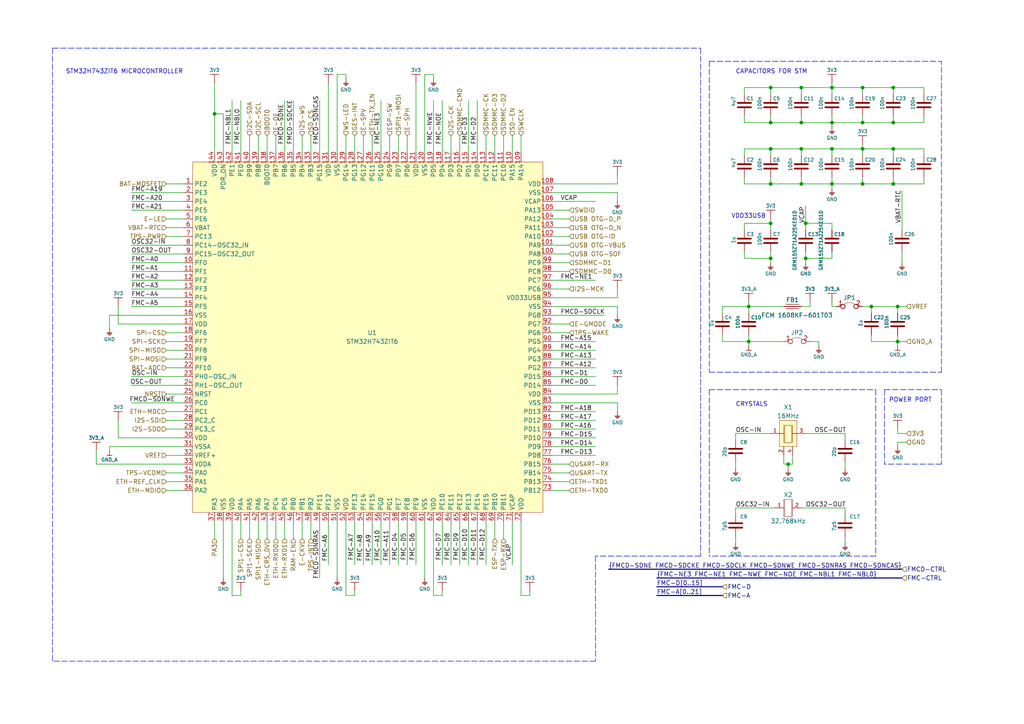
<source format=kicad_sch>
(kicad_sch (version 20211123) (generator eeschema)

  (uuid 6836786c-30ee-4bdc-9c2f-e218ad088406)

  (paper "A4")

  (title_block
    (title "Soldered Inkplate MOTION STM board")
    (date "2024-03-22")
    (rev "V1.0.0.")
    (company "Soldered Electronics")
    (comment 1 "500006")
  )

  (lib_symbols
    (symbol "e-radionica.com schematics:0402C" (pin_numbers hide) (in_bom yes) (on_board yes)
      (property "Reference" "C" (id 0) (at -0.635 3.175 0)
        (effects (font (size 1 1)))
      )
      (property "Value" "0402C" (id 1) (at 0 -3.175 0)
        (effects (font (size 1 1)))
      )
      (property "Footprint" "e-radionica.com footprinti:0402C" (id 2) (at 0 -5.715 0)
        (effects (font (size 1 1)) hide)
      )
      (property "Datasheet" "" (id 3) (at 0 0 0)
        (effects (font (size 1 1)) hide)
      )
      (property "Package" "0402" (id 4) (at 0 -5.08 0)
        (effects (font (size 1.27 1.27)))
      )
      (symbol "0402C_0_1"
        (polyline
          (pts
            (xy -0.635 1.905)
            (xy -0.635 -1.905)
          )
          (stroke (width 0.5) (type default) (color 0 0 0 0))
          (fill (type none))
        )
        (polyline
          (pts
            (xy 0.635 1.905)
            (xy 0.635 -1.905)
          )
          (stroke (width 0.5) (type default) (color 0 0 0 0))
          (fill (type none))
        )
      )
      (symbol "0402C_1_1"
        (pin passive line (at -3.175 0 0) (length 2.54)
          (name "~" (effects (font (size 1.27 1.27))))
          (number "1" (effects (font (size 1.27 1.27))))
        )
        (pin passive line (at 3.175 0 180) (length 2.54)
          (name "~" (effects (font (size 1.27 1.27))))
          (number "2" (effects (font (size 1.27 1.27))))
        )
      )
    )
    (symbol "e-radionica.com schematics:0603C" (pin_numbers hide) (pin_names (offset 0.002)) (in_bom yes) (on_board yes)
      (property "Reference" "C" (id 0) (at 0 3.81 0)
        (effects (font (size 1 1)))
      )
      (property "Value" "0603C" (id 1) (at 0 -3.175 0)
        (effects (font (size 1 1)))
      )
      (property "Footprint" "e-radionica.com footprinti:0603C" (id 2) (at 0.635 -4.445 0)
        (effects (font (size 1 1)) hide)
      )
      (property "Datasheet" "" (id 3) (at 0 0 0)
        (effects (font (size 1 1)) hide)
      )
      (symbol "0603C_0_1"
        (polyline
          (pts
            (xy -0.635 1.905)
            (xy -0.635 -1.905)
          )
          (stroke (width 0.5) (type default) (color 0 0 0 0))
          (fill (type none))
        )
        (polyline
          (pts
            (xy 0.635 1.905)
            (xy 0.635 -1.905)
          )
          (stroke (width 0.5) (type default) (color 0 0 0 0))
          (fill (type none))
        )
      )
      (symbol "0603C_1_1"
        (pin passive line (at -3.175 0 0) (length 2.54)
          (name "~" (effects (font (size 1.27 1.27))))
          (number "1" (effects (font (size 1.27 1.27))))
        )
        (pin passive line (at 3.175 0 180) (length 2.54)
          (name "~" (effects (font (size 1.27 1.27))))
          (number "2" (effects (font (size 1.27 1.27))))
        )
      )
    )
    (symbol "e-radionica.com schematics:0603_FB" (pin_numbers hide) (pin_names hide) (in_bom yes) (on_board yes)
      (property "Reference" "FB" (id 0) (at 0 1.905 0)
        (effects (font (size 1.27 1.27)))
      )
      (property "Value" "0603_FB" (id 1) (at 0 -1.905 0)
        (effects (font (size 1.27 1.27)))
      )
      (property "Footprint" "e-radionica.com footprinti:0603L" (id 2) (at 0 -3.81 0)
        (effects (font (size 1.27 1.27)) hide)
      )
      (property "Datasheet" "" (id 3) (at 0 -3.81 0)
        (effects (font (size 1.27 1.27)) hide)
      )
      (property "ki_keywords" "FERRITE BEAD" (id 4) (at 0 0 0)
        (effects (font (size 1.27 1.27)) hide)
      )
      (property "ki_description" "FERRITE BEAD" (id 5) (at 0 0 0)
        (effects (font (size 1.27 1.27)) hide)
      )
      (symbol "0603_FB_0_1"
        (polyline
          (pts
            (xy -1.905 -0.635)
            (xy 1.905 -0.635)
          )
          (stroke (width 0.1524) (type default) (color 0 0 0 0))
          (fill (type none))
        )
        (polyline
          (pts
            (xy -1.905 0.635)
            (xy 1.905 0.635)
          )
          (stroke (width 0.1524) (type default) (color 0 0 0 0))
          (fill (type none))
        )
      )
      (symbol "0603_FB_1_1"
        (pin input line (at -2.54 0 0) (length 2.54)
          (name "" (effects (font (size 1.27 1.27))))
          (number "1" (effects (font (size 1.27 1.27))))
        )
        (pin input line (at 2.54 0 180) (length 2.54)
          (name "" (effects (font (size 1.27 1.27))))
          (number "2" (effects (font (size 1.27 1.27))))
        )
      )
    )
    (symbol "e-radionica.com schematics:3V3" (power) (pin_names (offset 0)) (in_bom yes) (on_board yes)
      (property "Reference" "#PWR" (id 0) (at 4.445 0 0)
        (effects (font (size 1 1)) hide)
      )
      (property "Value" "3V3" (id 1) (at 0 3.556 0)
        (effects (font (size 1 1)))
      )
      (property "Footprint" "" (id 2) (at 4.445 3.81 0)
        (effects (font (size 1 1)) hide)
      )
      (property "Datasheet" "" (id 3) (at 4.445 3.81 0)
        (effects (font (size 1 1)) hide)
      )
      (property "ki_keywords" "power-flag" (id 4) (at 0 0 0)
        (effects (font (size 1.27 1.27)) hide)
      )
      (property "ki_description" "Power symbol creates a global label with name \"3V3\"" (id 5) (at 0 0 0)
        (effects (font (size 1.27 1.27)) hide)
      )
      (symbol "3V3_0_1"
        (polyline
          (pts
            (xy -1.27 2.54)
            (xy 1.27 2.54)
          )
          (stroke (width 0.16) (type default) (color 0 0 0 0))
          (fill (type none))
        )
        (polyline
          (pts
            (xy 0 0)
            (xy 0 2.54)
          )
          (stroke (width 0) (type default) (color 0 0 0 0))
          (fill (type none))
        )
      )
      (symbol "3V3_1_1"
        (pin power_in line (at 0 0 90) (length 0) hide
          (name "3V3" (effects (font (size 1.27 1.27))))
          (number "1" (effects (font (size 1.27 1.27))))
        )
      )
    )
    (symbol "e-radionica.com schematics:3V3_A" (power) (pin_names (offset 0)) (in_bom yes) (on_board yes)
      (property "Reference" "#PWR" (id 0) (at 4.445 0 0)
        (effects (font (size 1 1)) hide)
      )
      (property "Value" "3V3_A" (id 1) (at 0 3.556 0)
        (effects (font (size 1 1)))
      )
      (property "Footprint" "" (id 2) (at 4.445 3.81 0)
        (effects (font (size 1 1)) hide)
      )
      (property "Datasheet" "" (id 3) (at 4.445 3.81 0)
        (effects (font (size 1 1)) hide)
      )
      (property "ki_keywords" "power-flag" (id 4) (at 0 0 0)
        (effects (font (size 1.27 1.27)) hide)
      )
      (property "ki_description" "Power symbol creates a global label with name \"3V3_A\"" (id 5) (at 0 0 0)
        (effects (font (size 1.27 1.27)) hide)
      )
      (symbol "3V3_A_0_1"
        (polyline
          (pts
            (xy -1.27 2.54)
            (xy 1.27 2.54)
          )
          (stroke (width 0.16) (type default) (color 0 0 0 0))
          (fill (type none))
        )
        (polyline
          (pts
            (xy 0 0)
            (xy 0 2.54)
          )
          (stroke (width 0) (type default) (color 0 0 0 0))
          (fill (type none))
        )
      )
      (symbol "3V3_A_1_1"
        (pin power_in line (at 0 0 90) (length 0) hide
          (name "3V3_A" (effects (font (size 1.27 1.27))))
          (number "1" (effects (font (size 1.27 1.27))))
        )
      )
    )
    (symbol "e-radionica.com schematics:CRYSTAL_3215" (in_bom yes) (on_board yes)
      (property "Reference" "X" (id 0) (at 0 3.556 0)
        (effects (font (size 1.27 1.27)))
      )
      (property "Value" "CRYSTAL_3215" (id 1) (at 0 -3.556 0)
        (effects (font (size 1.27 1.27)))
      )
      (property "Footprint" "e-radionica.com footprinti:CRYSTAL_3215" (id 2) (at 0 -5 0)
        (effects (font (size 1.27 1.27)) hide)
      )
      (property "Datasheet" "" (id 3) (at 0 0 0)
        (effects (font (size 1.27 1.27)) hide)
      )
      (symbol "CRYSTAL_3215_0_1"
        (polyline
          (pts
            (xy -1.27 2.54)
            (xy -1.27 -2.54)
          )
          (stroke (width 0.1) (type default) (color 0 0 0 0))
          (fill (type none))
        )
        (polyline
          (pts
            (xy 1.27 2.54)
            (xy 1.27 -2.54)
            (xy 1.27 -1.27)
          )
          (stroke (width 0.1) (type default) (color 0 0 0 0))
          (fill (type none))
        )
        (polyline
          (pts
            (xy -1.016 2.54)
            (xy -1.016 -2.54)
            (xy 1.016 -2.54)
            (xy 1.016 2.54)
            (xy -1.016 2.54)
            (xy 0.762 2.54)
          )
          (stroke (width 0.1) (type default) (color 0 0 0 0))
          (fill (type none))
        )
      )
      (symbol "CRYSTAL_3215_1_1"
        (pin passive line (at -3.81 0 0) (length 2.54)
          (name "~" (effects (font (size 1 1))))
          (number "1" (effects (font (size 1 1))))
        )
        (pin passive line (at 3.81 0 180) (length 2.54)
          (name "~" (effects (font (size 1 1))))
          (number "2" (effects (font (size 1 1))))
        )
      )
    )
    (symbol "e-radionica.com schematics:CRYSTAL_3225_4_PAD" (in_bom yes) (on_board yes)
      (property "Reference" "X" (id 0) (at 0 7.62 0)
        (effects (font (size 1.27 1.27)))
      )
      (property "Value" "CRYSTAL_3225_4_PAD" (id 1) (at 0 5.334 0)
        (effects (font (size 1.27 1.27)))
      )
      (property "Footprint" "e-radionica.com footprinti:CRYSTAL_3225__4_PAD" (id 2) (at 0 -5.08 0)
        (effects (font (size 1.27 1.27)) hide)
      )
      (property "Datasheet" "" (id 3) (at 0 0 0)
        (effects (font (size 1.27 1.27)) hide)
      )
      (symbol "CRYSTAL_3225_4_PAD_0_1"
        (rectangle (start -2.54 3.81) (end 2.54 -3.81)
          (stroke (width 0.1) (type default) (color 0 0 0 0))
          (fill (type background))
        )
        (polyline
          (pts
            (xy -2.54 0)
            (xy -1.27 0)
          )
          (stroke (width 0.1524) (type default) (color 0 0 0 0))
          (fill (type none))
        )
        (polyline
          (pts
            (xy -1.27 2.413)
            (xy -1.27 -2.667)
          )
          (stroke (width 0.1) (type default) (color 0 0 0 0))
          (fill (type none))
        )
        (polyline
          (pts
            (xy 1.27 0)
            (xy 2.54 0)
          )
          (stroke (width 0.1524) (type default) (color 0 0 0 0))
          (fill (type none))
        )
        (polyline
          (pts
            (xy 1.27 2.413)
            (xy 1.27 -2.667)
            (xy 1.27 -1.397)
          )
          (stroke (width 0.1) (type default) (color 0 0 0 0))
          (fill (type none))
        )
        (polyline
          (pts
            (xy -1.016 2.413)
            (xy -1.016 -2.667)
            (xy 1.016 -2.667)
            (xy 1.016 2.413)
            (xy -1.016 2.413)
            (xy 0.762 2.413)
          )
          (stroke (width 0.1) (type default) (color 0 0 0 0))
          (fill (type none))
        )
      )
      (symbol "CRYSTAL_3225_4_PAD_1_1"
        (pin passive line (at -5.08 0 0) (length 2.54)
          (name "" (effects (font (size 1 1))))
          (number "1" (effects (font (size 1 1))))
        )
        (pin power_in line (at -1.27 -6.35 90) (length 2.54)
          (name "" (effects (font (size 1 1))))
          (number "2" (effects (font (size 1 1))))
        )
        (pin output line (at 5.08 0 180) (length 2.54)
          (name "" (effects (font (size 1 1))))
          (number "3" (effects (font (size 1 1))))
        )
        (pin power_in line (at 1.27 -6.35 90) (length 2.54)
          (name "" (effects (font (size 1 1))))
          (number "4" (effects (font (size 1 1))))
        )
      )
    )
    (symbol "e-radionica.com schematics:GND" (power) (pin_names (offset 0)) (in_bom yes) (on_board yes)
      (property "Reference" "#PWR" (id 0) (at 4.445 0 0)
        (effects (font (size 1 1)) hide)
      )
      (property "Value" "GND" (id 1) (at 0 -2.921 0)
        (effects (font (size 1 1)))
      )
      (property "Footprint" "" (id 2) (at 4.445 3.81 0)
        (effects (font (size 1 1)) hide)
      )
      (property "Datasheet" "" (id 3) (at 4.445 3.81 0)
        (effects (font (size 1 1)) hide)
      )
      (property "ki_keywords" "power-flag" (id 4) (at 0 0 0)
        (effects (font (size 1.27 1.27)) hide)
      )
      (property "ki_description" "Power symbol creates a global label with name \"GND\"" (id 5) (at 0 0 0)
        (effects (font (size 1.27 1.27)) hide)
      )
      (symbol "GND_0_1"
        (polyline
          (pts
            (xy -0.762 -1.27)
            (xy 0.762 -1.27)
          )
          (stroke (width 0.16) (type default) (color 0 0 0 0))
          (fill (type none))
        )
        (polyline
          (pts
            (xy -0.635 -1.524)
            (xy 0.635 -1.524)
          )
          (stroke (width 0.16) (type default) (color 0 0 0 0))
          (fill (type none))
        )
        (polyline
          (pts
            (xy -0.381 -1.778)
            (xy 0.381 -1.778)
          )
          (stroke (width 0.16) (type default) (color 0 0 0 0))
          (fill (type none))
        )
        (polyline
          (pts
            (xy -0.127 -2.032)
            (xy 0.127 -2.032)
          )
          (stroke (width 0.16) (type default) (color 0 0 0 0))
          (fill (type none))
        )
        (polyline
          (pts
            (xy 0 0)
            (xy 0 -1.27)
          )
          (stroke (width 0.16) (type default) (color 0 0 0 0))
          (fill (type none))
        )
      )
      (symbol "GND_1_1"
        (pin power_in line (at 0 0 270) (length 0) hide
          (name "GND" (effects (font (size 1.27 1.27))))
          (number "1" (effects (font (size 1.27 1.27))))
        )
      )
    )
    (symbol "e-radionica.com schematics:GND_A" (power) (pin_names (offset 0)) (in_bom yes) (on_board yes)
      (property "Reference" "#PWR" (id 0) (at 4.445 0 0)
        (effects (font (size 1 1)) hide)
      )
      (property "Value" "GND_A" (id 1) (at 0 -2.286 0)
        (effects (font (size 1 1)))
      )
      (property "Footprint" "" (id 2) (at 4.445 3.81 0)
        (effects (font (size 1 1)) hide)
      )
      (property "Datasheet" "" (id 3) (at 4.445 3.81 0)
        (effects (font (size 1 1)) hide)
      )
      (property "ki_keywords" "power-flag" (id 4) (at 0 0 0)
        (effects (font (size 1.27 1.27)) hide)
      )
      (property "ki_description" "Power symbol creates a global label with name \"GND_A\"" (id 5) (at 0 0 0)
        (effects (font (size 1.27 1.27)) hide)
      )
      (symbol "GND_A_0_1"
        (polyline
          (pts
            (xy -0.762 -1.27)
            (xy 0.762 -1.27)
          )
          (stroke (width 0.16) (type default) (color 0 0 0 0))
          (fill (type none))
        )
        (polyline
          (pts
            (xy 0 0)
            (xy 0 -1.27)
          )
          (stroke (width 0.16) (type default) (color 0 0 0 0))
          (fill (type none))
        )
      )
      (symbol "GND_A_1_1"
        (pin power_in line (at 0 0 270) (length 0) hide
          (name "GND_A" (effects (font (size 1.27 1.27))))
          (number "1" (effects (font (size 1.27 1.27))))
        )
      )
    )
    (symbol "e-radionica.com schematics:SMD-JUMPER-CONNECTED_TRACE_SOLDERMASK" (in_bom yes) (on_board yes)
      (property "Reference" "JP" (id 0) (at 0 3.556 0)
        (effects (font (size 1.27 1.27)))
      )
      (property "Value" "SMD-JUMPER-CONNECTED_TRACE_SOLDERMASK" (id 1) (at 0 -2.54 0)
        (effects (font (size 1.27 1.27)))
      )
      (property "Footprint" "e-radionica.com footprinti:SMD-JUMPER-CONNECTED_TRACE_SOLDERMASK" (id 2) (at 0 -5.715 0)
        (effects (font (size 1.27 1.27)) hide)
      )
      (property "Datasheet" "" (id 3) (at 0 0 0)
        (effects (font (size 1.27 1.27)) hide)
      )
      (symbol "SMD-JUMPER-CONNECTED_TRACE_SOLDERMASK_0_1"
        (arc (start 1.5845 0.5996) (mid -0.0202 1.1519) (end -1.6159 0.5742)
          (stroke (width 0.1) (type default) (color 0 0 0 0))
          (fill (type none))
        )
      )
      (symbol "SMD-JUMPER-CONNECTED_TRACE_SOLDERMASK_1_1"
        (pin passive inverted (at -3.81 0 0) (length 2.54)
          (name "" (effects (font (size 1.27 1.27))))
          (number "1" (effects (font (size 1.27 1.27))))
        )
        (pin passive inverted (at 3.81 0 180) (length 2.54)
          (name "" (effects (font (size 1.27 1.27))))
          (number "2" (effects (font (size 1.27 1.27))))
        )
      )
    )
    (symbol "e-radionica.com schematics:STM32H743ZIT6" (in_bom yes) (on_board yes)
      (property "Reference" "U" (id 0) (at 0 2.54 0)
        (effects (font (size 1.27 1.27)))
      )
      (property "Value" "STM32H743ZIT6" (id 1) (at 0 -2.54 0)
        (effects (font (size 1.27 1.27)))
      )
      (property "Footprint" "e-radionica.com footprinti:LQFP-144" (id 2) (at 0 -58.42 0)
        (effects (font (size 1.27 1.27)) hide)
      )
      (property "Datasheet" "" (id 3) (at -16.51 41.91 0)
        (effects (font (size 1.27 1.27)) hide)
      )
      (symbol "STM32H743ZIT6_0_1"
        (rectangle (start -50.8 50.8) (end 50.8 -50.8)
          (stroke (width 0.1) (type default) (color 0 0 0 0))
          (fill (type background))
        )
      )
      (symbol "STM32H743ZIT6_1_1"
        (pin input line (at -53.34 44.45 0) (length 2.54)
          (name "PE2" (effects (font (size 1.27 1.27))))
          (number "1" (effects (font (size 1.27 1.27))))
        )
        (pin input line (at -53.34 21.59 0) (length 2.54)
          (name "PF0" (effects (font (size 1.27 1.27))))
          (number "10" (effects (font (size 1.27 1.27))))
        )
        (pin input line (at 53.34 24.13 180) (length 2.54)
          (name "PA8" (effects (font (size 1.27 1.27))))
          (number "100" (effects (font (size 1.27 1.27))))
        )
        (pin input line (at 53.34 26.67 180) (length 2.54)
          (name "PA9" (effects (font (size 1.27 1.27))))
          (number "101" (effects (font (size 1.27 1.27))))
        )
        (pin input line (at 53.34 29.21 180) (length 2.54)
          (name "PA10" (effects (font (size 1.27 1.27))))
          (number "102" (effects (font (size 1.27 1.27))))
        )
        (pin input line (at 53.34 31.75 180) (length 2.54)
          (name "PA11" (effects (font (size 1.27 1.27))))
          (number "103" (effects (font (size 1.27 1.27))))
        )
        (pin input line (at 53.34 34.29 180) (length 2.54)
          (name "PA12" (effects (font (size 1.27 1.27))))
          (number "104" (effects (font (size 1.27 1.27))))
        )
        (pin input line (at 53.34 36.83 180) (length 2.54)
          (name "PA13" (effects (font (size 1.27 1.27))))
          (number "105" (effects (font (size 1.27 1.27))))
        )
        (pin input line (at 53.34 39.37 180) (length 2.54)
          (name "VCAP" (effects (font (size 1.27 1.27))))
          (number "106" (effects (font (size 1.27 1.27))))
        )
        (pin input line (at 53.34 41.91 180) (length 2.54)
          (name "VSS" (effects (font (size 1.27 1.27))))
          (number "107" (effects (font (size 1.27 1.27))))
        )
        (pin input line (at 53.34 44.45 180) (length 2.54)
          (name "VDD" (effects (font (size 1.27 1.27))))
          (number "108" (effects (font (size 1.27 1.27))))
        )
        (pin input line (at 44.45 53.34 270) (length 2.54)
          (name "PA14" (effects (font (size 1.27 1.27))))
          (number "109" (effects (font (size 1.27 1.27))))
        )
        (pin input line (at -53.34 19.05 0) (length 2.54)
          (name "PF1" (effects (font (size 1.27 1.27))))
          (number "11" (effects (font (size 1.27 1.27))))
        )
        (pin input line (at 41.91 53.34 270) (length 2.54)
          (name "PA15" (effects (font (size 1.27 1.27))))
          (number "110" (effects (font (size 1.27 1.27))))
        )
        (pin input line (at 39.37 53.34 270) (length 2.54)
          (name "PC10" (effects (font (size 1.27 1.27))))
          (number "111" (effects (font (size 1.27 1.27))))
        )
        (pin input line (at 36.83 53.34 270) (length 2.54)
          (name "PC11" (effects (font (size 1.27 1.27))))
          (number "112" (effects (font (size 1.27 1.27))))
        )
        (pin input line (at 34.29 53.34 270) (length 2.54)
          (name "PC12" (effects (font (size 1.27 1.27))))
          (number "113" (effects (font (size 1.27 1.27))))
        )
        (pin input line (at 31.75 53.34 270) (length 2.54)
          (name "PD0" (effects (font (size 1.27 1.27))))
          (number "114" (effects (font (size 1.27 1.27))))
        )
        (pin input line (at 29.21 53.34 270) (length 2.54)
          (name "PD1" (effects (font (size 1.27 1.27))))
          (number "115" (effects (font (size 1.27 1.27))))
        )
        (pin input line (at 26.67 53.34 270) (length 2.54)
          (name "PD2" (effects (font (size 1.27 1.27))))
          (number "116" (effects (font (size 1.27 1.27))))
        )
        (pin input line (at 24.13 53.34 270) (length 2.54)
          (name "PD3" (effects (font (size 1.27 1.27))))
          (number "117" (effects (font (size 1.27 1.27))))
        )
        (pin input line (at 21.59 53.34 270) (length 2.54)
          (name "PD4" (effects (font (size 1.27 1.27))))
          (number "118" (effects (font (size 1.27 1.27))))
        )
        (pin input line (at 19.05 53.34 270) (length 2.54)
          (name "PD5" (effects (font (size 1.27 1.27))))
          (number "119" (effects (font (size 1.27 1.27))))
        )
        (pin input line (at -53.34 16.51 0) (length 2.54)
          (name "PF2" (effects (font (size 1.27 1.27))))
          (number "12" (effects (font (size 1.27 1.27))))
        )
        (pin input line (at 16.51 53.34 270) (length 2.54)
          (name "VSS" (effects (font (size 1.27 1.27))))
          (number "120" (effects (font (size 1.27 1.27))))
        )
        (pin input line (at 13.97 53.34 270) (length 2.54)
          (name "VDD" (effects (font (size 1.27 1.27))))
          (number "121" (effects (font (size 1.27 1.27))))
        )
        (pin input line (at 11.43 53.34 270) (length 2.54)
          (name "PD6" (effects (font (size 1.27 1.27))))
          (number "122" (effects (font (size 1.27 1.27))))
        )
        (pin input line (at 8.89 53.34 270) (length 2.54)
          (name "PD7" (effects (font (size 1.27 1.27))))
          (number "123" (effects (font (size 1.27 1.27))))
        )
        (pin input line (at 6.35 53.34 270) (length 2.54)
          (name "PG9" (effects (font (size 1.27 1.27))))
          (number "124" (effects (font (size 1.27 1.27))))
        )
        (pin input line (at 3.81 53.34 270) (length 2.54)
          (name "PG10" (effects (font (size 1.27 1.27))))
          (number "125" (effects (font (size 1.27 1.27))))
        )
        (pin input line (at 1.27 53.34 270) (length 2.54)
          (name "PG11" (effects (font (size 1.27 1.27))))
          (number "126" (effects (font (size 1.27 1.27))))
        )
        (pin input line (at -1.27 53.34 270) (length 2.54)
          (name "PG12" (effects (font (size 1.27 1.27))))
          (number "127" (effects (font (size 1.27 1.27))))
        )
        (pin input line (at -3.81 53.34 270) (length 2.54)
          (name "PG13" (effects (font (size 1.27 1.27))))
          (number "128" (effects (font (size 1.27 1.27))))
        )
        (pin input line (at -6.35 53.34 270) (length 2.54)
          (name "PG14" (effects (font (size 1.27 1.27))))
          (number "129" (effects (font (size 1.27 1.27))))
        )
        (pin input line (at -53.34 13.97 0) (length 2.54)
          (name "PF3" (effects (font (size 1.27 1.27))))
          (number "13" (effects (font (size 1.27 1.27))))
        )
        (pin input line (at -8.89 53.34 270) (length 2.54)
          (name "VSS" (effects (font (size 1.27 1.27))))
          (number "130" (effects (font (size 1.27 1.27))))
        )
        (pin input line (at -11.43 53.34 270) (length 2.54)
          (name "VDD" (effects (font (size 1.27 1.27))))
          (number "131" (effects (font (size 1.27 1.27))))
        )
        (pin input line (at -13.97 53.34 270) (length 2.54)
          (name "PG15" (effects (font (size 1.27 1.27))))
          (number "132" (effects (font (size 1.27 1.27))))
        )
        (pin input line (at -16.51 53.34 270) (length 2.54)
          (name "PB3" (effects (font (size 1.27 1.27))))
          (number "133" (effects (font (size 1.27 1.27))))
        )
        (pin input line (at -19.05 53.34 270) (length 2.54)
          (name "PB4" (effects (font (size 1.27 1.27))))
          (number "134" (effects (font (size 1.27 1.27))))
        )
        (pin input line (at -21.59 53.34 270) (length 2.54)
          (name "PB5" (effects (font (size 1.27 1.27))))
          (number "135" (effects (font (size 1.27 1.27))))
        )
        (pin input line (at -24.13 53.34 270) (length 2.54)
          (name "PB6" (effects (font (size 1.27 1.27))))
          (number "136" (effects (font (size 1.27 1.27))))
        )
        (pin input line (at -26.67 53.34 270) (length 2.54)
          (name "PB7" (effects (font (size 1.27 1.27))))
          (number "137" (effects (font (size 1.27 1.27))))
        )
        (pin input line (at -29.21 53.34 270) (length 2.54)
          (name "BOOT0" (effects (font (size 1.27 1.27))))
          (number "138" (effects (font (size 1.27 1.27))))
        )
        (pin input line (at -31.75 53.34 270) (length 2.54)
          (name "PB8" (effects (font (size 1.27 1.27))))
          (number "139" (effects (font (size 1.27 1.27))))
        )
        (pin input line (at -53.34 11.43 0) (length 2.54)
          (name "PF4" (effects (font (size 1.27 1.27))))
          (number "14" (effects (font (size 1.27 1.27))))
        )
        (pin input line (at -34.29 53.34 270) (length 2.54)
          (name "PB9" (effects (font (size 1.27 1.27))))
          (number "140" (effects (font (size 1.27 1.27))))
        )
        (pin input line (at -36.83 53.34 270) (length 2.54)
          (name "PE0" (effects (font (size 1.27 1.27))))
          (number "141" (effects (font (size 1.27 1.27))))
        )
        (pin input line (at -39.37 53.34 270) (length 2.54)
          (name "PE1" (effects (font (size 1.27 1.27))))
          (number "142" (effects (font (size 1.27 1.27))))
        )
        (pin input line (at -41.91 53.34 270) (length 2.54)
          (name "PDR_ON" (effects (font (size 1.27 1.27))))
          (number "143" (effects (font (size 1.27 1.27))))
        )
        (pin input line (at -44.45 53.34 270) (length 2.54)
          (name "VDD" (effects (font (size 1.27 1.27))))
          (number "144" (effects (font (size 1.27 1.27))))
        )
        (pin input line (at -53.34 8.89 0) (length 2.54)
          (name "PF5" (effects (font (size 1.27 1.27))))
          (number "15" (effects (font (size 1.27 1.27))))
        )
        (pin input line (at -53.34 6.35 0) (length 2.54)
          (name "VSS" (effects (font (size 1.27 1.27))))
          (number "16" (effects (font (size 1.27 1.27))))
        )
        (pin input line (at -53.34 3.81 0) (length 2.54)
          (name "VDD" (effects (font (size 1.27 1.27))))
          (number "17" (effects (font (size 1.27 1.27))))
        )
        (pin input line (at -53.34 1.27 0) (length 2.54)
          (name "PF6" (effects (font (size 1.27 1.27))))
          (number "18" (effects (font (size 1.27 1.27))))
        )
        (pin input line (at -53.34 -1.27 0) (length 2.54)
          (name "PF7" (effects (font (size 1.27 1.27))))
          (number "19" (effects (font (size 1.27 1.27))))
        )
        (pin input line (at -53.34 41.91 0) (length 2.54)
          (name "PE3" (effects (font (size 1.27 1.27))))
          (number "2" (effects (font (size 1.27 1.27))))
        )
        (pin input line (at -53.34 -3.81 0) (length 2.54)
          (name "PF8" (effects (font (size 1.27 1.27))))
          (number "20" (effects (font (size 1.27 1.27))))
        )
        (pin input line (at -53.34 -6.35 0) (length 2.54)
          (name "PF9" (effects (font (size 1.27 1.27))))
          (number "21" (effects (font (size 1.27 1.27))))
        )
        (pin input line (at -53.34 -8.89 0) (length 2.54)
          (name "PF10" (effects (font (size 1.27 1.27))))
          (number "22" (effects (font (size 1.27 1.27))))
        )
        (pin input line (at -53.34 -11.43 0) (length 2.54)
          (name "PH0-OSC_IN" (effects (font (size 1.27 1.27))))
          (number "23" (effects (font (size 1.27 1.27))))
        )
        (pin input line (at -53.34 -13.97 0) (length 2.54)
          (name "PH1-OSC_OUT" (effects (font (size 1.27 1.27))))
          (number "24" (effects (font (size 1.27 1.27))))
        )
        (pin input line (at -53.34 -16.51 0) (length 2.54)
          (name "NRST" (effects (font (size 1.27 1.27))))
          (number "25" (effects (font (size 1.27 1.27))))
        )
        (pin input line (at -53.34 -19.05 0) (length 2.54)
          (name "PC0" (effects (font (size 1.27 1.27))))
          (number "26" (effects (font (size 1.27 1.27))))
        )
        (pin input line (at -53.34 -21.59 0) (length 2.54)
          (name "PC1" (effects (font (size 1.27 1.27))))
          (number "27" (effects (font (size 1.27 1.27))))
        )
        (pin input line (at -53.34 -24.13 0) (length 2.54)
          (name "PC2_C" (effects (font (size 1.27 1.27))))
          (number "28" (effects (font (size 1.27 1.27))))
        )
        (pin input line (at -53.34 -26.67 0) (length 2.54)
          (name "PC3_C" (effects (font (size 1.27 1.27))))
          (number "29" (effects (font (size 1.27 1.27))))
        )
        (pin input line (at -53.34 39.37 0) (length 2.54)
          (name "PE4" (effects (font (size 1.27 1.27))))
          (number "3" (effects (font (size 1.27 1.27))))
        )
        (pin input line (at -53.34 -29.21 0) (length 2.54)
          (name "VDD" (effects (font (size 1.27 1.27))))
          (number "30" (effects (font (size 1.27 1.27))))
        )
        (pin input line (at -53.34 -31.75 0) (length 2.54)
          (name "VSSA" (effects (font (size 1.27 1.27))))
          (number "31" (effects (font (size 1.27 1.27))))
        )
        (pin input line (at -53.34 -34.29 0) (length 2.54)
          (name "VREF+" (effects (font (size 1.27 1.27))))
          (number "32" (effects (font (size 1.27 1.27))))
        )
        (pin input line (at -53.34 -36.83 0) (length 2.54)
          (name "VDDA" (effects (font (size 1.27 1.27))))
          (number "33" (effects (font (size 1.27 1.27))))
        )
        (pin input line (at -53.34 -39.37 0) (length 2.54)
          (name "PA0" (effects (font (size 1.27 1.27))))
          (number "34" (effects (font (size 1.27 1.27))))
        )
        (pin input line (at -53.34 -41.91 0) (length 2.54)
          (name "PA1" (effects (font (size 1.27 1.27))))
          (number "35" (effects (font (size 1.27 1.27))))
        )
        (pin input line (at -53.34 -44.45 0) (length 2.54)
          (name "PA2" (effects (font (size 1.27 1.27))))
          (number "36" (effects (font (size 1.27 1.27))))
        )
        (pin input line (at -44.45 -53.34 90) (length 2.54)
          (name "PA3" (effects (font (size 1.27 1.27))))
          (number "37" (effects (font (size 1.27 1.27))))
        )
        (pin input line (at -41.91 -53.34 90) (length 2.54)
          (name "VSS" (effects (font (size 1.27 1.27))))
          (number "38" (effects (font (size 1.27 1.27))))
        )
        (pin input line (at -39.37 -53.34 90) (length 2.54)
          (name "VDD" (effects (font (size 1.27 1.27))))
          (number "39" (effects (font (size 1.27 1.27))))
        )
        (pin input line (at -53.34 36.83 0) (length 2.54)
          (name "PE5" (effects (font (size 1.27 1.27))))
          (number "4" (effects (font (size 1.27 1.27))))
        )
        (pin input line (at -36.83 -53.34 90) (length 2.54)
          (name "PA4" (effects (font (size 1.27 1.27))))
          (number "40" (effects (font (size 1.27 1.27))))
        )
        (pin input line (at -34.29 -53.34 90) (length 2.54)
          (name "PA5" (effects (font (size 1.27 1.27))))
          (number "41" (effects (font (size 1.27 1.27))))
        )
        (pin input line (at -31.75 -53.34 90) (length 2.54)
          (name "PA6" (effects (font (size 1.27 1.27))))
          (number "42" (effects (font (size 1.27 1.27))))
        )
        (pin input line (at -29.21 -53.34 90) (length 2.54)
          (name "PA7" (effects (font (size 1.27 1.27))))
          (number "43" (effects (font (size 1.27 1.27))))
        )
        (pin input line (at -26.67 -53.34 90) (length 2.54)
          (name "PC4" (effects (font (size 1.27 1.27))))
          (number "44" (effects (font (size 1.27 1.27))))
        )
        (pin input line (at -24.13 -53.34 90) (length 2.54)
          (name "PC5" (effects (font (size 1.27 1.27))))
          (number "45" (effects (font (size 1.27 1.27))))
        )
        (pin input line (at -21.59 -53.34 90) (length 2.54)
          (name "PB0" (effects (font (size 1.27 1.27))))
          (number "46" (effects (font (size 1.27 1.27))))
        )
        (pin input line (at -19.05 -53.34 90) (length 2.54)
          (name "PB1" (effects (font (size 1.27 1.27))))
          (number "47" (effects (font (size 1.27 1.27))))
        )
        (pin input line (at -16.51 -53.34 90) (length 2.54)
          (name "PB2" (effects (font (size 1.27 1.27))))
          (number "48" (effects (font (size 1.27 1.27))))
        )
        (pin input line (at -13.97 -53.34 90) (length 2.54)
          (name "PF11" (effects (font (size 1.27 1.27))))
          (number "49" (effects (font (size 1.27 1.27))))
        )
        (pin input line (at -53.34 34.29 0) (length 2.54)
          (name "PE6" (effects (font (size 1.27 1.27))))
          (number "5" (effects (font (size 1.27 1.27))))
        )
        (pin input line (at -11.43 -53.34 90) (length 2.54)
          (name "PF12" (effects (font (size 1.27 1.27))))
          (number "50" (effects (font (size 1.27 1.27))))
        )
        (pin input line (at -8.89 -53.34 90) (length 2.54)
          (name "VSS" (effects (font (size 1.27 1.27))))
          (number "51" (effects (font (size 1.27 1.27))))
        )
        (pin input line (at -6.35 -53.34 90) (length 2.54)
          (name "VDD" (effects (font (size 1.27 1.27))))
          (number "52" (effects (font (size 1.27 1.27))))
        )
        (pin input line (at -3.81 -53.34 90) (length 2.54)
          (name "PF13" (effects (font (size 1.27 1.27))))
          (number "53" (effects (font (size 1.27 1.27))))
        )
        (pin input line (at -1.27 -53.34 90) (length 2.54)
          (name "PF14" (effects (font (size 1.27 1.27))))
          (number "54" (effects (font (size 1.27 1.27))))
        )
        (pin input line (at 1.27 -53.34 90) (length 2.54)
          (name "PF15" (effects (font (size 1.27 1.27))))
          (number "55" (effects (font (size 1.27 1.27))))
        )
        (pin input line (at 3.81 -53.34 90) (length 2.54)
          (name "PG0" (effects (font (size 1.27 1.27))))
          (number "56" (effects (font (size 1.27 1.27))))
        )
        (pin input line (at 6.35 -53.34 90) (length 2.54)
          (name "PG1" (effects (font (size 1.27 1.27))))
          (number "57" (effects (font (size 1.27 1.27))))
        )
        (pin input line (at 8.89 -53.34 90) (length 2.54)
          (name "PE7" (effects (font (size 1.27 1.27))))
          (number "58" (effects (font (size 1.27 1.27))))
        )
        (pin input line (at 11.43 -53.34 90) (length 2.54)
          (name "PE8" (effects (font (size 1.27 1.27))))
          (number "59" (effects (font (size 1.27 1.27))))
        )
        (pin input line (at -53.34 31.75 0) (length 2.54)
          (name "VBAT" (effects (font (size 1.27 1.27))))
          (number "6" (effects (font (size 1.27 1.27))))
        )
        (pin input line (at 13.97 -53.34 90) (length 2.54)
          (name "PE9" (effects (font (size 1.27 1.27))))
          (number "60" (effects (font (size 1.27 1.27))))
        )
        (pin input line (at 16.51 -53.34 90) (length 2.54)
          (name "VSS" (effects (font (size 1.27 1.27))))
          (number "61" (effects (font (size 1.27 1.27))))
        )
        (pin input line (at 19.05 -53.34 90) (length 2.54)
          (name "VDD" (effects (font (size 1.27 1.27))))
          (number "62" (effects (font (size 1.27 1.27))))
        )
        (pin input line (at 21.59 -53.34 90) (length 2.54)
          (name "PE10" (effects (font (size 1.27 1.27))))
          (number "63" (effects (font (size 1.27 1.27))))
        )
        (pin input line (at 24.13 -53.34 90) (length 2.54)
          (name "PE11" (effects (font (size 1.27 1.27))))
          (number "64" (effects (font (size 1.27 1.27))))
        )
        (pin input line (at 26.67 -53.34 90) (length 2.54)
          (name "PE12" (effects (font (size 1.27 1.27))))
          (number "65" (effects (font (size 1.27 1.27))))
        )
        (pin input line (at 29.21 -53.34 90) (length 2.54)
          (name "PE13" (effects (font (size 1.27 1.27))))
          (number "66" (effects (font (size 1.27 1.27))))
        )
        (pin input line (at 31.75 -53.34 90) (length 2.54)
          (name "PE14" (effects (font (size 1.27 1.27))))
          (number "67" (effects (font (size 1.27 1.27))))
        )
        (pin input line (at 34.29 -53.34 90) (length 2.54)
          (name "PE15" (effects (font (size 1.27 1.27))))
          (number "68" (effects (font (size 1.27 1.27))))
        )
        (pin input line (at 36.83 -53.34 90) (length 2.54)
          (name "PB10" (effects (font (size 1.27 1.27))))
          (number "69" (effects (font (size 1.27 1.27))))
        )
        (pin input line (at -53.34 29.21 0) (length 2.54)
          (name "PC13" (effects (font (size 1.27 1.27))))
          (number "7" (effects (font (size 1.27 1.27))))
        )
        (pin input line (at 39.37 -53.34 90) (length 2.54)
          (name "PB11" (effects (font (size 1.27 1.27))))
          (number "70" (effects (font (size 1.27 1.27))))
        )
        (pin input line (at 41.91 -53.34 90) (length 2.54)
          (name "VCAP" (effects (font (size 1.27 1.27))))
          (number "71" (effects (font (size 1.27 1.27))))
        )
        (pin input line (at 44.45 -53.34 90) (length 2.54)
          (name "VDD" (effects (font (size 1.27 1.27))))
          (number "72" (effects (font (size 1.27 1.27))))
        )
        (pin input line (at 53.34 -44.45 180) (length 2.54)
          (name "PB12" (effects (font (size 1.27 1.27))))
          (number "73" (effects (font (size 1.27 1.27))))
        )
        (pin input line (at 53.34 -41.91 180) (length 2.54)
          (name "PB13" (effects (font (size 1.27 1.27))))
          (number "74" (effects (font (size 1.27 1.27))))
        )
        (pin input line (at 53.34 -39.37 180) (length 2.54)
          (name "PB14" (effects (font (size 1.27 1.27))))
          (number "75" (effects (font (size 1.27 1.27))))
        )
        (pin input line (at 53.34 -36.83 180) (length 2.54)
          (name "PB15" (effects (font (size 1.27 1.27))))
          (number "76" (effects (font (size 1.27 1.27))))
        )
        (pin input line (at 53.34 -34.29 180) (length 2.54)
          (name "PD8" (effects (font (size 1.27 1.27))))
          (number "77" (effects (font (size 1.27 1.27))))
        )
        (pin input line (at 53.34 -31.75 180) (length 2.54)
          (name "PD9" (effects (font (size 1.27 1.27))))
          (number "78" (effects (font (size 1.27 1.27))))
        )
        (pin input line (at 53.34 -29.21 180) (length 2.54)
          (name "PD10" (effects (font (size 1.27 1.27))))
          (number "79" (effects (font (size 1.27 1.27))))
        )
        (pin input line (at -53.34 26.67 0) (length 2.54)
          (name "PC14-OSC32_IN" (effects (font (size 1.27 1.27))))
          (number "8" (effects (font (size 1.27 1.27))))
        )
        (pin input line (at 53.34 -26.67 180) (length 2.54)
          (name "PD11" (effects (font (size 1.27 1.27))))
          (number "80" (effects (font (size 1.27 1.27))))
        )
        (pin input line (at 53.34 -24.13 180) (length 2.54)
          (name "PD12" (effects (font (size 1.27 1.27))))
          (number "81" (effects (font (size 1.27 1.27))))
        )
        (pin input line (at 53.34 -21.59 180) (length 2.54)
          (name "PD13" (effects (font (size 1.27 1.27))))
          (number "82" (effects (font (size 1.27 1.27))))
        )
        (pin input line (at 53.34 -19.05 180) (length 2.54)
          (name "VSS" (effects (font (size 1.27 1.27))))
          (number "83" (effects (font (size 1.27 1.27))))
        )
        (pin input line (at 53.34 -16.51 180) (length 2.54)
          (name "VDD" (effects (font (size 1.27 1.27))))
          (number "84" (effects (font (size 1.27 1.27))))
        )
        (pin input line (at 53.34 -13.97 180) (length 2.54)
          (name "PD14" (effects (font (size 1.27 1.27))))
          (number "85" (effects (font (size 1.27 1.27))))
        )
        (pin input line (at 53.34 -11.43 180) (length 2.54)
          (name "PD15" (effects (font (size 1.27 1.27))))
          (number "86" (effects (font (size 1.27 1.27))))
        )
        (pin input line (at 53.34 -8.89 180) (length 2.54)
          (name "PG2" (effects (font (size 1.27 1.27))))
          (number "87" (effects (font (size 1.27 1.27))))
        )
        (pin input line (at 53.34 -6.35 180) (length 2.54)
          (name "PG3" (effects (font (size 1.27 1.27))))
          (number "88" (effects (font (size 1.27 1.27))))
        )
        (pin input line (at 53.34 -3.81 180) (length 2.54)
          (name "PG4" (effects (font (size 1.27 1.27))))
          (number "89" (effects (font (size 1.27 1.27))))
        )
        (pin input line (at -53.34 24.13 0) (length 2.54)
          (name "PC15-OSC32_OUT" (effects (font (size 1.27 1.27))))
          (number "9" (effects (font (size 1.27 1.27))))
        )
        (pin input line (at 53.34 -1.27 180) (length 2.54)
          (name "PG5" (effects (font (size 1.27 1.27))))
          (number "90" (effects (font (size 1.27 1.27))))
        )
        (pin input line (at 53.34 1.27 180) (length 2.54)
          (name "PG6" (effects (font (size 1.27 1.27))))
          (number "91" (effects (font (size 1.27 1.27))))
        )
        (pin input line (at 53.34 3.81 180) (length 2.54)
          (name "PG7" (effects (font (size 1.27 1.27))))
          (number "92" (effects (font (size 1.27 1.27))))
        )
        (pin input line (at 53.34 6.35 180) (length 2.54)
          (name "PG8" (effects (font (size 1.27 1.27))))
          (number "93" (effects (font (size 1.27 1.27))))
        )
        (pin input line (at 53.34 8.89 180) (length 2.54)
          (name "VSS" (effects (font (size 1.27 1.27))))
          (number "94" (effects (font (size 1.27 1.27))))
        )
        (pin input line (at 53.34 11.43 180) (length 2.54)
          (name "VDD33USB" (effects (font (size 1.27 1.27))))
          (number "95" (effects (font (size 1.27 1.27))))
        )
        (pin input line (at 53.34 13.97 180) (length 2.54)
          (name "PC6" (effects (font (size 1.27 1.27))))
          (number "96" (effects (font (size 1.27 1.27))))
        )
        (pin input line (at 53.34 16.51 180) (length 2.54)
          (name "PC7" (effects (font (size 1.27 1.27))))
          (number "97" (effects (font (size 1.27 1.27))))
        )
        (pin input line (at 53.34 19.05 180) (length 2.54)
          (name "PC8" (effects (font (size 1.27 1.27))))
          (number "98" (effects (font (size 1.27 1.27))))
        )
        (pin input line (at 53.34 21.59 180) (length 2.54)
          (name "PC9" (effects (font (size 1.27 1.27))))
          (number "99" (effects (font (size 1.27 1.27))))
        )
      )
    )
  )

  (junction (at 260.35 88.9) (diameter 0) (color 0 0 0 0)
    (uuid 0ad3212e-f573-4240-b055-edb3849c7f59)
  )
  (junction (at 250.19 25.4) (diameter 0) (color 0 0 0 0)
    (uuid 10ebb330-de72-4d68-945d-099c720b604c)
  )
  (junction (at 223.52 35.56) (diameter 0) (color 0 0 0 0)
    (uuid 15ee61c6-57c8-412f-8a79-98f5b7de1bd9)
  )
  (junction (at 228.6 134.62) (diameter 0) (color 0 0 0 0)
    (uuid 17db409a-7991-4cff-a210-07b812a8db9a)
  )
  (junction (at 62.23 33.02) (diameter 0) (color 0 0 0 0)
    (uuid 26d6ca9d-5bc5-4db1-8ccd-1e92002214a0)
  )
  (junction (at 233.68 64.77) (diameter 0) (color 0 0 0 0)
    (uuid 3da26f9e-1976-41df-acaf-ac37a7a1040d)
  )
  (junction (at 232.41 43.18) (diameter 0) (color 0 0 0 0)
    (uuid 3e244967-8a24-4874-a887-9da86dab8715)
  )
  (junction (at 217.17 99.06) (diameter 0) (color 0 0 0 0)
    (uuid 4f868bf8-aefd-4249-87b8-6e6656200ce5)
  )
  (junction (at 223.52 43.18) (diameter 0) (color 0 0 0 0)
    (uuid 54d58baa-11d7-4ceb-a888-259e79462988)
  )
  (junction (at 223.52 64.77) (diameter 0) (color 0 0 0 0)
    (uuid 57594324-8186-4d3d-b899-d41358b0ca61)
  )
  (junction (at 250.19 35.56) (diameter 0) (color 0 0 0 0)
    (uuid 5a44698c-4d4e-415f-b6b1-9e834086ca33)
  )
  (junction (at 241.3 25.4) (diameter 0) (color 0 0 0 0)
    (uuid 6d03ea12-7b85-4c43-b8c6-2b2ffc2e1412)
  )
  (junction (at 223.52 74.93) (diameter 0) (color 0 0 0 0)
    (uuid 7792c629-31d3-452d-8aae-ab995c3a3893)
  )
  (junction (at 260.35 99.06) (diameter 0) (color 0 0 0 0)
    (uuid 7fee1463-20be-4cf1-8b70-84287a270e88)
  )
  (junction (at 241.3 53.34) (diameter 0) (color 0 0 0 0)
    (uuid 8c1a07b2-ddc3-48df-999c-675815a2bf4f)
  )
  (junction (at 250.19 43.18) (diameter 0) (color 0 0 0 0)
    (uuid 9076c21b-e9e2-4c7c-9841-3ca86d3333d3)
  )
  (junction (at 232.41 35.56) (diameter 0) (color 0 0 0 0)
    (uuid 938ef6f5-eb21-4d34-94f9-fd3a13bdb5a0)
  )
  (junction (at 223.52 53.34) (diameter 0) (color 0 0 0 0)
    (uuid 9df35987-2db4-4a1b-9e09-bd1933dcae6e)
  )
  (junction (at 232.41 53.34) (diameter 0) (color 0 0 0 0)
    (uuid 9f31c55b-18de-4876-a78e-8c1d092c5f29)
  )
  (junction (at 223.52 25.4) (diameter 0) (color 0 0 0 0)
    (uuid ad121782-7829-44c0-9c77-fef234fd5877)
  )
  (junction (at 233.68 74.93) (diameter 0) (color 0 0 0 0)
    (uuid b54f0828-8cad-4dbd-87f6-43934ced469e)
  )
  (junction (at 217.17 88.9) (diameter 0) (color 0 0 0 0)
    (uuid bbbe468f-2f4a-4893-9a99-468b22d8f001)
  )
  (junction (at 259.08 43.18) (diameter 0) (color 0 0 0 0)
    (uuid cf2e55b4-8872-463d-8184-0dc828fec1a1)
  )
  (junction (at 250.19 53.34) (diameter 0) (color 0 0 0 0)
    (uuid cf914e0d-2b04-48c0-ac15-1a8316743e41)
  )
  (junction (at 259.08 35.56) (diameter 0) (color 0 0 0 0)
    (uuid d81e699c-3f9d-465f-8427-630ba6676fc5)
  )
  (junction (at 232.41 25.4) (diameter 0) (color 0 0 0 0)
    (uuid dc73b222-1860-49a3-aeff-34e70c670f03)
  )
  (junction (at 241.3 35.56) (diameter 0) (color 0 0 0 0)
    (uuid e79a1ee7-024d-44b5-9aab-dfa16fe357a7)
  )
  (junction (at 259.08 25.4) (diameter 0) (color 0 0 0 0)
    (uuid ec20ba6a-1751-47da-ac77-889bb88e1b33)
  )
  (junction (at 259.08 53.34) (diameter 0) (color 0 0 0 0)
    (uuid f962aa94-46e4-419f-97a1-aeb3545046f5)
  )
  (junction (at 241.3 43.18) (diameter 0) (color 0 0 0 0)
    (uuid fa42e114-0ccf-4762-a330-8e3b5ae135c5)
  )
  (junction (at 252.73 88.9) (diameter 0) (color 0 0 0 0)
    (uuid ff628b68-b9e1-4415-a71f-965c4b8d1815)
  )

  (wire (pts (xy 232.41 25.4) (xy 232.41 27.305))
    (stroke (width 0) (type default) (color 0 0 0 0))
    (uuid 001076d0-c60f-4aa7-94db-9cec6ff76729)
  )
  (wire (pts (xy 128.27 172.72) (xy 128.27 171.45))
    (stroke (width 0) (type default) (color 0 0 0 0))
    (uuid 014df13a-2b26-46ba-a271-373807f97555)
  )
  (polyline (pts (xy 203.2 161.29) (xy 172.72 161.29))
    (stroke (width 0) (type default) (color 0 0 0 0))
    (uuid 017116c7-893b-4cd5-8de4-ca22a23313db)
  )

  (wire (pts (xy 48.26 99.06) (xy 53.34 99.06))
    (stroke (width 0) (type default) (color 0 0 0 0))
    (uuid 02969665-3fe7-4b56-ab61-c0fb04d447bd)
  )
  (wire (pts (xy 62.23 24.13) (xy 62.23 33.02))
    (stroke (width 0) (type default) (color 0 0 0 0))
    (uuid 030e5b46-0447-43a9-bc36-bc0ffede7893)
  )
  (wire (pts (xy 53.34 76.2) (xy 38.1 76.2))
    (stroke (width 0) (type default) (color 0 0 0 0))
    (uuid 03ed6b54-40ee-4cb2-869d-34057e77214e)
  )
  (wire (pts (xy 107.95 151.13) (xy 107.95 163.83))
    (stroke (width 0) (type default) (color 0 0 0 0))
    (uuid 0523f03a-2145-4b08-8c75-8eddf40c23d2)
  )
  (wire (pts (xy 146.05 39.37) (xy 146.05 44.45))
    (stroke (width 0) (type default) (color 0 0 0 0))
    (uuid 062f90b0-7dfe-46b0-8d7c-03bee6df5d23)
  )
  (wire (pts (xy 267.97 27.305) (xy 267.97 25.4))
    (stroke (width 0) (type default) (color 0 0 0 0))
    (uuid 06abe7ac-8090-41c4-955a-d3c343b38348)
  )
  (wire (pts (xy 234.95 88.9) (xy 234.95 87.63))
    (stroke (width 0) (type default) (color 0 0 0 0))
    (uuid 0735cbad-1df4-430a-838f-5fa15c3d08c2)
  )
  (bus (pts (xy 190.5 170.18) (xy 209.55 170.18))
    (stroke (width 0) (type default) (color 0 0 0 0))
    (uuid 08981952-0dd9-4604-80d9-1a4e5b4feba9)
  )

  (wire (pts (xy 227.33 134.62) (xy 228.6 134.62))
    (stroke (width 0) (type default) (color 0 0 0 0))
    (uuid 0932daf5-053b-464b-bc20-4d6ccf3ec231)
  )
  (wire (pts (xy 53.34 53.34) (xy 48.26 53.34))
    (stroke (width 0) (type default) (color 0 0 0 0))
    (uuid 0af45ffd-7443-41b5-8938-5da97d778062)
  )
  (wire (pts (xy 250.19 25.4) (xy 241.3 25.4))
    (stroke (width 0) (type default) (color 0 0 0 0))
    (uuid 0bc03ac9-956c-409c-9c8d-3ca9a1814602)
  )
  (wire (pts (xy 223.52 53.34) (xy 232.41 53.34))
    (stroke (width 0) (type default) (color 0 0 0 0))
    (uuid 0bc5d977-fede-41d0-a24e-ff41b2df9301)
  )
  (wire (pts (xy 250.19 33.655) (xy 250.19 35.56))
    (stroke (width 0) (type default) (color 0 0 0 0))
    (uuid 0c1334e9-b5b5-4fa3-863e-9737f09b4607)
  )
  (wire (pts (xy 125.73 172.72) (xy 125.73 151.13))
    (stroke (width 0) (type default) (color 0 0 0 0))
    (uuid 0c87d5ce-126e-4fc5-bf73-9e4ac001019c)
  )
  (wire (pts (xy 259.08 51.435) (xy 259.08 53.34))
    (stroke (width 0) (type default) (color 0 0 0 0))
    (uuid 0cd46501-bd55-45dd-a50e-87c816395590)
  )
  (wire (pts (xy 215.9 64.77) (xy 223.52 64.77))
    (stroke (width 0) (type default) (color 0 0 0 0))
    (uuid 0e80eb2b-b906-4e3e-a811-4ecabb6e286c)
  )
  (wire (pts (xy 90.17 39.37) (xy 90.17 44.45))
    (stroke (width 0) (type default) (color 0 0 0 0))
    (uuid 0eb20f45-ac7c-4ad4-9336-68859610c477)
  )
  (polyline (pts (xy 205.74 107.95) (xy 273.05 107.95))
    (stroke (width 0) (type default) (color 0 0 0 0))
    (uuid 0fe8f024-9fcb-461b-a7c0-1b79f70a1ab8)
  )

  (wire (pts (xy 160.02 53.34) (xy 179.07 53.34))
    (stroke (width 0) (type default) (color 0 0 0 0))
    (uuid 12dec410-e3fe-4aeb-9a51-50384834aa1d)
  )
  (wire (pts (xy 53.34 116.84) (xy 38.1 116.84))
    (stroke (width 0) (type default) (color 0 0 0 0))
    (uuid 1353c55b-57d0-4102-93e9-bf0b4c13b541)
  )
  (wire (pts (xy 241.3 25.4) (xy 241.3 24.13))
    (stroke (width 0) (type default) (color 0 0 0 0))
    (uuid 151b133e-50ea-45b9-9cab-3f83222c6ce3)
  )
  (wire (pts (xy 259.08 35.56) (xy 267.97 35.56))
    (stroke (width 0) (type default) (color 0 0 0 0))
    (uuid 15d2db84-88f0-4792-89d9-55c1752729b9)
  )
  (wire (pts (xy 215.9 33.655) (xy 215.9 35.56))
    (stroke (width 0) (type default) (color 0 0 0 0))
    (uuid 180f9e75-1fcb-44ef-a57b-c04a78c44f4b)
  )
  (wire (pts (xy 77.47 151.13) (xy 77.47 156.21))
    (stroke (width 0) (type default) (color 0 0 0 0))
    (uuid 18e8dba2-cf9c-4961-b235-59720ea5581c)
  )
  (wire (pts (xy 267.97 35.56) (xy 267.97 33.655))
    (stroke (width 0) (type default) (color 0 0 0 0))
    (uuid 19f33437-73b4-48be-9e9a-8f7ae2f5799b)
  )
  (wire (pts (xy 53.34 93.98) (xy 34.29 93.98))
    (stroke (width 0) (type default) (color 0 0 0 0))
    (uuid 1b344163-dcf0-49c5-8cc8-81205606923b)
  )
  (wire (pts (xy 53.34 91.44) (xy 31.75 91.44))
    (stroke (width 0) (type default) (color 0 0 0 0))
    (uuid 1bb86d3a-e71b-4f0a-a5b7-5000b595dc77)
  )
  (wire (pts (xy 151.13 39.37) (xy 151.13 44.45))
    (stroke (width 0) (type default) (color 0 0 0 0))
    (uuid 1bc3bb62-cc7a-4ded-ac02-8cae2cf3670d)
  )
  (polyline (pts (xy 254 113.03) (xy 254 161.29))
    (stroke (width 0) (type default) (color 0 0 0 0))
    (uuid 1d691261-b3a1-46b0-ac4c-2c376a85d8ff)
  )

  (wire (pts (xy 232.41 147.32) (xy 245.11 147.32))
    (stroke (width 0) (type default) (color 0 0 0 0))
    (uuid 1def94c9-2c1e-4bb8-9577-f9f41e29e631)
  )
  (wire (pts (xy 130.81 39.37) (xy 130.81 44.45))
    (stroke (width 0) (type default) (color 0 0 0 0))
    (uuid 1f8632ca-2774-4592-80e1-01eafacfe099)
  )
  (wire (pts (xy 241.3 33.655) (xy 241.3 35.56))
    (stroke (width 0) (type default) (color 0 0 0 0))
    (uuid 1ff15c4a-4295-4936-af0b-4aa7ba22c761)
  )
  (polyline (pts (xy 15.24 13.97) (xy 203.2 13.97))
    (stroke (width 0) (type default) (color 0 0 0 0))
    (uuid 20238021-aa9d-426a-9326-1dce7929b545)
  )

  (wire (pts (xy 125.73 21.59) (xy 123.19 21.59))
    (stroke (width 0) (type default) (color 0 0 0 0))
    (uuid 202e407b-e4e6-42e4-924e-0e1401e20a3e)
  )
  (wire (pts (xy 160.02 91.44) (xy 175.26 91.44))
    (stroke (width 0) (type default) (color 0 0 0 0))
    (uuid 23916c92-536c-4bbd-a7ed-a577fdb86af4)
  )
  (wire (pts (xy 215.9 43.18) (xy 223.52 43.18))
    (stroke (width 0) (type default) (color 0 0 0 0))
    (uuid 23af6e3c-93e7-480d-b607-adcbf7af6822)
  )
  (wire (pts (xy 69.85 172.72) (xy 67.31 172.72))
    (stroke (width 0) (type default) (color 0 0 0 0))
    (uuid 24179e22-8d64-4f3b-b432-dc6696c686d0)
  )
  (wire (pts (xy 128.27 172.72) (xy 125.73 172.72))
    (stroke (width 0) (type default) (color 0 0 0 0))
    (uuid 24dcb2fa-b832-407f-802f-564ded235159)
  )
  (wire (pts (xy 223.52 25.4) (xy 223.52 27.305))
    (stroke (width 0) (type default) (color 0 0 0 0))
    (uuid 257b312a-121f-46d2-a2df-88df931bf838)
  )
  (wire (pts (xy 172.72 58.42) (xy 160.02 58.42))
    (stroke (width 0) (type default) (color 0 0 0 0))
    (uuid 2632446a-3b1e-41b9-b6c7-53ff9c3e33fa)
  )
  (wire (pts (xy 260.35 88.9) (xy 262.89 88.9))
    (stroke (width 0) (type default) (color 0 0 0 0))
    (uuid 26e8f97f-c520-470d-8e03-5c95537f044d)
  )
  (wire (pts (xy 95.25 163.83) (xy 95.25 151.13))
    (stroke (width 0) (type default) (color 0 0 0 0))
    (uuid 2884cb3b-2921-4b58-ab65-91e5be59e5e7)
  )
  (wire (pts (xy 245.11 155.575) (xy 245.11 157.48))
    (stroke (width 0) (type default) (color 0 0 0 0))
    (uuid 28bd0f2b-0498-403c-8531-f90b4fb1ed5e)
  )
  (wire (pts (xy 151.13 172.72) (xy 151.13 151.13))
    (stroke (width 0) (type default) (color 0 0 0 0))
    (uuid 28da913c-2856-4a31-b28c-0fc659394e90)
  )
  (wire (pts (xy 215.9 73.025) (xy 215.9 74.93))
    (stroke (width 0) (type default) (color 0 0 0 0))
    (uuid 2a80423c-548c-426c-be2e-4da0f1371578)
  )
  (wire (pts (xy 125.73 29.21) (xy 125.73 44.45))
    (stroke (width 0) (type default) (color 0 0 0 0))
    (uuid 2aa19955-da3b-4e25-9d1c-366151dc5028)
  )
  (wire (pts (xy 102.87 151.13) (xy 102.87 163.83))
    (stroke (width 0) (type default) (color 0 0 0 0))
    (uuid 2ae1d68c-77e8-452a-8d4c-de1a5e668dbe)
  )
  (wire (pts (xy 53.34 129.54) (xy 31.75 129.54))
    (stroke (width 0) (type default) (color 0 0 0 0))
    (uuid 2b72971e-aa4f-46b1-b5e6-259056377082)
  )
  (wire (pts (xy 228.6 134.62) (xy 229.87 134.62))
    (stroke (width 0) (type default) (color 0 0 0 0))
    (uuid 2c5b3f76-a9ef-42b7-b214-46bfa84b8c4a)
  )
  (polyline (pts (xy 254 161.29) (xy 205.74 161.29))
    (stroke (width 0) (type default) (color 0 0 0 0))
    (uuid 2cb0b62c-3914-4cbd-803e-638b0e3817e1)
  )

  (wire (pts (xy 223.52 73.025) (xy 223.52 74.93))
    (stroke (width 0) (type default) (color 0 0 0 0))
    (uuid 2d58549a-380d-4705-bf6f-c9ef5bb1fcc7)
  )
  (wire (pts (xy 241.3 36.83) (xy 241.3 35.56))
    (stroke (width 0) (type default) (color 0 0 0 0))
    (uuid 2d9cbf09-0142-45d4-8cf1-c75f48afb4c2)
  )
  (polyline (pts (xy 205.74 113.03) (xy 205.74 161.29))
    (stroke (width 0) (type default) (color 0 0 0 0))
    (uuid 2e64b75e-9f6e-4e39-8a39-731b7a5fecab)
  )

  (wire (pts (xy 160.02 99.06) (xy 172.72 99.06))
    (stroke (width 0) (type default) (color 0 0 0 0))
    (uuid 2fcb1256-e68c-4b65-9980-e3479b878922)
  )
  (wire (pts (xy 160.02 142.24) (xy 165.1 142.24))
    (stroke (width 0) (type default) (color 0 0 0 0))
    (uuid 2fde330b-59f2-4f44-947f-a60c533e5f43)
  )
  (wire (pts (xy 128.27 29.21) (xy 128.27 44.45))
    (stroke (width 0) (type default) (color 0 0 0 0))
    (uuid 30b50acb-30ce-4110-9142-01e5f98f6220)
  )
  (wire (pts (xy 172.72 121.92) (xy 160.02 121.92))
    (stroke (width 0) (type default) (color 0 0 0 0))
    (uuid 3262d160-eed2-4667-88f0-3fc0ee0699e4)
  )
  (polyline (pts (xy 205.74 113.03) (xy 254 113.03))
    (stroke (width 0) (type default) (color 0 0 0 0))
    (uuid 33c02a65-6123-49a9-aded-0f1bbb323175)
  )

  (wire (pts (xy 213.36 133.985) (xy 213.36 135.89))
    (stroke (width 0) (type default) (color 0 0 0 0))
    (uuid 3417be87-5707-4381-aceb-5f7c3f03ec09)
  )
  (wire (pts (xy 125.73 22.86) (xy 125.73 21.59))
    (stroke (width 0) (type default) (color 0 0 0 0))
    (uuid 3443afdf-66ec-4881-a85e-e657e1e5f65d)
  )
  (wire (pts (xy 38.1 109.22) (xy 53.34 109.22))
    (stroke (width 0) (type default) (color 0 0 0 0))
    (uuid 34a94b6f-7865-4798-a5dd-45f81eedac1c)
  )
  (wire (pts (xy 74.93 151.13) (xy 74.93 156.21))
    (stroke (width 0) (type default) (color 0 0 0 0))
    (uuid 35634900-fc0c-4b43-a70f-114c720dc562)
  )
  (wire (pts (xy 100.33 172.72) (xy 100.33 151.13))
    (stroke (width 0) (type default) (color 0 0 0 0))
    (uuid 36c562e5-db57-430a-a907-59ae05cd74e9)
  )
  (wire (pts (xy 123.19 21.59) (xy 123.19 44.45))
    (stroke (width 0) (type default) (color 0 0 0 0))
    (uuid 3795d7a3-87cf-481c-8cb1-4343aa196a70)
  )
  (wire (pts (xy 160.02 73.66) (xy 165.1 73.66))
    (stroke (width 0) (type default) (color 0 0 0 0))
    (uuid 37bd2b7e-b292-46d8-b0c3-55b04ea7530d)
  )
  (bus (pts (xy 176.53 165.1) (xy 261.62 165.1))
    (stroke (width 0) (type default) (color 0 0 0 0))
    (uuid 37cf8d6e-fe8a-4a44-8810-0c4cb802efcd)
  )

  (polyline (pts (xy 15.24 13.97) (xy 15.24 191.77))
    (stroke (width 0) (type default) (color 0 0 0 0))
    (uuid 392ba8bf-8a45-4b7c-92e8-1e074178126a)
  )

  (wire (pts (xy 227.33 132.08) (xy 227.33 134.62))
    (stroke (width 0) (type default) (color 0 0 0 0))
    (uuid 39bbb401-79e4-4d0b-9068-a49642d87af0)
  )
  (wire (pts (xy 232.41 88.9) (xy 234.95 88.9))
    (stroke (width 0) (type default) (color 0 0 0 0))
    (uuid 3a3e6377-8687-4ca9-85a9-3a56959f5b70)
  )
  (wire (pts (xy 259.08 25.4) (xy 259.08 27.305))
    (stroke (width 0) (type default) (color 0 0 0 0))
    (uuid 3b7c26fb-cab2-444d-8730-5b9237b293b6)
  )
  (wire (pts (xy 215.9 27.305) (xy 215.9 25.4))
    (stroke (width 0) (type default) (color 0 0 0 0))
    (uuid 3c991df3-b63f-416b-a8f3-a750f96edbef)
  )
  (wire (pts (xy 215.9 66.675) (xy 215.9 64.77))
    (stroke (width 0) (type default) (color 0 0 0 0))
    (uuid 3dadfe06-ae0e-4ea8-8971-c39cceeded4d)
  )
  (wire (pts (xy 53.34 66.04) (xy 48.26 66.04))
    (stroke (width 0) (type default) (color 0 0 0 0))
    (uuid 3e156166-72ff-4886-8561-544dfeed5701)
  )
  (wire (pts (xy 53.34 137.16) (xy 48.26 137.16))
    (stroke (width 0) (type default) (color 0 0 0 0))
    (uuid 3f53c059-1303-423f-bb57-0b3dc8961421)
  )
  (bus (pts (xy 190.5 167.64) (xy 261.62 167.64))
    (stroke (width 0) (type default) (color 0 0 0 0))
    (uuid 4014870e-9221-4c70-abbe-31d4e6264865)
  )

  (wire (pts (xy 209.55 97.155) (xy 209.55 99.06))
    (stroke (width 0) (type default) (color 0 0 0 0))
    (uuid 40b11193-3cb2-4aac-ba1c-ae44419d061a)
  )
  (polyline (pts (xy 273.05 107.95) (xy 273.05 17.78))
    (stroke (width 0) (type default) (color 0 0 0 0))
    (uuid 41d28a1c-5865-412c-9e82-83f05f97c47b)
  )

  (wire (pts (xy 48.26 121.92) (xy 53.34 121.92))
    (stroke (width 0) (type default) (color 0 0 0 0))
    (uuid 429cb33f-f1cb-4d48-a88a-a3883bfde587)
  )
  (wire (pts (xy 34.29 127) (xy 34.29 121.92))
    (stroke (width 0) (type default) (color 0 0 0 0))
    (uuid 43d0fbe3-10c0-45cb-98e7-6950fbe40bb5)
  )
  (wire (pts (xy 100.33 21.59) (xy 97.79 21.59))
    (stroke (width 0) (type default) (color 0 0 0 0))
    (uuid 46ec1e4a-9e55-427d-a675-8a128822d8a9)
  )
  (wire (pts (xy 160.02 66.04) (xy 165.1 66.04))
    (stroke (width 0) (type default) (color 0 0 0 0))
    (uuid 488c4922-49ab-46d5-940c-20ffa73003b0)
  )
  (wire (pts (xy 232.41 35.56) (xy 241.3 35.56))
    (stroke (width 0) (type default) (color 0 0 0 0))
    (uuid 4935fc1f-5c87-4885-99e0-dbc370c77690)
  )
  (wire (pts (xy 148.59 151.13) (xy 148.59 163.83))
    (stroke (width 0) (type default) (color 0 0 0 0))
    (uuid 4e70f5c7-01c8-4dde-b415-c2078967ba59)
  )
  (wire (pts (xy 27.94 134.62) (xy 27.94 130.81))
    (stroke (width 0) (type default) (color 0 0 0 0))
    (uuid 4e9d89bd-4e6a-4b9f-9b02-a82b428457b6)
  )
  (wire (pts (xy 259.08 25.4) (xy 250.19 25.4))
    (stroke (width 0) (type default) (color 0 0 0 0))
    (uuid 50cad136-5bc8-4180-9516-aaab69bb7694)
  )
  (wire (pts (xy 62.23 156.21) (xy 62.23 151.13))
    (stroke (width 0) (type default) (color 0 0 0 0))
    (uuid 510095e5-040e-457c-a6ef-a00c43524902)
  )
  (wire (pts (xy 250.19 51.435) (xy 250.19 53.34))
    (stroke (width 0) (type default) (color 0 0 0 0))
    (uuid 5106aa3f-c5d1-434f-894d-25a70ea473f0)
  )
  (wire (pts (xy 160.02 101.6) (xy 172.72 101.6))
    (stroke (width 0) (type default) (color 0 0 0 0))
    (uuid 5182e26c-b92a-4a9e-884a-42debfdf6950)
  )
  (wire (pts (xy 138.43 29.21) (xy 138.43 44.45))
    (stroke (width 0) (type default) (color 0 0 0 0))
    (uuid 5247a790-c5ee-4a45-9cef-702a588de010)
  )
  (wire (pts (xy 153.67 172.72) (xy 151.13 172.72))
    (stroke (width 0) (type default) (color 0 0 0 0))
    (uuid 531c20ed-a157-4e94-862c-8959cc39610a)
  )
  (wire (pts (xy 252.73 97.155) (xy 252.73 99.06))
    (stroke (width 0) (type default) (color 0 0 0 0))
    (uuid 53f611f1-a3a3-4f5a-8981-1ee3ca43e070)
  )
  (wire (pts (xy 53.34 81.28) (xy 38.1 81.28))
    (stroke (width 0) (type default) (color 0 0 0 0))
    (uuid 5494885c-c641-4ac6-8726-dab7aeed999e)
  )
  (wire (pts (xy 241.3 43.18) (xy 241.3 45.085))
    (stroke (width 0) (type default) (color 0 0 0 0))
    (uuid 54a4ee77-1f30-46ae-ae06-cd0f517c898a)
  )
  (wire (pts (xy 223.52 35.56) (xy 232.41 35.56))
    (stroke (width 0) (type default) (color 0 0 0 0))
    (uuid 54af6ea0-658c-499c-95aa-1460a71700b6)
  )
  (wire (pts (xy 232.41 53.34) (xy 241.3 53.34))
    (stroke (width 0) (type default) (color 0 0 0 0))
    (uuid 560710a8-f754-4e2f-a615-fb3a09f09547)
  )
  (wire (pts (xy 179.07 88.9) (xy 179.07 91.44))
    (stroke (width 0) (type default) (color 0 0 0 0))
    (uuid 5700cf38-a431-463f-b154-ddd4fe1744b0)
  )
  (wire (pts (xy 160.02 60.96) (xy 165.1 60.96))
    (stroke (width 0) (type default) (color 0 0 0 0))
    (uuid 57780db9-1f60-4fc5-9abb-98202d00b274)
  )
  (wire (pts (xy 64.77 44.45) (xy 64.77 33.02))
    (stroke (width 0) (type default) (color 0 0 0 0))
    (uuid 579fb6c1-e20a-4bce-a72b-60390343a53b)
  )
  (wire (pts (xy 237.49 99.06) (xy 237.49 100.33))
    (stroke (width 0) (type default) (color 0 0 0 0))
    (uuid 593446de-51f0-420a-b460-0b3ffac5c72f)
  )
  (polyline (pts (xy 205.74 17.78) (xy 205.74 107.95))
    (stroke (width 0) (type default) (color 0 0 0 0))
    (uuid 5a17ded4-21c9-472c-a8ba-90b57e502872)
  )

  (wire (pts (xy 160.02 63.5) (xy 165.1 63.5))
    (stroke (width 0) (type default) (color 0 0 0 0))
    (uuid 5bce5e8d-5e88-4dac-9099-9f205a76bfaa)
  )
  (wire (pts (xy 223.52 64.77) (xy 223.52 66.675))
    (stroke (width 0) (type default) (color 0 0 0 0))
    (uuid 5c36072b-31a0-4ea3-84f3-acd311e87af0)
  )
  (wire (pts (xy 160.02 119.38) (xy 172.72 119.38))
    (stroke (width 0) (type default) (color 0 0 0 0))
    (uuid 5d363378-87ab-46f7-afb7-2059e21f28f7)
  )
  (wire (pts (xy 53.34 104.14) (xy 48.26 104.14))
    (stroke (width 0) (type default) (color 0 0 0 0))
    (uuid 5d68cfc7-a021-4d1c-87ac-235f1f0c6908)
  )
  (wire (pts (xy 172.72 129.54) (xy 160.02 129.54))
    (stroke (width 0) (type default) (color 0 0 0 0))
    (uuid 5d7ff05d-52c3-42c9-a773-17247a862312)
  )
  (wire (pts (xy 160.02 88.9) (xy 179.07 88.9))
    (stroke (width 0) (type default) (color 0 0 0 0))
    (uuid 5dd46595-f853-426c-bbc6-b95a9a037065)
  )
  (wire (pts (xy 245.11 147.32) (xy 245.11 149.225))
    (stroke (width 0) (type default) (color 0 0 0 0))
    (uuid 5ee86bb5-6dc7-41a4-af17-310b3622ce9c)
  )
  (wire (pts (xy 87.63 39.37) (xy 87.63 44.45))
    (stroke (width 0) (type default) (color 0 0 0 0))
    (uuid 5fbd213d-229e-4a38-8f15-1f58e4823ec9)
  )
  (wire (pts (xy 85.09 29.21) (xy 85.09 44.45))
    (stroke (width 0) (type default) (color 0 0 0 0))
    (uuid 5ff07cd5-57fa-4670-81bf-a8077429f29b)
  )
  (wire (pts (xy 115.57 44.45) (xy 115.57 39.37))
    (stroke (width 0) (type default) (color 0 0 0 0))
    (uuid 5ff3367a-38ac-47ce-9731-1f503bffe070)
  )
  (wire (pts (xy 179.07 53.34) (xy 179.07 50.8))
    (stroke (width 0) (type default) (color 0 0 0 0))
    (uuid 5fffe755-ce8f-4fb9-842c-c627086095b1)
  )
  (wire (pts (xy 241.3 51.435) (xy 241.3 53.34))
    (stroke (width 0) (type default) (color 0 0 0 0))
    (uuid 602d2f9e-351c-4f02-820e-8357e8fe459c)
  )
  (wire (pts (xy 233.68 125.73) (xy 245.11 125.73))
    (stroke (width 0) (type default) (color 0 0 0 0))
    (uuid 604daea4-6769-4410-81df-3d970c437de6)
  )
  (wire (pts (xy 209.55 88.9) (xy 217.17 88.9))
    (stroke (width 0) (type default) (color 0 0 0 0))
    (uuid 60dff663-d07e-4e33-95e4-a7c27eb2f8f2)
  )
  (wire (pts (xy 160.02 86.36) (xy 179.07 86.36))
    (stroke (width 0) (type default) (color 0 0 0 0))
    (uuid 616fef09-9d0f-47b1-b7d9-f195e5533d49)
  )
  (wire (pts (xy 267.97 45.085) (xy 267.97 43.18))
    (stroke (width 0) (type default) (color 0 0 0 0))
    (uuid 62aadd46-7160-452a-a26d-7a4d75c9b3ff)
  )
  (wire (pts (xy 153.67 172.72) (xy 153.67 171.45))
    (stroke (width 0) (type default) (color 0 0 0 0))
    (uuid 62c90657-0212-4d03-94a3-0847f17e48df)
  )
  (wire (pts (xy 31.75 91.44) (xy 31.75 95.25))
    (stroke (width 0) (type default) (color 0 0 0 0))
    (uuid 632bf2e4-d1e9-4694-8fe0-cda34357d633)
  )
  (wire (pts (xy 38.1 71.12) (xy 53.34 71.12))
    (stroke (width 0) (type default) (color 0 0 0 0))
    (uuid 63e48f09-201b-4b6b-b394-d33da870155d)
  )
  (wire (pts (xy 53.34 83.82) (xy 38.1 83.82))
    (stroke (width 0) (type default) (color 0 0 0 0))
    (uuid 645cb493-e280-4cc4-a1f1-002949d9acef)
  )
  (wire (pts (xy 38.1 58.42) (xy 53.34 58.42))
    (stroke (width 0) (type default) (color 0 0 0 0))
    (uuid 650f3540-220e-49d4-9efc-89b55534a12a)
  )
  (wire (pts (xy 241.3 88.9) (xy 242.57 88.9))
    (stroke (width 0) (type default) (color 0 0 0 0))
    (uuid 65197377-76b5-42df-bde5-e1b1f890e163)
  )
  (wire (pts (xy 252.73 88.9) (xy 260.35 88.9))
    (stroke (width 0) (type default) (color 0 0 0 0))
    (uuid 66818a1a-0761-40d2-9ed7-8d8823ba3bb6)
  )
  (wire (pts (xy 261.62 55.245) (xy 261.62 66.675))
    (stroke (width 0) (type default) (color 0 0 0 0))
    (uuid 67e7bc38-d9f8-4807-b9a6-32b0d258cfc8)
  )
  (wire (pts (xy 165.1 137.16) (xy 160.02 137.16))
    (stroke (width 0) (type default) (color 0 0 0 0))
    (uuid 69e2b0df-0808-48a3-8a67-91131feed246)
  )
  (wire (pts (xy 217.17 99.06) (xy 227.33 99.06))
    (stroke (width 0) (type default) (color 0 0 0 0))
    (uuid 6a1a00ca-a9e1-4afc-b23a-8dfffd3d3f09)
  )
  (wire (pts (xy 160.02 132.08) (xy 172.72 132.08))
    (stroke (width 0) (type default) (color 0 0 0 0))
    (uuid 6a3b9313-c596-4b2a-bda6-59c7b19fbfed)
  )
  (wire (pts (xy 215.9 53.34) (xy 223.52 53.34))
    (stroke (width 0) (type default) (color 0 0 0 0))
    (uuid 6a59cdbd-6ccd-47bb-aa64-826e0ff68c66)
  )
  (wire (pts (xy 135.89 151.13) (xy 135.89 163.83))
    (stroke (width 0) (type default) (color 0 0 0 0))
    (uuid 6b05e59c-b1d5-4c2b-8bb6-46cb5bd3d8f0)
  )
  (wire (pts (xy 213.36 125.73) (xy 223.52 125.73))
    (stroke (width 0) (type default) (color 0 0 0 0))
    (uuid 6bfe4776-207b-40df-bb3a-73959cd41a09)
  )
  (wire (pts (xy 260.35 88.9) (xy 260.35 90.805))
    (stroke (width 0) (type default) (color 0 0 0 0))
    (uuid 6c326183-fdc0-419a-9824-c9c5a73a8f83)
  )
  (wire (pts (xy 97.79 151.13) (xy 97.79 167.64))
    (stroke (width 0) (type default) (color 0 0 0 0))
    (uuid 6d330b3f-aca6-460f-9194-a89016b0dc65)
  )
  (wire (pts (xy 217.17 88.9) (xy 227.33 88.9))
    (stroke (width 0) (type default) (color 0 0 0 0))
    (uuid 6d90e74a-0a33-4273-8c2e-6e0a2d33a79f)
  )
  (wire (pts (xy 92.71 29.21) (xy 92.71 44.45))
    (stroke (width 0) (type default) (color 0 0 0 0))
    (uuid 6f347c6f-741c-4fd1-8a02-b131f4ae42ae)
  )
  (wire (pts (xy 143.51 39.37) (xy 143.51 44.45))
    (stroke (width 0) (type default) (color 0 0 0 0))
    (uuid 6fae9a57-d8a4-468f-b9f9-3883e5c70d34)
  )
  (wire (pts (xy 64.77 151.13) (xy 64.77 167.64))
    (stroke (width 0) (type default) (color 0 0 0 0))
    (uuid 701424be-3183-4dec-bccc-8aa7b15c6430)
  )
  (wire (pts (xy 232.41 43.18) (xy 241.3 43.18))
    (stroke (width 0) (type default) (color 0 0 0 0))
    (uuid 73e521a5-c60f-48a7-83d1-49ec01b07eca)
  )
  (wire (pts (xy 267.97 43.18) (xy 259.08 43.18))
    (stroke (width 0) (type default) (color 0 0 0 0))
    (uuid 74addc98-1f61-4625-a776-d0336e51dc4a)
  )
  (wire (pts (xy 213.36 125.73) (xy 213.36 127.635))
    (stroke (width 0) (type default) (color 0 0 0 0))
    (uuid 75045fa3-fd53-45d2-bca1-76af455b81e6)
  )
  (wire (pts (xy 74.93 44.45) (xy 74.93 39.37))
    (stroke (width 0) (type default) (color 0 0 0 0))
    (uuid 754b8133-7a6e-4917-9cb5-6bef49ff531e)
  )
  (wire (pts (xy 48.26 132.08) (xy 53.34 132.08))
    (stroke (width 0) (type default) (color 0 0 0 0))
    (uuid 75531ca5-963c-418e-aecf-3e251269641f)
  )
  (wire (pts (xy 217.17 99.06) (xy 217.17 100.33))
    (stroke (width 0) (type default) (color 0 0 0 0))
    (uuid 76698f7c-eb80-4096-bbb9-2546c1e7ba4b)
  )
  (wire (pts (xy 95.25 24.13) (xy 95.25 44.45))
    (stroke (width 0) (type default) (color 0 0 0 0))
    (uuid 76a6004b-2e97-4af1-b7f1-f1a40faee0bb)
  )
  (wire (pts (xy 77.47 44.45) (xy 77.47 39.37))
    (stroke (width 0) (type default) (color 0 0 0 0))
    (uuid 76bb8253-bf7a-4228-91f0-88d9c6491e8b)
  )
  (wire (pts (xy 215.9 74.93) (xy 223.52 74.93))
    (stroke (width 0) (type default) (color 0 0 0 0))
    (uuid 777c0a2f-4bb9-4172-95b2-78f2d78a530f)
  )
  (wire (pts (xy 179.07 114.3) (xy 179.07 111.76))
    (stroke (width 0) (type default) (color 0 0 0 0))
    (uuid 77e6453f-d6ac-4b64-81e9-90e09ec7be16)
  )
  (wire (pts (xy 215.9 35.56) (xy 223.52 35.56))
    (stroke (width 0) (type default) (color 0 0 0 0))
    (uuid 77fb0648-035d-4c80-8793-b35373c65cc1)
  )
  (wire (pts (xy 241.3 35.56) (xy 250.19 35.56))
    (stroke (width 0) (type default) (color 0 0 0 0))
    (uuid 7817cf99-bb1e-4611-8a23-bcd787f194f0)
  )
  (wire (pts (xy 48.26 124.46) (xy 53.34 124.46))
    (stroke (width 0) (type default) (color 0 0 0 0))
    (uuid 7929556d-425b-44d6-ad09-9242e3f58d81)
  )
  (wire (pts (xy 115.57 151.13) (xy 115.57 163.83))
    (stroke (width 0) (type default) (color 0 0 0 0))
    (uuid 7a24bcd5-153e-4ee4-a198-a7919d9d6320)
  )
  (wire (pts (xy 215.9 51.435) (xy 215.9 53.34))
    (stroke (width 0) (type default) (color 0 0 0 0))
    (uuid 7ad0988e-dc9c-43f5-88b4-346fa8497bdc)
  )
  (wire (pts (xy 160.02 124.46) (xy 172.72 124.46))
    (stroke (width 0) (type default) (color 0 0 0 0))
    (uuid 7b4ea4df-9a3c-45a4-b03d-d4f491220559)
  )
  (polyline (pts (xy 205.74 17.78) (xy 273.05 17.78))
    (stroke (width 0) (type default) (color 0 0 0 0))
    (uuid 7b919344-020c-417f-9f20-0b9c981ce8d6)
  )

  (wire (pts (xy 223.52 43.18) (xy 223.52 45.085))
    (stroke (width 0) (type default) (color 0 0 0 0))
    (uuid 7bdabf05-13f7-43e6-9c7b-0a9eec7bdc81)
  )
  (wire (pts (xy 250.19 35.56) (xy 259.08 35.56))
    (stroke (width 0) (type default) (color 0 0 0 0))
    (uuid 7d63f81e-5025-42b2-ab27-cd323d803bfd)
  )
  (wire (pts (xy 232.41 43.18) (xy 232.41 45.085))
    (stroke (width 0) (type default) (color 0 0 0 0))
    (uuid 7f74367a-7420-4f30-85fe-58d93eade055)
  )
  (wire (pts (xy 160.02 111.76) (xy 172.72 111.76))
    (stroke (width 0) (type default) (color 0 0 0 0))
    (uuid 7f9a920d-1ca2-4eec-80e9-8cf9395c98c4)
  )
  (wire (pts (xy 233.68 59.69) (xy 233.68 64.77))
    (stroke (width 0) (type default) (color 0 0 0 0))
    (uuid 80523ebc-1ef2-497d-aea0-a81b74dfe6e2)
  )
  (wire (pts (xy 232.41 51.435) (xy 232.41 53.34))
    (stroke (width 0) (type default) (color 0 0 0 0))
    (uuid 8112a607-1e57-426d-99a4-dde56b4ab212)
  )
  (wire (pts (xy 102.87 172.72) (xy 102.87 171.45))
    (stroke (width 0) (type default) (color 0 0 0 0))
    (uuid 829c9d8a-3d2e-4537-9f72-58ef44822646)
  )
  (wire (pts (xy 234.95 99.06) (xy 237.49 99.06))
    (stroke (width 0) (type default) (color 0 0 0 0))
    (uuid 8354d7d9-9abd-4dd7-8b7c-a9b403f0069d)
  )
  (wire (pts (xy 118.11 39.37) (xy 118.11 44.45))
    (stroke (width 0) (type default) (color 0 0 0 0))
    (uuid 837f670b-ba03-4c02-a5ab-ff93864db358)
  )
  (wire (pts (xy 48.26 68.58) (xy 53.34 68.58))
    (stroke (width 0) (type default) (color 0 0 0 0))
    (uuid 84595152-a99e-41fe-bbd2-a73b797a2b86)
  )
  (wire (pts (xy 250.19 53.34) (xy 259.08 53.34))
    (stroke (width 0) (type default) (color 0 0 0 0))
    (uuid 84644c04-5006-4a0a-b504-85e4c746c66f)
  )
  (wire (pts (xy 241.3 53.34) (xy 250.19 53.34))
    (stroke (width 0) (type default) (color 0 0 0 0))
    (uuid 846c9968-8a53-42a6-9260-30c89fa66e9d)
  )
  (wire (pts (xy 262.89 128.27) (xy 260.35 128.27))
    (stroke (width 0) (type default) (color 0 0 0 0))
    (uuid 8471450f-6743-4699-8f0d-dfd48fd62115)
  )
  (wire (pts (xy 160.02 68.58) (xy 165.1 68.58))
    (stroke (width 0) (type default) (color 0 0 0 0))
    (uuid 84bc766e-1c95-4b23-93f1-d81b04330e06)
  )
  (wire (pts (xy 160.02 55.88) (xy 179.07 55.88))
    (stroke (width 0) (type default) (color 0 0 0 0))
    (uuid 85d00e7d-7490-4555-ae11-60703d47bc77)
  )
  (wire (pts (xy 232.41 25.4) (xy 241.3 25.4))
    (stroke (width 0) (type default) (color 0 0 0 0))
    (uuid 86fba1ec-de39-43fe-a96c-9776c2ad224d)
  )
  (wire (pts (xy 260.35 99.06) (xy 262.89 99.06))
    (stroke (width 0) (type default) (color 0 0 0 0))
    (uuid 881e24a2-22a6-499d-8093-a26c8b5f95c9)
  )
  (wire (pts (xy 38.1 55.88) (xy 53.34 55.88))
    (stroke (width 0) (type default) (color 0 0 0 0))
    (uuid 899ea10c-1bc1-40ae-bafc-34d81fe3c277)
  )
  (polyline (pts (xy 203.2 13.97) (xy 203.2 161.29))
    (stroke (width 0) (type default) (color 0 0 0 0))
    (uuid 89b593fb-9fd5-4734-86b7-2f05e787cc78)
  )

  (wire (pts (xy 267.97 53.34) (xy 267.97 51.435))
    (stroke (width 0) (type default) (color 0 0 0 0))
    (uuid 89ef382b-dd50-4c10-a16a-03444925ec15)
  )
  (wire (pts (xy 262.89 125.73) (xy 260.35 125.73))
    (stroke (width 0) (type default) (color 0 0 0 0))
    (uuid 8a30bd5f-495e-4e5c-b99a-9f79379f14f2)
  )
  (wire (pts (xy 67.31 172.72) (xy 67.31 151.13))
    (stroke (width 0) (type default) (color 0 0 0 0))
    (uuid 8cb2ae2a-fd30-4ab0-8a72-0fa7a136454e)
  )
  (wire (pts (xy 179.07 116.84) (xy 179.07 119.38))
    (stroke (width 0) (type default) (color 0 0 0 0))
    (uuid 8cc5c46d-5b16-47b7-bf3d-ba24754fa6be)
  )
  (wire (pts (xy 261.62 73.025) (xy 261.62 76.2))
    (stroke (width 0) (type default) (color 0 0 0 0))
    (uuid 8ce18f9b-e067-445d-a59b-affe05fe407c)
  )
  (wire (pts (xy 62.23 33.02) (xy 62.23 44.45))
    (stroke (width 0) (type default) (color 0 0 0 0))
    (uuid 8df7553b-460d-4c26-a934-476e7738242f)
  )
  (wire (pts (xy 80.01 44.45) (xy 80.01 39.37))
    (stroke (width 0) (type default) (color 0 0 0 0))
    (uuid 8f1b000d-83b5-48f5-9412-bf61c5972e4d)
  )
  (wire (pts (xy 69.85 151.13) (xy 69.85 156.21))
    (stroke (width 0) (type default) (color 0 0 0 0))
    (uuid 93586bc5-91b6-42b7-b753-60692a8633ee)
  )
  (bus (pts (xy 190.5 172.72) (xy 209.55 172.72))
    (stroke (width 0) (type default) (color 0 0 0 0))
    (uuid 93715133-6565-4323-a05d-b4abc30011ea)
  )

  (wire (pts (xy 100.33 39.37) (xy 100.33 44.45))
    (stroke (width 0) (type default) (color 0 0 0 0))
    (uuid 96e26138-bd7e-4b67-80db-a3bf34b6cb67)
  )
  (wire (pts (xy 228.6 134.62) (xy 228.6 135.89))
    (stroke (width 0) (type default) (color 0 0 0 0))
    (uuid 96f298c2-ee11-4b75-b613-3fc30722cc8f)
  )
  (wire (pts (xy 128.27 163.83) (xy 128.27 151.13))
    (stroke (width 0) (type default) (color 0 0 0 0))
    (uuid 97c3efa4-f049-48ea-9635-443595a048d0)
  )
  (wire (pts (xy 105.41 39.37) (xy 105.41 44.45))
    (stroke (width 0) (type default) (color 0 0 0 0))
    (uuid 98423709-611b-467d-b409-363e77f8ccc3)
  )
  (wire (pts (xy 160.02 78.74) (xy 165.1 78.74))
    (stroke (width 0) (type default) (color 0 0 0 0))
    (uuid 98bb31f5-2a02-4e16-801e-49f00169197c)
  )
  (wire (pts (xy 165.1 139.7) (xy 160.02 139.7))
    (stroke (width 0) (type default) (color 0 0 0 0))
    (uuid 992b3833-9f78-43ed-bdfd-7cf0a0537cf5)
  )
  (wire (pts (xy 92.71 167.64) (xy 92.71 151.13))
    (stroke (width 0) (type default) (color 0 0 0 0))
    (uuid 9970513c-1d22-46c6-9710-83b088168f9c)
  )
  (wire (pts (xy 138.43 163.83) (xy 138.43 151.13))
    (stroke (width 0) (type default) (color 0 0 0 0))
    (uuid 9977952c-51ca-4f89-b4ab-090ab2362b66)
  )
  (wire (pts (xy 223.52 63.5) (xy 223.52 64.77))
    (stroke (width 0) (type default) (color 0 0 0 0))
    (uuid 9a50f02c-1a4c-4525-9576-8fb8bce8fb37)
  )
  (wire (pts (xy 223.52 33.655) (xy 223.52 35.56))
    (stroke (width 0) (type default) (color 0 0 0 0))
    (uuid 9a5f333e-83ff-41ca-90c4-705cb676ea05)
  )
  (wire (pts (xy 259.08 43.18) (xy 259.08 45.085))
    (stroke (width 0) (type default) (color 0 0 0 0))
    (uuid 9b57e1ba-e44c-4547-8ab5-df8da3a749a3)
  )
  (wire (pts (xy 260.35 97.155) (xy 260.35 99.06))
    (stroke (width 0) (type default) (color 0 0 0 0))
    (uuid 9b59ce4a-163b-4537-935c-e9acee2d3784)
  )
  (wire (pts (xy 107.95 39.37) (xy 107.95 44.45))
    (stroke (width 0) (type default) (color 0 0 0 0))
    (uuid 9b8464cd-9984-4365-b290-de3992105138)
  )
  (wire (pts (xy 118.11 151.13) (xy 118.11 163.83))
    (stroke (width 0) (type default) (color 0 0 0 0))
    (uuid 9bbd1d6e-7796-4d66-80ff-0fba05eb4653)
  )
  (polyline (pts (xy 172.72 161.29) (xy 172.72 191.77))
    (stroke (width 0) (type default) (color 0 0 0 0))
    (uuid 9bd8bbaf-528f-4c86-a541-64fc78cd9c6f)
  )

  (wire (pts (xy 252.73 99.06) (xy 260.35 99.06))
    (stroke (width 0) (type default) (color 0 0 0 0))
    (uuid 9c2c1c8b-c4f0-4de6-b78e-7b877eece421)
  )
  (wire (pts (xy 38.1 111.76) (xy 53.34 111.76))
    (stroke (width 0) (type default) (color 0 0 0 0))
    (uuid 9c3d82e1-5975-43c2-bfc5-b744d28c9a32)
  )
  (wire (pts (xy 241.3 87.63) (xy 241.3 88.9))
    (stroke (width 0) (type default) (color 0 0 0 0))
    (uuid 9d1453d9-7062-4d40-bfdd-e7ed0b4f7ab5)
  )
  (wire (pts (xy 233.68 73.025) (xy 233.68 74.93))
    (stroke (width 0) (type default) (color 0 0 0 0))
    (uuid 9ddd1783-9758-40a4-a374-941d307df0d8)
  )
  (wire (pts (xy 179.07 83.82) (xy 179.07 86.36))
    (stroke (width 0) (type default) (color 0 0 0 0))
    (uuid 9e474acb-c660-47d9-896b-aa2a2d1d7c3a)
  )
  (wire (pts (xy 135.89 29.21) (xy 135.89 44.45))
    (stroke (width 0) (type default) (color 0 0 0 0))
    (uuid 9eade708-a8c8-4c08-b91e-befe053cde83)
  )
  (wire (pts (xy 113.03 44.45) (xy 113.03 39.37))
    (stroke (width 0) (type default) (color 0 0 0 0))
    (uuid 9f01a0d4-8d09-4d18-9cc4-dc7fc3953327)
  )
  (wire (pts (xy 53.34 101.6) (xy 48.26 101.6))
    (stroke (width 0) (type default) (color 0 0 0 0))
    (uuid 9fc6767a-a1f2-43be-a130-2d62d0c0028b)
  )
  (wire (pts (xy 140.97 163.83) (xy 140.97 151.13))
    (stroke (width 0) (type default) (color 0 0 0 0))
    (uuid 9fcc0cdd-365e-4fae-be39-47d7dbac5af1)
  )
  (wire (pts (xy 53.34 134.62) (xy 27.94 134.62))
    (stroke (width 0) (type default) (color 0 0 0 0))
    (uuid a0e8b392-bcc9-4dbc-a76d-f66d02374c8a)
  )
  (wire (pts (xy 160.02 71.12) (xy 165.1 71.12))
    (stroke (width 0) (type default) (color 0 0 0 0))
    (uuid a199b1b4-f87c-43d9-a0f5-3b3ff86364b5)
  )
  (wire (pts (xy 100.33 22.86) (xy 100.33 21.59))
    (stroke (width 0) (type default) (color 0 0 0 0))
    (uuid a2547d4a-345c-4659-9f08-4bef024ed1a5)
  )
  (wire (pts (xy 260.35 128.27) (xy 260.35 129.54))
    (stroke (width 0) (type default) (color 0 0 0 0))
    (uuid a25a84b0-bd7c-4d17-808c-5d2e530350db)
  )
  (wire (pts (xy 102.87 172.72) (xy 100.33 172.72))
    (stroke (width 0) (type default) (color 0 0 0 0))
    (uuid a2c1b3bb-06fc-47a9-b7f2-d486a5a167ac)
  )
  (wire (pts (xy 215.9 25.4) (xy 223.52 25.4))
    (stroke (width 0) (type default) (color 0 0 0 0))
    (uuid a747073c-0c27-436e-a1e0-263cafc9d2ca)
  )
  (wire (pts (xy 130.81 163.83) (xy 130.81 151.13))
    (stroke (width 0) (type default) (color 0 0 0 0))
    (uuid a766d338-2a67-4e33-a782-34e148495ddc)
  )
  (wire (pts (xy 223.52 25.4) (xy 232.41 25.4))
    (stroke (width 0) (type default) (color 0 0 0 0))
    (uuid a7edda43-0847-4920-94ca-b977ad40c825)
  )
  (wire (pts (xy 80.01 151.13) (xy 80.01 156.21))
    (stroke (width 0) (type default) (color 0 0 0 0))
    (uuid a7f5b448-922c-4f53-b4d0-e20c7c15d761)
  )
  (wire (pts (xy 209.55 90.805) (xy 209.55 88.9))
    (stroke (width 0) (type default) (color 0 0 0 0))
    (uuid a873f8e3-f9f8-4944-b673-52db7676000d)
  )
  (wire (pts (xy 53.34 114.3) (xy 48.26 114.3))
    (stroke (width 0) (type default) (color 0 0 0 0))
    (uuid a87534ff-db4f-480c-84b3-0be0ce487e53)
  )
  (polyline (pts (xy 256.54 113.03) (xy 273.05 113.03))
    (stroke (width 0) (type default) (color 0 0 0 0))
    (uuid aa99ce3e-5454-4312-a872-e21c36f75ad5)
  )

  (wire (pts (xy 160.02 76.2) (xy 165.1 76.2))
    (stroke (width 0) (type default) (color 0 0 0 0))
    (uuid abe83cdf-eafa-4dea-adbf-27536468a6e1)
  )
  (wire (pts (xy 38.1 60.96) (xy 53.34 60.96))
    (stroke (width 0) (type default) (color 0 0 0 0))
    (uuid abff3c85-f0eb-4637-871d-3b8e409c94c0)
  )
  (wire (pts (xy 215.9 45.085) (xy 215.9 43.18))
    (stroke (width 0) (type default) (color 0 0 0 0))
    (uuid ae852f85-c50b-4098-9ace-487eecf9a6dc)
  )
  (wire (pts (xy 259.08 33.655) (xy 259.08 35.56))
    (stroke (width 0) (type default) (color 0 0 0 0))
    (uuid affd2b67-1463-48bb-bf51-07c67541b0b7)
  )
  (wire (pts (xy 250.19 25.4) (xy 250.19 27.305))
    (stroke (width 0) (type default) (color 0 0 0 0))
    (uuid b0350cf2-c264-439f-b654-9a1d94864275)
  )
  (wire (pts (xy 250.19 88.9) (xy 252.73 88.9))
    (stroke (width 0) (type default) (color 0 0 0 0))
    (uuid b05c996d-df12-419b-be61-6d6ee25fcefd)
  )
  (wire (pts (xy 245.11 133.985) (xy 245.11 135.89))
    (stroke (width 0) (type default) (color 0 0 0 0))
    (uuid b131359e-ec15-4a6c-b143-47b0e461d28b)
  )
  (wire (pts (xy 233.68 64.77) (xy 233.68 66.675))
    (stroke (width 0) (type default) (color 0 0 0 0))
    (uuid b273f75e-6430-40fb-aed1-859b201ee03c)
  )
  (wire (pts (xy 160.02 81.28) (xy 172.72 81.28))
    (stroke (width 0) (type default) (color 0 0 0 0))
    (uuid b38574a0-7c8b-44ca-be48-7332833a8ad8)
  )
  (wire (pts (xy 53.34 78.74) (xy 38.1 78.74))
    (stroke (width 0) (type default) (color 0 0 0 0))
    (uuid b509c94f-34b8-47b9-9b6b-91bb0f3cac3e)
  )
  (wire (pts (xy 241.3 25.4) (xy 241.3 27.305))
    (stroke (width 0) (type default) (color 0 0 0 0))
    (uuid b55bd7de-5ca7-4a88-a1d2-9b812e9adc71)
  )
  (wire (pts (xy 233.68 64.77) (xy 241.3 64.77))
    (stroke (width 0) (type default) (color 0 0 0 0))
    (uuid b76f1551-bf26-4474-916d-54961c970132)
  )
  (wire (pts (xy 140.97 39.37) (xy 140.97 44.45))
    (stroke (width 0) (type default) (color 0 0 0 0))
    (uuid b79715e1-067f-4edc-ac94-56071115a7ad)
  )
  (wire (pts (xy 72.39 156.21) (xy 72.39 151.13))
    (stroke (width 0) (type default) (color 0 0 0 0))
    (uuid b7a7905b-228d-49c5-b2b7-4b10befeeea1)
  )
  (wire (pts (xy 67.31 29.21) (xy 67.31 44.45))
    (stroke (width 0) (type default) (color 0 0 0 0))
    (uuid b9137532-80fb-4ec2-80db-1496a27134bb)
  )
  (polyline (pts (xy 172.72 191.77) (xy 15.24 191.77))
    (stroke (width 0) (type default) (color 0 0 0 0))
    (uuid bbe87090-7352-455a-ac07-1bf86618d8c4)
  )
  (polyline (pts (xy 256.54 113.03) (xy 256.54 134.62))
    (stroke (width 0) (type default) (color 0 0 0 0))
    (uuid bc158c40-3913-46cf-afdf-762a9dfc43ec)
  )

  (wire (pts (xy 69.85 44.45) (xy 69.85 29.21))
    (stroke (width 0) (type default) (color 0 0 0 0))
    (uuid bc6a9b7a-aad3-4a59-901f-339194c7e343)
  )
  (wire (pts (xy 105.41 151.13) (xy 105.41 163.83))
    (stroke (width 0) (type default) (color 0 0 0 0))
    (uuid bdf61975-869f-4bc8-9801-c66d74fa06e7)
  )
  (wire (pts (xy 102.87 44.45) (xy 102.87 39.37))
    (stroke (width 0) (type default) (color 0 0 0 0))
    (uuid bf22bf7b-86a7-491b-83ef-966de8ed42b3)
  )
  (wire (pts (xy 217.17 97.155) (xy 217.17 99.06))
    (stroke (width 0) (type default) (color 0 0 0 0))
    (uuid c126e5cf-c630-4935-b1bc-20eb2e6b833a)
  )
  (wire (pts (xy 179.07 55.88) (xy 179.07 58.42))
    (stroke (width 0) (type default) (color 0 0 0 0))
    (uuid c1d711dd-ed85-4aff-af2f-ad7b12231e34)
  )
  (wire (pts (xy 213.36 155.575) (xy 213.36 157.48))
    (stroke (width 0) (type default) (color 0 0 0 0))
    (uuid c273467e-6952-4e10-902f-a2fd9b548ac3)
  )
  (wire (pts (xy 148.59 39.37) (xy 148.59 44.45))
    (stroke (width 0) (type default) (color 0 0 0 0))
    (uuid c3199083-0210-4214-a7ad-48baaa7a1e33)
  )
  (polyline (pts (xy 273.05 113.03) (xy 273.05 134.62))
    (stroke (width 0) (type default) (color 0 0 0 0))
    (uuid c4515b40-def5-4453-8dfd-bbb7b014582e)
  )

  (wire (pts (xy 250.19 43.18) (xy 241.3 43.18))
    (stroke (width 0) (type default) (color 0 0 0 0))
    (uuid c53ce296-9157-49cb-831f-d8b0c5ab3f1e)
  )
  (wire (pts (xy 259.08 53.34) (xy 267.97 53.34))
    (stroke (width 0) (type default) (color 0 0 0 0))
    (uuid c542e222-b2fa-48e3-82e0-c7efe5e55d59)
  )
  (wire (pts (xy 260.35 125.73) (xy 260.35 124.46))
    (stroke (width 0) (type default) (color 0 0 0 0))
    (uuid c59ef655-4f57-4c9a-8737-e3e9b4f081f2)
  )
  (wire (pts (xy 64.77 33.02) (xy 62.23 33.02))
    (stroke (width 0) (type default) (color 0 0 0 0))
    (uuid c6482e62-7b7d-4595-946a-98f41a06a3a1)
  )
  (wire (pts (xy 213.36 147.32) (xy 224.79 147.32))
    (stroke (width 0) (type default) (color 0 0 0 0))
    (uuid c70a87ed-4325-43e3-8e08-f2fec47168c5)
  )
  (wire (pts (xy 252.73 88.9) (xy 252.73 90.805))
    (stroke (width 0) (type default) (color 0 0 0 0))
    (uuid c7e86f17-c1d6-413f-ac80-eaff4dec286b)
  )
  (wire (pts (xy 120.65 151.13) (xy 120.65 163.83))
    (stroke (width 0) (type default) (color 0 0 0 0))
    (uuid c9deba92-e9b3-40e2-8efa-1c6b0ed7ea7e)
  )
  (wire (pts (xy 133.35 163.83) (xy 133.35 151.13))
    (stroke (width 0) (type default) (color 0 0 0 0))
    (uuid cbaacf7f-e6d8-4d79-b1dc-145fed2c9eed)
  )
  (wire (pts (xy 160.02 83.82) (xy 165.1 83.82))
    (stroke (width 0) (type default) (color 0 0 0 0))
    (uuid cbb04d36-9ab7-4a59-b936-5b9b398ae9d7)
  )
  (wire (pts (xy 34.29 93.98) (xy 34.29 88.9))
    (stroke (width 0) (type default) (color 0 0 0 0))
    (uuid cd2c0179-0c03-4da8-99d8-4d635f11076e)
  )
  (wire (pts (xy 48.26 142.24) (xy 53.34 142.24))
    (stroke (width 0) (type default) (color 0 0 0 0))
    (uuid cd428b52-7984-4167-a12a-edd825ef1d2a)
  )
  (wire (pts (xy 250.19 43.18) (xy 250.19 45.085))
    (stroke (width 0) (type default) (color 0 0 0 0))
    (uuid d0e45ecd-d0fc-4ca6-bb34-d3d8054d3503)
  )
  (wire (pts (xy 160.02 116.84) (xy 179.07 116.84))
    (stroke (width 0) (type default) (color 0 0 0 0))
    (uuid d223d684-8318-40df-a350-77210afef89c)
  )
  (wire (pts (xy 110.49 151.13) (xy 110.49 163.83))
    (stroke (width 0) (type default) (color 0 0 0 0))
    (uuid d22ff08e-ae26-4c6d-9d6b-2efe545efac1)
  )
  (wire (pts (xy 245.11 125.73) (xy 245.11 127.635))
    (stroke (width 0) (type default) (color 0 0 0 0))
    (uuid d2a9dc86-3253-4fdc-9e1c-f7e059559cf2)
  )
  (wire (pts (xy 259.08 43.18) (xy 250.19 43.18))
    (stroke (width 0) (type default) (color 0 0 0 0))
    (uuid d340af3f-1611-413c-a091-3185cc8d5cf4)
  )
  (wire (pts (xy 38.1 73.66) (xy 53.34 73.66))
    (stroke (width 0) (type default) (color 0 0 0 0))
    (uuid d38aa38b-1052-46a2-a9de-0d651eaf1624)
  )
  (wire (pts (xy 97.79 21.59) (xy 97.79 44.45))
    (stroke (width 0) (type default) (color 0 0 0 0))
    (uuid d3df759d-d69b-4977-affd-476013eb7c78)
  )
  (wire (pts (xy 53.34 119.38) (xy 48.26 119.38))
    (stroke (width 0) (type default) (color 0 0 0 0))
    (uuid d41b4224-1cdf-44d3-87b8-39a81d8ff421)
  )
  (wire (pts (xy 223.52 51.435) (xy 223.52 53.34))
    (stroke (width 0) (type default) (color 0 0 0 0))
    (uuid d43470c4-f9e0-4fdb-9e1d-f2311974a316)
  )
  (wire (pts (xy 133.35 44.45) (xy 133.35 39.37))
    (stroke (width 0) (type default) (color 0 0 0 0))
    (uuid d723ba9a-c6a7-4b06-bfef-1c227e62e02a)
  )
  (wire (pts (xy 260.35 99.06) (xy 260.35 100.33))
    (stroke (width 0) (type default) (color 0 0 0 0))
    (uuid d730ef06-65d3-49b5-9712-8de9da6fe4f8)
  )
  (wire (pts (xy 160.02 93.98) (xy 165.1 93.98))
    (stroke (width 0) (type default) (color 0 0 0 0))
    (uuid d7868c84-048b-4d7c-afc2-df0fba62af0d)
  )
  (wire (pts (xy 233.68 74.93) (xy 241.3 74.93))
    (stroke (width 0) (type default) (color 0 0 0 0))
    (uuid d814722d-accd-4f58-8f9c-a0d0ed151ca7)
  )
  (wire (pts (xy 172.72 127) (xy 160.02 127))
    (stroke (width 0) (type default) (color 0 0 0 0))
    (uuid d8815442-7dc4-44c0-abf3-558dbe1f915f)
  )
  (wire (pts (xy 165.1 134.62) (xy 160.02 134.62))
    (stroke (width 0) (type default) (color 0 0 0 0))
    (uuid d89d234a-54ca-4006-b270-1d4ba7be4300)
  )
  (wire (pts (xy 110.49 29.21) (xy 110.49 44.45))
    (stroke (width 0) (type default) (color 0 0 0 0))
    (uuid db1dcf0e-7c9c-409f-8911-b201aa1de031)
  )
  (wire (pts (xy 85.09 151.13) (xy 85.09 156.21))
    (stroke (width 0) (type default) (color 0 0 0 0))
    (uuid db56d7b3-be3d-491c-9797-cdb1e19fec17)
  )
  (wire (pts (xy 143.51 156.21) (xy 143.51 151.13))
    (stroke (width 0) (type default) (color 0 0 0 0))
    (uuid dc448ec3-2e70-4531-bab2-da4f2906bf93)
  )
  (wire (pts (xy 160.02 96.52) (xy 165.1 96.52))
    (stroke (width 0) (type default) (color 0 0 0 0))
    (uuid de4a82eb-21e7-477b-b5cb-61d57d62e42a)
  )
  (wire (pts (xy 69.85 172.72) (xy 69.85 171.45))
    (stroke (width 0) (type default) (color 0 0 0 0))
    (uuid df6ef624-adb2-4a8e-b8d9-4946a705e875)
  )
  (wire (pts (xy 223.52 43.18) (xy 232.41 43.18))
    (stroke (width 0) (type default) (color 0 0 0 0))
    (uuid dfafe234-9a9c-4965-8e61-27c577b0458e)
  )
  (wire (pts (xy 217.17 88.9) (xy 217.17 90.805))
    (stroke (width 0) (type default) (color 0 0 0 0))
    (uuid dfd06be9-6802-409d-8648-21a8ecbdbcbe)
  )
  (wire (pts (xy 120.65 24.13) (xy 120.65 44.45))
    (stroke (width 0) (type default) (color 0 0 0 0))
    (uuid e01e1eaa-048b-41fb-a570-28873d84d4ab)
  )
  (wire (pts (xy 241.3 73.025) (xy 241.3 74.93))
    (stroke (width 0) (type default) (color 0 0 0 0))
    (uuid e0b88d78-12b6-478c-9e32-5af15ec62e61)
  )
  (wire (pts (xy 87.63 151.13) (xy 87.63 156.21))
    (stroke (width 0) (type default) (color 0 0 0 0))
    (uuid e2b5c193-4cc0-444b-b9c1-d18bce00d00e)
  )
  (polyline (pts (xy 273.05 134.62) (xy 256.54 134.62))
    (stroke (width 0) (type default) (color 0 0 0 0))
    (uuid e403f0ac-3cac-48c2-8571-0dfe29f9276d)
  )

  (wire (pts (xy 250.19 41.91) (xy 250.19 43.18))
    (stroke (width 0) (type default) (color 0 0 0 0))
    (uuid e640aae4-e2e5-42d1-81f7-3869a793a3bd)
  )
  (wire (pts (xy 48.26 63.5) (xy 53.34 63.5))
    (stroke (width 0) (type default) (color 0 0 0 0))
    (uuid e7db6802-1c49-4b05-8c95-ef396d793e12)
  )
  (wire (pts (xy 82.55 156.21) (xy 82.55 151.13))
    (stroke (width 0) (type default) (color 0 0 0 0))
    (uuid e7ef06de-0d98-44af-83f8-831606bf6eb1)
  )
  (wire (pts (xy 72.39 39.37) (xy 72.39 44.45))
    (stroke (width 0) (type default) (color 0 0 0 0))
    (uuid e850074d-1275-465c-9e02-7f072155434d)
  )
  (wire (pts (xy 160.02 104.14) (xy 172.72 104.14))
    (stroke (width 0) (type default) (color 0 0 0 0))
    (uuid e994c45d-3a23-405e-85ff-bd0cb1eccf45)
  )
  (wire (pts (xy 146.05 156.21) (xy 146.05 151.13))
    (stroke (width 0) (type default) (color 0 0 0 0))
    (uuid ea48d3c6-7aba-4a90-8fde-06e48f9f25fb)
  )
  (wire (pts (xy 233.68 74.93) (xy 233.68 76.2))
    (stroke (width 0) (type default) (color 0 0 0 0))
    (uuid eaba5f32-e1d6-4f21-9e7e-80af7d516b14)
  )
  (wire (pts (xy 209.55 99.06) (xy 217.17 99.06))
    (stroke (width 0) (type default) (color 0 0 0 0))
    (uuid eb892f21-9a70-400d-93a9-db2340cfcda2)
  )
  (wire (pts (xy 90.17 151.13) (xy 90.17 156.21))
    (stroke (width 0) (type default) (color 0 0 0 0))
    (uuid ec94db5c-33b5-4979-b5ec-8d46a2fcf21e)
  )
  (wire (pts (xy 53.34 127) (xy 34.29 127))
    (stroke (width 0) (type default) (color 0 0 0 0))
    (uuid eddebd6a-edbb-4b28-97c7-c414f73d7944)
  )
  (wire (pts (xy 113.03 163.83) (xy 113.03 151.13))
    (stroke (width 0) (type default) (color 0 0 0 0))
    (uuid ef3591ff-ef68-4626-a03c-0c38710437ef)
  )
  (wire (pts (xy 160.02 106.68) (xy 172.72 106.68))
    (stroke (width 0) (type default) (color 0 0 0 0))
    (uuid efd33fe9-9835-45c1-8ebe-98066c3b6c8b)
  )
  (wire (pts (xy 223.52 74.93) (xy 223.52 76.2))
    (stroke (width 0) (type default) (color 0 0 0 0))
    (uuid f1061eb1-ac33-444b-abe7-224f527ca775)
  )
  (wire (pts (xy 53.34 86.36) (xy 38.1 86.36))
    (stroke (width 0) (type default) (color 0 0 0 0))
    (uuid f21f7558-51c5-4ee7-b5b6-eca8052bac28)
  )
  (wire (pts (xy 232.41 33.655) (xy 232.41 35.56))
    (stroke (width 0) (type default) (color 0 0 0 0))
    (uuid f28dba15-fa5e-44ca-a12e-0dc48b68b225)
  )
  (wire (pts (xy 160.02 109.22) (xy 172.72 109.22))
    (stroke (width 0) (type default) (color 0 0 0 0))
    (uuid f4fa7837-f524-49e5-882a-a1d8491bc2d3)
  )
  (wire (pts (xy 31.75 129.54) (xy 31.75 130.81))
    (stroke (width 0) (type default) (color 0 0 0 0))
    (uuid f7d2f7f0-ce02-4a7c-8f5c-70937b2e5394)
  )
  (wire (pts (xy 82.55 29.21) (xy 82.55 44.45))
    (stroke (width 0) (type default) (color 0 0 0 0))
    (uuid f82c2ce4-9860-46b9-a94d-1953607d54f7)
  )
  (wire (pts (xy 229.87 132.08) (xy 229.87 134.62))
    (stroke (width 0) (type default) (color 0 0 0 0))
    (uuid f8536457-29af-4de3-842b-e53ff395e1a5)
  )
  (wire (pts (xy 217.17 87.63) (xy 217.17 88.9))
    (stroke (width 0) (type default) (color 0 0 0 0))
    (uuid f85d4faf-ce38-4859-b241-42b557763356)
  )
  (wire (pts (xy 123.19 151.13) (xy 123.19 167.64))
    (stroke (width 0) (type default) (color 0 0 0 0))
    (uuid f899e477-3dca-4167-a2a4-414885eb27a7)
  )
  (wire (pts (xy 241.3 54.61) (xy 241.3 53.34))
    (stroke (width 0) (type default) (color 0 0 0 0))
    (uuid f8a30b0b-301d-4b5e-9408-d9ae4f38846e)
  )
  (wire (pts (xy 53.34 88.9) (xy 38.1 88.9))
    (stroke (width 0) (type default) (color 0 0 0 0))
    (uuid f911ec9c-4299-4c82-a7a8-d97dbb6f1d9c)
  )
  (wire (pts (xy 213.36 147.32) (xy 213.36 149.225))
    (stroke (width 0) (type default) (color 0 0 0 0))
    (uuid faabae88-859f-463c-bd76-e28e93a90783)
  )
  (wire (pts (xy 241.3 66.675) (xy 241.3 64.77))
    (stroke (width 0) (type default) (color 0 0 0 0))
    (uuid fb53e754-fb8b-4ba7-b459-1abeee9dfff7)
  )
  (wire (pts (xy 53.34 96.52) (xy 48.26 96.52))
    (stroke (width 0) (type default) (color 0 0 0 0))
    (uuid fbf9c7c5-8899-4ea0-961f-3fa96c404565)
  )
  (wire (pts (xy 53.34 139.7) (xy 48.26 139.7))
    (stroke (width 0) (type default) (color 0 0 0 0))
    (uuid fc5d7f9f-b7ca-423b-837d-9106e823f2f9)
  )
  (wire (pts (xy 267.97 25.4) (xy 259.08 25.4))
    (stroke (width 0) (type default) (color 0 0 0 0))
    (uuid fd21b6ee-b594-431a-92a9-0f4c8928f769)
  )
  (wire (pts (xy 53.34 106.68) (xy 48.26 106.68))
    (stroke (width 0) (type default) (color 0 0 0 0))
    (uuid fec57b3c-0831-45af-9f17-54c67f53ad44)
  )
  (wire (pts (xy 160.02 114.3) (xy 179.07 114.3))
    (stroke (width 0) (type default) (color 0 0 0 0))
    (uuid ffcee40d-05b0-4f98-9e0e-33ede723c176)
  )

  (text "CAPACITORS FOR STM" (at 213.36 21.59 0)
    (effects (font (size 1.27 1.27)) (justify left bottom))
    (uuid 126f82e7-39d4-444d-92f8-2f3b92207772)
  )
  (text "CRYSTALS" (at 213.36 118.11 0)
    (effects (font (size 1.27 1.27)) (justify left bottom))
    (uuid 35c3f0b3-df8f-44d5-8b34-c806c9c3e4ec)
  )
  (text "POWER PORT" (at 257.81 116.84 0)
    (effects (font (size 1.27 1.27)) (justify left bottom))
    (uuid 4b47382f-b601-4608-8bc9-cd0b7dc04b53)
  )
  (text "STM32H743ZIT6 MICROCONTROLLER" (at 19.05 21.59 0)
    (effects (font (size 1.27 1.27)) (justify left bottom))
    (uuid 96c40c22-2894-4f0b-8f82-02eaec9cd868)
  )
  (text "VDD33USB" (at 212.09 63.5 0)
    (effects (font (size 1.27 1.27)) (justify left bottom))
    (uuid af776698-3c55-4ae5-934b-f8c8fdc0e232)
  )

  (label "OSC-IN" (at 45.72 109.22 180)
    (effects (font (size 1.27 1.27)) (justify right bottom))
    (uuid 0461df40-b0e1-49c5-9e73-54b3bfb8c7e9)
  )
  (label "{FMC-NE3 FMC-NE1 FMC-NWE FMC-NOE FMC-NBL1 FMC-NBL0}"
    (at 190.5 167.64 0)
    (effects (font (size 1.27 1.27)) (justify left bottom))
    (uuid 094febb7-5d8f-4fac-b06a-a79cb60eb830)
  )
  (label "FMC-D6" (at 120.65 162.56 90)
    (effects (font (size 1.27 1.27)) (justify left bottom))
    (uuid 1107de86-b4c4-4bd2-90d0-abe81a2bd743)
  )
  (label "FMC-NBL0" (at 69.85 41.91 90)
    (effects (font (size 1.27 1.27)) (justify left bottom))
    (uuid 111135e5-688d-4aab-9333-1eb76343e559)
  )
  (label "FMC-A15" (at 162.56 99.06 0)
    (effects (font (size 1.27 1.27)) (justify left bottom))
    (uuid 147fa8c4-639e-45ee-a45c-e610234e5186)
  )
  (label "FMC-A18" (at 162.56 119.38 0)
    (effects (font (size 1.27 1.27)) (justify left bottom))
    (uuid 17d2447b-edb5-45bf-a45f-daef1a790429)
  )
  (label "FMC-D1" (at 162.56 109.22 0)
    (effects (font (size 1.27 1.27)) (justify left bottom))
    (uuid 18d062b8-5a19-4270-995d-e3624cac4929)
  )
  (label "FMCD-SDNE" (at 82.55 41.91 90)
    (effects (font (size 1.27 1.27)) (justify left bottom))
    (uuid 192208bd-ab09-444e-bcaa-77ce15fb147f)
  )
  (label "FMCD-SDCKE" (at 85.09 41.91 90)
    (effects (font (size 1.27 1.27)) (justify left bottom))
    (uuid 1d4cfcae-9c49-4dba-a0da-9a5082f031f8)
  )
  (label "FMC-D8" (at 130.81 162.56 90)
    (effects (font (size 1.27 1.27)) (justify left bottom))
    (uuid 22f3c812-3175-478a-bca2-6d27bcaecdda)
  )
  (label "FMC-A3" (at 38.1 83.82 0)
    (effects (font (size 1.27 1.27)) (justify left bottom))
    (uuid 28dc1719-566d-4c7b-8f8c-11d942ef4c94)
  )
  (label "FMC-A10" (at 110.49 153.67 270)
    (effects (font (size 1.27 1.27)) (justify right bottom))
    (uuid 2ed74284-0574-49de-99a5-42a676045649)
  )
  (label "FMC-A1" (at 38.1 78.74 0)
    (effects (font (size 1.27 1.27)) (justify left bottom))
    (uuid 38fb9213-9e1d-4108-9a28-c70a3884e308)
  )
  (label "OSC-OUT" (at 236.22 125.73 0)
    (effects (font (size 1.27 1.27)) (justify left bottom))
    (uuid 3d16c5df-cb2c-4d31-a78b-7e145b1239f5)
  )
  (label "FMC-NE3" (at 110.49 41.91 90)
    (effects (font (size 1.27 1.27)) (justify left bottom))
    (uuid 3d2a2a9c-c449-4da1-a854-e7dd8acee9f7)
  )
  (label "FMC-A12" (at 162.56 106.68 0)
    (effects (font (size 1.27 1.27)) (justify left bottom))
    (uuid 3e206fea-f2a2-4b11-b65a-97042418a99d)
  )
  (label "FMC-NWE" (at 125.73 41.91 90)
    (effects (font (size 1.27 1.27)) (justify left bottom))
    (uuid 4755562b-494b-4e6b-9e70-9a1f2814bee6)
  )
  (label "FMC-D11" (at 138.43 162.56 90)
    (effects (font (size 1.27 1.27)) (justify left bottom))
    (uuid 49f5ae81-68cc-4afe-a7d9-d6de88a5a096)
  )
  (label "FMC-A0" (at 38.1 76.2 0)
    (effects (font (size 1.27 1.27)) (justify left bottom))
    (uuid 4a54b55b-b3ec-4e45-8a68-6ce17d80dfc6)
  )
  (label "FMCD-SDNWE" (at 50.8 116.84 180)
    (effects (font (size 1.27 1.27)) (justify right bottom))
    (uuid 4c19b09d-eb3b-40a2-bf05-6bb277ccd2c7)
  )
  (label "VCAP" (at 162.56 58.42 0)
    (effects (font (size 1.27 1.27)) (justify left bottom))
    (uuid 5e06a62e-85a9-4b29-b9ce-0516e8f488d9)
  )
  (label "FMC-NOE" (at 128.27 41.91 90)
    (effects (font (size 1.27 1.27)) (justify left bottom))
    (uuid 60c2d786-630f-4363-a7cd-b3a38e48d312)
  )
  (label "FMC-D5" (at 118.11 162.56 90)
    (effects (font (size 1.27 1.27)) (justify left bottom))
    (uuid 61765956-f700-42f3-a297-1238891b4e81)
  )
  (label "FMC-D14" (at 162.56 129.54 0)
    (effects (font (size 1.27 1.27)) (justify left bottom))
    (uuid 62aa61b9-dd02-4d23-9b28-9fbb2c1e0d55)
  )
  (label "FMC-A20" (at 38.1 58.42 0)
    (effects (font (size 1.27 1.27)) (justify left bottom))
    (uuid 69e77c3f-c052-4628-a364-2aa350b3e0ce)
  )
  (label "OSC32-IN" (at 38.1 71.12 0)
    (effects (font (size 1.27 1.27)) (justify left bottom))
    (uuid 6c0c2e3e-a2a4-4874-9d03-b518bf5d2a4d)
  )
  (label "VBAT-RTC" (at 261.62 64.77 90)
    (effects (font (size 1.27 1.27)) (justify left bottom))
    (uuid 6f7b62a9-8ae4-4acd-8fcf-e64fc6521ea3)
  )
  (label "FMC-A14" (at 162.56 101.6 0)
    (effects (font (size 1.27 1.27)) (justify left bottom))
    (uuid 6fd8fdf9-7ef5-4aef-8688-405370bc6eaf)
  )
  (label "OSC32-IN" (at 213.36 147.32 0)
    (effects (font (size 1.27 1.27)) (justify left bottom))
    (uuid 75ec5d32-be52-4c83-95de-5118a8f49d7e)
  )
  (label "FMC-D[0..15]" (at 190.5 170.18 0)
    (effects (font (size 1.27 1.27)) (justify left bottom))
    (uuid 7a1cf4e2-8037-4882-b363-5f9f3b542adf)
  )
  (label "OSC-IN" (at 213.36 125.73 0)
    (effects (font (size 1.27 1.27)) (justify left bottom))
    (uuid 7dbc9b92-8680-4986-a7bf-7f6051620f71)
  )
  (label "FMC-D2" (at 138.43 41.91 90)
    (effects (font (size 1.27 1.27)) (justify left bottom))
    (uuid 7fe894fc-ce28-4df1-bac2-8f8e0774afaf)
  )
  (label "{FMCD-SDNE FMCD-SDCKE FMCD-SDCLK FMCD-SDNWE FMCD-SDNRAS FMCD-SDNCAS}"
    (at 176.53 165.1 0)
    (effects (font (size 1.27 1.27)) (justify left bottom))
    (uuid 80bd6838-b7d8-4f67-a710-b243c7058d88)
  )
  (label "OSC32-OUT" (at 233.68 147.32 0)
    (effects (font (size 1.27 1.27)) (justify left bottom))
    (uuid 832871cb-b08b-427d-a3ae-9f412c352388)
  )
  (label "OSC32-OUT" (at 38.1 73.66 0)
    (effects (font (size 1.27 1.27)) (justify left bottom))
    (uuid 8585ad01-f903-4d8e-8268-f892da02487a)
  )
  (label "FMC-A21" (at 38.1 60.96 0)
    (effects (font (size 1.27 1.27)) (justify left bottom))
    (uuid 859e9c7e-d1ef-44ec-a494-81c1a26b8b62)
  )
  (label "FMC-D13" (at 162.56 132.08 0)
    (effects (font (size 1.27 1.27)) (justify left bottom))
    (uuid 86dea2da-6281-46bf-9eaa-a1f08b9bbb7a)
  )
  (label "FMC-D7" (at 128.27 162.56 90)
    (effects (font (size 1.27 1.27)) (justify left bottom))
    (uuid 89e456f2-d78b-49fe-9560-79ecd66869d9)
  )
  (label "FMC-A11" (at 113.03 153.67 270)
    (effects (font (size 1.27 1.27)) (justify right bottom))
    (uuid 8cd59e40-a60c-452e-8611-75a268e2a990)
  )
  (label "FMC-A19" (at 38.1 55.88 0)
    (effects (font (size 1.27 1.27)) (justify left bottom))
    (uuid 8e97b6d2-a0ab-4bbb-9bbc-dd242c0c181d)
  )
  (label "FMC-A2" (at 38.1 81.28 0)
    (effects (font (size 1.27 1.27)) (justify left bottom))
    (uuid 92fb4432-19b1-438b-92a3-b55f26a19a5a)
  )
  (label "FMC-NE1" (at 162.56 81.28 0)
    (effects (font (size 1.27 1.27)) (justify left bottom))
    (uuid 9bb5e151-d942-4c99-b9c3-b419d33914c1)
  )
  (label "FMC-A17" (at 162.56 121.92 0)
    (effects (font (size 1.27 1.27)) (justify left bottom))
    (uuid a176b975-567e-4814-a94d-809d5c7909e3)
  )
  (label "FMC-D12" (at 140.97 162.56 90)
    (effects (font (size 1.27 1.27)) (justify left bottom))
    (uuid b5b6c363-2c3e-47f0-b4e0-aa7ed0970e19)
  )
  (label "FMCD-SDNRAS" (at 92.71 153.67 270)
    (effects (font (size 1.27 1.27)) (justify right bottom))
    (uuid b8c23413-6e8d-41a3-808f-8ec445cfdbe8)
  )
  (label "VCAP" (at 148.59 162.56 90)
    (effects (font (size 1.27 1.27)) (justify left bottom))
    (uuid c38309d1-235a-4c49-8658-92c04f593de8)
  )
  (label "FMC-A16" (at 162.56 124.46 0)
    (effects (font (size 1.27 1.27)) (justify left bottom))
    (uuid cd8f49ee-c3a8-4949-bded-532867d57295)
  )
  (label "FMC-A8" (at 105.41 154.94 270)
    (effects (font (size 1.27 1.27)) (justify right bottom))
    (uuid d64e86d5-a88e-476e-9405-ad05b9450512)
  )
  (label "FMCD-SDNCAS" (at 92.71 41.91 90)
    (effects (font (size 1.27 1.27)) (justify left bottom))
    (uuid d67b7350-4538-4a20-aae2-8d5d66e19103)
  )
  (label "OSC-OUT" (at 46.99 111.76 180)
    (effects (font (size 1.27 1.27)) (justify right bottom))
    (uuid d82bae5e-d851-4c84-8781-ac04d880db2d)
  )
  (label "FMC-A4" (at 38.1 86.36 0)
    (effects (font (size 1.27 1.27)) (justify left bottom))
    (uuid e32f126d-3d7d-4ad0-a5d6-c880fdb66956)
  )
  (label "FMC-D15" (at 162.56 127 0)
    (effects (font (size 1.27 1.27)) (justify left bottom))
    (uuid e3a9d149-5e54-4cd9-b700-0e878385f4f6)
  )
  (label "FMC-A[0..21]" (at 190.5 172.72 0)
    (effects (font (size 1.27 1.27)) (justify left bottom))
    (uuid e4a3ec5a-5d6d-4c73-bf64-8e5c52ba88e4)
  )
  (label "VCAP" (at 233.68 64.77 90)
    (effects (font (size 1.27 1.27)) (justify left bottom))
    (uuid e603963c-5b1c-400f-b781-370807fee4d8)
  )
  (label "FMC-A9" (at 107.95 154.94 270)
    (effects (font (size 1.27 1.27)) (justify right bottom))
    (uuid e67f5464-c369-4aa6-af62-b52f18eb0816)
  )
  (label "FMC-D3" (at 135.89 41.91 90)
    (effects (font (size 1.27 1.27)) (justify left bottom))
    (uuid e746249a-c5d7-4c6b-8927-979d1a8e8bbc)
  )
  (label "FMC-A5" (at 38.1 88.9 0)
    (effects (font (size 1.27 1.27)) (justify left bottom))
    (uuid e85acea6-447a-4bf2-9dee-a0bdedc2eca0)
  )
  (label "FMCD-SDCLK" (at 162.56 91.44 0)
    (effects (font (size 1.27 1.27)) (justify left bottom))
    (uuid e9c36a2e-a240-471f-87fd-f04dda858f7b)
  )
  (label "FMC-A6" (at 95.25 154.94 270)
    (effects (font (size 1.27 1.27)) (justify right bottom))
    (uuid eb452b2d-1dae-45f7-9fda-67b4b5667012)
  )
  (label "FMC-D4" (at 115.57 162.56 90)
    (effects (font (size 1.27 1.27)) (justify left bottom))
    (uuid ec68fd0d-a614-4655-8eb3-26f7ec499e5d)
  )
  (label "FMC-D10" (at 135.89 162.56 90)
    (effects (font (size 1.27 1.27)) (justify left bottom))
    (uuid eccffddb-508d-4729-aadf-b9bb0ee9c1d0)
  )
  (label "FMC-D0" (at 162.56 111.76 0)
    (effects (font (size 1.27 1.27)) (justify left bottom))
    (uuid f22c4497-278f-491f-9f86-d9464e809f24)
  )
  (label "FMC-A7" (at 102.87 162.56 90)
    (effects (font (size 1.27 1.27)) (justify left bottom))
    (uuid f2a2b025-0150-44d3-a61c-d6c24f3ff564)
  )
  (label "FMC-A13" (at 162.56 104.14 0)
    (effects (font (size 1.27 1.27)) (justify left bottom))
    (uuid f9f0ac59-af77-4957-bbc0-5129a16af7c6)
  )
  (label "FMC-NBL1" (at 67.31 41.91 90)
    (effects (font (size 1.27 1.27)) (justify left bottom))
    (uuid fbf81d78-1ccc-4793-9e9f-dad62b5b9589)
  )
  (label "FMC-D9" (at 133.35 162.56 90)
    (effects (font (size 1.27 1.27)) (justify left bottom))
    (uuid fdf08bd3-e0de-4838-b526-6e16f38ee1bd)
  )

  (hierarchical_label "ETH-MDIO" (shape input) (at 48.26 142.24 180)
    (effects (font (size 1.27 1.27)) (justify right))
    (uuid 0363a406-9171-4095-9e66-ea87f59e0daf)
  )
  (hierarchical_label "3V3" (shape input) (at 262.89 125.73 0)
    (effects (font (size 1.27 1.27)) (justify left))
    (uuid 08a5e9f7-4947-4a93-b7ed-24689dcf8067)
  )
  (hierarchical_label "ETH-TXD0" (shape input) (at 165.1 142.24 0)
    (effects (font (size 1.27 1.27)) (justify left))
    (uuid 0c155d01-374e-49ee-9b12-27aff6af3899)
  )
  (hierarchical_label "BAT-ADC" (shape input) (at 48.26 106.68 180)
    (effects (font (size 1.27 1.27)) (justify right))
    (uuid 0ff01478-cb50-4e10-8f5b-34452aba0a5b)
  )
  (hierarchical_label "TPS-PWR" (shape input) (at 48.26 68.58 180)
    (effects (font (size 1.27 1.27)) (justify right))
    (uuid 1b500d6f-0185-43ff-94dd-bb026806e71e)
  )
  (hierarchical_label "GND_A" (shape input) (at 262.89 99.06 0)
    (effects (font (size 1.27 1.27)) (justify left))
    (uuid 201077de-c880-46a0-bcf9-1df00d2e167b)
  )
  (hierarchical_label "ETH-RXD0" (shape input) (at 80.01 156.21 270)
    (effects (font (size 1.27 1.27)) (justify right))
    (uuid 25bb46bd-7fb7-4546-ba56-7d8bdab49f36)
  )
  (hierarchical_label "ETH-RXD1" (shape input) (at 82.55 156.21 270)
    (effects (font (size 1.27 1.27)) (justify right))
    (uuid 25e6acc2-fe7e-4310-a4f6-9edd4771f71f)
  )
  (hierarchical_label "SPI1-MISO" (shape input) (at 74.93 156.21 270)
    (effects (font (size 1.27 1.27)) (justify right))
    (uuid 285c2fd7-5c42-490a-be15-36f81b637746)
  )
  (hierarchical_label "ETH-TX_EN" (shape input) (at 107.95 39.37 90)
    (effects (font (size 1.27 1.27)) (justify left))
    (uuid 2bb94af7-f8d1-4c00-b624-63ba1846a889)
  )
  (hierarchical_label "E-CKV" (shape input) (at 87.63 156.21 270)
    (effects (font (size 1.27 1.27)) (justify right))
    (uuid 2e0f68c2-5543-4f99-a300-71e9a5798c98)
  )
  (hierarchical_label "SPI-CS" (shape input) (at 48.26 96.52 180)
    (effects (font (size 1.27 1.27)) (justify right))
    (uuid 35970c12-ca8c-4e12-9f8e-0dc2d81c0e05)
  )
  (hierarchical_label "SDMMC-CMD" (shape input) (at 133.35 39.37 90)
    (effects (font (size 1.27 1.27)) (justify left))
    (uuid 35c71e4a-e6f1-4549-a48e-96e56b3dbfba)
  )
  (hierarchical_label "SDMMC-D1" (shape input) (at 165.1 76.2 0)
    (effects (font (size 1.27 1.27)) (justify left))
    (uuid 35f8bf37-98ac-4059-a58c-d775f5457c33)
  )
  (hierarchical_label "BAT-MOSFET" (shape input) (at 48.26 53.34 180)
    (effects (font (size 1.27 1.27)) (justify right))
    (uuid 3dc290c0-791c-4872-ae89-9723f0fb8bda)
  )
  (hierarchical_label "I2S-MCK" (shape input) (at 165.1 83.82 0)
    (effects (font (size 1.27 1.27)) (justify left))
    (uuid 40b01c54-4db9-4fdc-a1da-dfc29ba28808)
  )
  (hierarchical_label "I2S-SDO" (shape input) (at 48.26 124.46 180)
    (effects (font (size 1.27 1.27)) (justify right))
    (uuid 4189fff4-b8ed-41c1-8452-4be4b4658190)
  )
  (hierarchical_label "SPI-SCK" (shape input) (at 48.26 99.06 180)
    (effects (font (size 1.27 1.27)) (justify right))
    (uuid 430a6733-8769-4134-bae0-451dd42dc28a)
  )
  (hierarchical_label "WS-LED" (shape input) (at 100.33 39.37 90)
    (effects (font (size 1.27 1.27)) (justify left))
    (uuid 4613c01d-f6d3-43ef-9b5d-a1b8910dde61)
  )
  (hierarchical_label "BOOT0" (shape input) (at 77.47 39.37 90)
    (effects (font (size 1.27 1.27)) (justify left))
    (uuid 4741e6ab-0b65-411e-8187-9df3a1acf107)
  )
  (hierarchical_label "ESP-SW" (shape input) (at 113.03 39.37 90)
    (effects (font (size 1.27 1.27)) (justify left))
    (uuid 479fc088-1c4d-437f-9bfa-01dca1e1329a)
  )
  (hierarchical_label "SD-EN" (shape input) (at 148.59 39.37 90)
    (effects (font (size 1.27 1.27)) (justify left))
    (uuid 4d415fc4-4c63-4e99-84db-375f81d5bdbd)
  )
  (hierarchical_label "SPI1-CS" (shape input) (at 69.85 156.21 270)
    (effects (font (size 1.27 1.27)) (justify right))
    (uuid 5529a2f7-77b0-47e9-b1f4-89277a6ddf14)
  )
  (hierarchical_label "SPI-MISO" (shape input) (at 48.26 101.6 180)
    (effects (font (size 1.27 1.27)) (justify right))
    (uuid 579e6251-d39a-44f8-bbaa-3665a159dd40)
  )
  (hierarchical_label "FMC-CTRL" (shape input) (at 261.62 167.64 0)
    (effects (font (size 1.27 1.27)) (justify left))
    (uuid 57e5eaa7-b415-4090-ab6b-0947c7c0ad9f)
  )
  (hierarchical_label "VREF" (shape input) (at 262.89 88.9 0)
    (effects (font (size 1.27 1.27)) (justify left))
    (uuid 59e15cf8-b044-4ce5-a639-e66c547659b6)
  )
  (hierarchical_label "I2S-CK" (shape input) (at 130.81 39.37 90)
    (effects (font (size 1.27 1.27)) (justify left))
    (uuid 604b1fb2-17ef-43b7-908a-2aa1408f7671)
  )
  (hierarchical_label "SPI1-MOSI" (shape input) (at 115.57 39.37 90)
    (effects (font (size 1.27 1.27)) (justify left))
    (uuid 608e7be0-30ea-41e1-aef8-c37c900fe0bb)
  )
  (hierarchical_label "VBAT-RTC" (shape input) (at 48.26 66.04 180)
    (effects (font (size 1.27 1.27)) (justify right))
    (uuid 6399356e-84e9-4921-8268-d3ec4d7bcdad)
  )
  (hierarchical_label "PA3" (shape input) (at 62.23 156.21 270)
    (effects (font (size 1.27 1.27)) (justify right))
    (uuid 64c65fcf-99f8-4945-aa36-9c82763b8611)
  )
  (hierarchical_label "SPI-MOSI" (shape input) (at 48.26 104.14 180)
    (effects (font (size 1.27 1.27)) (justify right))
    (uuid 6629cc98-c5ce-4837-b139-3e591295784b)
  )
  (hierarchical_label "SWCLK" (shape input) (at 151.13 39.37 90)
    (effects (font (size 1.27 1.27)) (justify left))
    (uuid 68054d92-c5d2-438c-86b6-5092c1be26ab)
  )
  (hierarchical_label "FMCD-CTRL" (shape input) (at 261.62 165.1 0)
    (effects (font (size 1.27 1.27)) (justify left))
    (uuid 6a5799b6-735c-4a07-8e8a-5c3c842a0667)
  )
  (hierarchical_label "ETH-MDC" (shape input) (at 48.26 119.38 180)
    (effects (font (size 1.27 1.27)) (justify right))
    (uuid 6c2bf1ab-26e6-4967-a89c-8e7a047a9972)
  )
  (hierarchical_label "FMC-D" (shape input) (at 209.55 170.18 0)
    (effects (font (size 1.27 1.27)) (justify left))
    (uuid 6d5b95d9-97c3-4b52-bab2-063cd8d40597)
  )
  (hierarchical_label "SDMMC-D2" (shape input) (at 146.05 39.37 90)
    (effects (font (size 1.27 1.27)) (justify left))
    (uuid 70c56cf1-609a-49b9-a8ea-4bded590055c)
  )
  (hierarchical_label "I2S-SDI" (shape input) (at 48.26 121.92 180)
    (effects (font (size 1.27 1.27)) (justify right))
    (uuid 788cb877-debb-45c7-980b-0cec9662bcb8)
  )
  (hierarchical_label "RAM-EN" (shape input) (at 85.09 156.21 270)
    (effects (font (size 1.27 1.27)) (justify right))
    (uuid 797e8d53-ad2f-4e34-af0a-51f1159c8ca7)
  )
  (hierarchical_label "USB OTG-SOF" (shape input) (at 165.1 73.66 0)
    (effects (font (size 1.27 1.27)) (justify left))
    (uuid 7a78fd3b-e9a8-433a-86d0-c58b33198fbe)
  )
  (hierarchical_label "USB OTG-VBUS" (shape input) (at 165.1 71.12 0)
    (effects (font (size 1.27 1.27)) (justify left))
    (uuid 7d105a94-40b8-48df-891f-c4e55e4d282c)
  )
  (hierarchical_label "E-SPV" (shape input) (at 105.41 39.37 90)
    (effects (font (size 1.27 1.27)) (justify left))
    (uuid 8cf119c1-9269-4fc0-81a5-90aefc6c8273)
  )
  (hierarchical_label "GND" (shape input) (at 262.89 128.27 0)
    (effects (font (size 1.27 1.27)) (justify left))
    (uuid 98aaaee3-84f8-4fe6-9cd1-e1ad24ba0b59)
  )
  (hierarchical_label "SWDIO" (shape input) (at 165.1 60.96 0)
    (effects (font (size 1.27 1.27)) (justify left))
    (uuid 9c7c7495-39f6-4965-86fe-66578ab5e3e2)
  )
  (hierarchical_label "I2C-SDA" (shape input) (at 72.39 39.37 90)
    (effects (font (size 1.27 1.27)) (justify left))
    (uuid 9d94d3c1-5246-4e2f-b30b-526435ffb16c)
  )
  (hierarchical_label "VREF" (shape input) (at 48.26 132.08 180)
    (effects (font (size 1.27 1.27)) (justify right))
    (uuid 9e33927b-24b2-44ec-bcb3-1aef063d6a97)
  )
  (hierarchical_label "SDMMC-D3" (shape input) (at 143.51 39.37 90)
    (effects (font (size 1.27 1.27)) (justify left))
    (uuid 9e8b9270-1755-4bd5-91a0-ac2f503ad889)
  )
  (hierarchical_label "E-OE" (shape input) (at 80.01 39.37 90)
    (effects (font (size 1.27 1.27)) (justify left))
    (uuid 9f692d0d-ffce-4126-95e3-1d3c1a50a82e)
  )
  (hierarchical_label "ESP-RX" (shape input) (at 146.05 156.21 270)
    (effects (font (size 1.27 1.27)) (justify right))
    (uuid a27f3838-f75d-45ab-9e1f-dc3d995888b0)
  )
  (hierarchical_label "ESP-TX" (shape input) (at 143.51 156.21 270)
    (effects (font (size 1.27 1.27)) (justify right))
    (uuid a5a1ee13-bda1-43cf-9c18-af2558108158)
  )
  (hierarchical_label "GES-INT" (shape input) (at 102.87 39.37 90)
    (effects (font (size 1.27 1.27)) (justify left))
    (uuid a9316e5d-04f5-41a1-97f5-16752fdc80d7)
  )
  (hierarchical_label "ETH-TXD1" (shape input) (at 165.1 139.7 0)
    (effects (font (size 1.27 1.27)) (justify left))
    (uuid acb9c065-d652-4b02-9e50-16af4951d713)
  )
  (hierarchical_label "FMC-A" (shape input) (at 209.55 172.72 0)
    (effects (font (size 1.27 1.27)) (justify left))
    (uuid ba32eaec-fda2-4775-b347-9ae86e113cc8)
  )
  (hierarchical_label "NRST" (shape input) (at 48.26 114.3 180)
    (effects (font (size 1.27 1.27)) (justify right))
    (uuid bcd823a6-3b06-40eb-af80-cc102fa7b88a)
  )
  (hierarchical_label "ETH-CRS_DV" (shape input) (at 77.47 156.21 270)
    (effects (font (size 1.27 1.27)) (justify right))
    (uuid bd3854e1-2a48-46e8-b2d5-bb85762e8267)
  )
  (hierarchical_label "SDMMC-CK" (shape input) (at 140.97 39.37 90)
    (effects (font (size 1.27 1.27)) (justify left))
    (uuid bdaab21a-251a-44bd-8ac5-5282455c4279)
  )
  (hierarchical_label "TPS-INT" (shape input) (at 90.17 156.21 270)
    (effects (font (size 1.27 1.27)) (justify right))
    (uuid c14cec30-ab0e-4441-bc2f-a0420945f674)
  )
  (hierarchical_label "USB OTG-D_N" (shape input) (at 165.1 66.04 0)
    (effects (font (size 1.27 1.27)) (justify left))
    (uuid c7a9029a-e8e7-4a19-81da-52c93883f51d)
  )
  (hierarchical_label "ETH-REF_CLK" (shape input) (at 48.26 139.7 180)
    (effects (font (size 1.27 1.27)) (justify right))
    (uuid cb8cac18-3229-42fb-b643-17462a2a6e8f)
  )
  (hierarchical_label "USB OTG-D_P" (shape input) (at 165.1 63.5 0)
    (effects (font (size 1.27 1.27)) (justify left))
    (uuid cd40e0c7-6908-4572-b308-1c94cc226455)
  )
  (hierarchical_label "E-LE" (shape input) (at 48.26 63.5 180)
    (effects (font (size 1.27 1.27)) (justify right))
    (uuid cd9d9485-50a6-4db2-91c5-a636d5e6a55f)
  )
  (hierarchical_label "E-SPH" (shape input) (at 118.11 39.37 90)
    (effects (font (size 1.27 1.27)) (justify left))
    (uuid cf706a04-a4b9-482e-bc8a-097f4b27568b)
  )
  (hierarchical_label "TPS-WAKE" (shape input) (at 165.1 96.52 0)
    (effects (font (size 1.27 1.27)) (justify left))
    (uuid d5d45ffb-7649-4aa0-b7f1-2a7305b607bb)
  )
  (hierarchical_label "SD_CS" (shape input) (at 90.17 39.37 90)
    (effects (font (size 1.27 1.27)) (justify left))
    (uuid db13eb76-a185-4448-aa37-6cbeeca5be0c)
  )
  (hierarchical_label "SPI1-SCK" (shape input) (at 72.39 156.21 270)
    (effects (font (size 1.27 1.27)) (justify right))
    (uuid dda93761-fbce-497f-86ec-2d537e5591e6)
  )
  (hierarchical_label "TPS-VCOM" (shape input) (at 48.26 137.16 180)
    (effects (font (size 1.27 1.27)) (justify right))
    (uuid dfee34f7-975f-44de-b0e7-cec506c2438e)
  )
  (hierarchical_label "E-GMODE" (shape input) (at 165.1 93.98 0)
    (effects (font (size 1.27 1.27)) (justify left))
    (uuid e15ec135-5de1-4be9-af90-c586ae64f5f3)
  )
  (hierarchical_label "SDMMC-D0" (shape input) (at 165.1 78.74 0)
    (effects (font (size 1.27 1.27)) (justify left))
    (uuid e8204f6d-2948-4daa-996f-764bad1ce8f8)
  )
  (hierarchical_label "I2S-WS" (shape input) (at 87.63 39.37 90)
    (effects (font (size 1.27 1.27)) (justify left))
    (uuid e9d0477e-d73d-4e76-9e22-f805c7ec5a75)
  )
  (hierarchical_label "USART-RX" (shape input) (at 165.1 134.62 0)
    (effects (font (size 1.27 1.27)) (justify left))
    (uuid f0fab398-5231-4ffa-99ce-2f788eac7ff5)
  )
  (hierarchical_label "USB OTG-ID" (shape input) (at 165.1 68.58 0)
    (effects (font (size 1.27 1.27)) (justify left))
    (uuid f6fab85b-e4e1-4254-8574-2501273ea80e)
  )
  (hierarchical_label "USART-TX" (shape input) (at 165.1 137.16 0)
    (effects (font (size 1.27 1.27)) (justify left))
    (uuid f9379032-9c96-49db-916c-07aec9cde241)
  )
  (hierarchical_label "I2C-SCL" (shape input) (at 74.93 39.37 90)
    (effects (font (size 1.27 1.27)) (justify left))
    (uuid fdfc66d2-947f-4fec-ba6f-6f79d4249faa)
  )

  (symbol (lib_id "e-radionica.com schematics:GND") (at 233.68 76.2 0) (unit 1)
    (in_bom yes) (on_board yes)
    (uuid 01db639c-d654-43bf-bfb9-8ea152e2e48d)
    (property "Reference" "#PWR0144" (id 0) (at 238.125 76.2 0)
      (effects (font (size 1 1)) hide)
    )
    (property "Value" "GND" (id 1) (at 233.68 79.375 0)
      (effects (font (size 1 1)))
    )
    (property "Footprint" "" (id 2) (at 238.125 72.39 0)
      (effects (font (size 1 1)) hide)
    )
    (property "Datasheet" "" (id 3) (at 238.125 72.39 0)
      (effects (font (size 1 1)) hide)
    )
    (pin "1" (uuid 1d44e047-122a-4737-aeab-df928b944f94))
  )

  (symbol (lib_id "e-radionica.com schematics:GND") (at 245.11 157.48 0) (unit 1)
    (in_bom yes) (on_board yes)
    (uuid 03db8d57-4ae1-443a-b3c0-00c0ac19b2ba)
    (property "Reference" "#PWR0119" (id 0) (at 249.555 157.48 0)
      (effects (font (size 1 1)) hide)
    )
    (property "Value" "GND" (id 1) (at 245.11 160.655 0)
      (effects (font (size 1 1)))
    )
    (property "Footprint" "" (id 2) (at 249.555 153.67 0)
      (effects (font (size 1 1)) hide)
    )
    (property "Datasheet" "" (id 3) (at 249.555 153.67 0)
      (effects (font (size 1 1)) hide)
    )
    (pin "1" (uuid 4921e731-2214-47f9-9b18-b462bb01373d))
  )

  (symbol (lib_id "e-radionica.com schematics:3V3") (at 260.35 124.46 0) (unit 1)
    (in_bom yes) (on_board yes) (fields_autoplaced)
    (uuid 083bfd5d-a938-467e-8b77-5fb86b73a3b9)
    (property "Reference" "#PWR0142" (id 0) (at 264.795 124.46 0)
      (effects (font (size 1 1)) hide)
    )
    (property "Value" "3V3" (id 1) (at 260.35 120.65 0)
      (effects (font (size 1 1)))
    )
    (property "Footprint" "" (id 2) (at 264.795 120.65 0)
      (effects (font (size 1 1)) hide)
    )
    (property "Datasheet" "" (id 3) (at 264.795 120.65 0)
      (effects (font (size 1 1)) hide)
    )
    (pin "1" (uuid 141f25af-38cf-45a4-b1e1-e26bd5da74d8))
  )

  (symbol (lib_id "e-radionica.com schematics:CRYSTAL_3215") (at 228.6 147.32 0) (unit 1)
    (in_bom yes) (on_board yes)
    (uuid 085c1400-7621-4b93-b640-bc83411b0f7c)
    (property "Reference" "X2" (id 0) (at 228.6 143.51 0))
    (property "Value" "32.768kHz" (id 1) (at 228.6 151.13 0))
    (property "Footprint" "e-radionica.com footprinti:CRYSTAL_3215" (id 2) (at 228.6 152.32 0)
      (effects (font (size 1.27 1.27)) hide)
    )
    (property "Datasheet" "" (id 3) (at 228.6 147.32 0)
      (effects (font (size 1.27 1.27)) hide)
    )
    (pin "1" (uuid 7c7bd0dc-9761-4fdb-b078-b0b0b36eb047))
    (pin "2" (uuid a9ea1f89-b46b-424f-a0d9-aa0e087adb15))
  )

  (symbol (lib_id "e-radionica.com schematics:0402C") (at 259.08 30.48 90) (unit 1)
    (in_bom yes) (on_board yes)
    (uuid 0eff30fd-f307-4f7b-8d51-de2e9913887b)
    (property "Reference" "C23" (id 0) (at 259.715 28.575 90)
      (effects (font (size 1 1)) (justify right))
    )
    (property "Value" "100n" (id 1) (at 255.905 27.94 0)
      (effects (font (size 1 1)) (justify right))
    )
    (property "Footprint" "e-radionica.com footprinti:0402C" (id 2) (at 264.795 30.48 0)
      (effects (font (size 1 1)) hide)
    )
    (property "Datasheet" "" (id 3) (at 259.08 30.48 0)
      (effects (font (size 1 1)) hide)
    )
    (property "Package" "0402" (id 4) (at 262.89 33.0199 90)
      (effects (font (size 1.27 1.27)) (justify right) hide)
    )
    (pin "1" (uuid 63b939d7-fc3d-4bd1-9e30-690bb9772c7b))
    (pin "2" (uuid dd4bbf03-3087-4945-a01e-4e3a5621f07f))
  )

  (symbol (lib_id "e-radionica.com schematics:3V3_A") (at 241.3 87.63 0) (unit 1)
    (in_bom yes) (on_board yes)
    (uuid 12465aef-4b1f-44dd-8464-cd350917878e)
    (property "Reference" "#PWR0147" (id 0) (at 245.745 87.63 0)
      (effects (font (size 1 1)) hide)
    )
    (property "Value" "3V3_A" (id 1) (at 241.3 83.82 0)
      (effects (font (size 1 1)))
    )
    (property "Footprint" "" (id 2) (at 245.745 83.82 0)
      (effects (font (size 1 1)) hide)
    )
    (property "Datasheet" "" (id 3) (at 245.745 83.82 0)
      (effects (font (size 1 1)) hide)
    )
    (pin "1" (uuid 68c8472e-341f-4ff8-b772-0f2970bd580c))
  )

  (symbol (lib_id "e-radionica.com schematics:3V3") (at 34.29 121.92 0) (unit 1)
    (in_bom yes) (on_board yes) (fields_autoplaced)
    (uuid 148d1963-0773-48e4-839f-58b163c6a2b0)
    (property "Reference" "#PWR0134" (id 0) (at 38.735 121.92 0)
      (effects (font (size 1 1)) hide)
    )
    (property "Value" "3V3" (id 1) (at 34.29 118.11 0)
      (effects (font (size 1 1)))
    )
    (property "Footprint" "" (id 2) (at 38.735 118.11 0)
      (effects (font (size 1 1)) hide)
    )
    (property "Datasheet" "" (id 3) (at 38.735 118.11 0)
      (effects (font (size 1 1)) hide)
    )
    (pin "1" (uuid c1772157-db32-4d0d-a97b-d62b97f19ad3))
  )

  (symbol (lib_id "e-radionica.com schematics:3V3") (at 62.23 24.13 0) (unit 1)
    (in_bom yes) (on_board yes) (fields_autoplaced)
    (uuid 1847b30f-42b0-4c2b-b98a-751f417628ba)
    (property "Reference" "#PWR0124" (id 0) (at 66.675 24.13 0)
      (effects (font (size 1 1)) hide)
    )
    (property "Value" "3V3" (id 1) (at 62.23 20.32 0)
      (effects (font (size 1 1)))
    )
    (property "Footprint" "" (id 2) (at 66.675 20.32 0)
      (effects (font (size 1 1)) hide)
    )
    (property "Datasheet" "" (id 3) (at 66.675 20.32 0)
      (effects (font (size 1 1)) hide)
    )
    (pin "1" (uuid 319633ac-15d8-4996-8625-64d7feac1c4a))
  )

  (symbol (lib_id "e-radionica.com schematics:3V3") (at 241.3 24.13 0) (unit 1)
    (in_bom yes) (on_board yes) (fields_autoplaced)
    (uuid 184e539e-4aec-44ee-9512-8464abc9ba92)
    (property "Reference" "#PWR0117" (id 0) (at 245.745 24.13 0)
      (effects (font (size 1 1)) hide)
    )
    (property "Value" "3V3" (id 1) (at 241.3 20.32 0)
      (effects (font (size 1 1)))
    )
    (property "Footprint" "" (id 2) (at 245.745 20.32 0)
      (effects (font (size 1 1)) hide)
    )
    (property "Datasheet" "" (id 3) (at 245.745 20.32 0)
      (effects (font (size 1 1)) hide)
    )
    (pin "1" (uuid b84f3d75-7523-4f54-834f-9be93a400330))
  )

  (symbol (lib_id "e-radionica.com schematics:0402C") (at 250.19 48.26 90) (unit 1)
    (in_bom yes) (on_board yes)
    (uuid 1f1852d2-142d-4d8e-a1e9-a7f9b496e156)
    (property "Reference" "C20" (id 0) (at 250.825 46.355 90)
      (effects (font (size 1 1)) (justify right))
    )
    (property "Value" "100n" (id 1) (at 247.015 45.72 0)
      (effects (font (size 1 1)) (justify right))
    )
    (property "Footprint" "e-radionica.com footprinti:0402C" (id 2) (at 255.905 48.26 0)
      (effects (font (size 1 1)) hide)
    )
    (property "Datasheet" "" (id 3) (at 250.19 48.26 0)
      (effects (font (size 1 1)) hide)
    )
    (property "Package" "0402" (id 4) (at 254 50.7999 90)
      (effects (font (size 1.27 1.27)) (justify right) hide)
    )
    (pin "1" (uuid b09c587d-07a0-434a-a434-57d67c75890f))
    (pin "2" (uuid 71cb587c-2b9a-448f-a37c-cf0ed6dc5357))
  )

  (symbol (lib_id "e-radionica.com schematics:SMD-JUMPER-CONNECTED_TRACE_SOLDERMASK") (at 231.14 99.06 0) (unit 1)
    (in_bom yes) (on_board yes)
    (uuid 220dc5e4-d739-47f6-818f-7f92cd3d985e)
    (property "Reference" "JP2" (id 0) (at 231.14 96.52 0))
    (property "Value" "SMD-JUMPER-CONNECTED_TRACE_SOLDERMASK" (id 1) (at 231.14 101.6 0)
      (effects (font (size 1.27 1.27)) hide)
    )
    (property "Footprint" "e-radionica.com footprinti:SMD-JUMPER-CONNECTED_TRACE_SOLDERMASK" (id 2) (at 231.14 104.775 0)
      (effects (font (size 1.27 1.27)) hide)
    )
    (property "Datasheet" "" (id 3) (at 231.14 99.06 0)
      (effects (font (size 1.27 1.27)) hide)
    )
    (pin "1" (uuid fad6a33e-d152-4652-b8f8-62512acb44e1))
    (pin "2" (uuid 6fdd3092-fdd1-441d-9469-87b560325206))
  )

  (symbol (lib_id "e-radionica.com schematics:GND") (at 179.07 58.42 0) (unit 1)
    (in_bom yes) (on_board yes)
    (uuid 277bf3ff-a56c-49fd-99be-ebec3ffef433)
    (property "Reference" "#PWR0150" (id 0) (at 183.515 58.42 0)
      (effects (font (size 1 1)) hide)
    )
    (property "Value" "GND" (id 1) (at 179.07 61.595 0)
      (effects (font (size 1 1)))
    )
    (property "Footprint" "" (id 2) (at 183.515 54.61 0)
      (effects (font (size 1 1)) hide)
    )
    (property "Datasheet" "" (id 3) (at 183.515 54.61 0)
      (effects (font (size 1 1)) hide)
    )
    (pin "1" (uuid 1399943a-0d80-4aa4-a4ad-ba0aa4e8e704))
  )

  (symbol (lib_id "e-radionica.com schematics:3V3") (at 102.87 171.45 0) (unit 1)
    (in_bom yes) (on_board yes) (fields_autoplaced)
    (uuid 2e985e62-36ee-4f80-b3df-0153f81bb480)
    (property "Reference" "#PWR0127" (id 0) (at 107.315 171.45 0)
      (effects (font (size 1 1)) hide)
    )
    (property "Value" "3V3" (id 1) (at 102.87 167.64 0)
      (effects (font (size 1 1)))
    )
    (property "Footprint" "" (id 2) (at 107.315 167.64 0)
      (effects (font (size 1 1)) hide)
    )
    (property "Datasheet" "" (id 3) (at 107.315 167.64 0)
      (effects (font (size 1 1)) hide)
    )
    (pin "1" (uuid 90d3ed04-b81c-4762-8548-a0295ad4bd50))
  )

  (symbol (lib_id "e-radionica.com schematics:3V3") (at 179.07 111.76 0) (unit 1)
    (in_bom yes) (on_board yes) (fields_autoplaced)
    (uuid 35fdd1b0-0600-4c46-9cf2-27fccc716202)
    (property "Reference" "#PWR0122" (id 0) (at 183.515 111.76 0)
      (effects (font (size 1 1)) hide)
    )
    (property "Value" "3V3" (id 1) (at 179.07 107.95 0)
      (effects (font (size 1 1)))
    )
    (property "Footprint" "" (id 2) (at 183.515 107.95 0)
      (effects (font (size 1 1)) hide)
    )
    (property "Datasheet" "" (id 3) (at 183.515 107.95 0)
      (effects (font (size 1 1)) hide)
    )
    (pin "1" (uuid 01d6dc28-19bf-4854-9a44-9963d2554cd3))
  )

  (symbol (lib_id "e-radionica.com schematics:0603C") (at 245.11 152.4 90) (unit 1)
    (in_bom yes) (on_board yes)
    (uuid 3774a53a-0262-421e-a124-030f69969373)
    (property "Reference" "C17" (id 0) (at 246.38 149.86 90)
      (effects (font (size 1 1)) (justify right))
    )
    (property "Value" "7p5" (id 1) (at 241.935 151.13 0)
      (effects (font (size 1 1)) (justify right))
    )
    (property "Footprint" "e-radionica.com footprinti:0603C" (id 2) (at 249.555 151.765 0)
      (effects (font (size 1 1)) hide)
    )
    (property "Datasheet" "" (id 3) (at 245.11 152.4 0)
      (effects (font (size 1 1)) hide)
    )
    (pin "1" (uuid 6002fe19-e338-44a9-af4b-59992ee892f0))
    (pin "2" (uuid 7f357f10-1d55-43db-86ff-4928d676e11a))
  )

  (symbol (lib_id "e-radionica.com schematics:GND") (at 97.79 167.64 0) (unit 1)
    (in_bom yes) (on_board yes)
    (uuid 3a145c2e-f819-47a6-a50b-83f91cf03811)
    (property "Reference" "#PWR0128" (id 0) (at 102.235 167.64 0)
      (effects (font (size 1 1)) hide)
    )
    (property "Value" "GND" (id 1) (at 97.79 170.815 0)
      (effects (font (size 1 1)))
    )
    (property "Footprint" "" (id 2) (at 102.235 163.83 0)
      (effects (font (size 1 1)) hide)
    )
    (property "Datasheet" "" (id 3) (at 102.235 163.83 0)
      (effects (font (size 1 1)) hide)
    )
    (pin "1" (uuid 7070fae6-4a7f-4389-adb8-1d93578dd038))
  )

  (symbol (lib_id "e-radionica.com schematics:GND") (at 260.35 129.54 0) (unit 1)
    (in_bom yes) (on_board yes)
    (uuid 3c02f4eb-e332-400a-a621-fec551f6f0aa)
    (property "Reference" "#PWR0151" (id 0) (at 264.795 129.54 0)
      (effects (font (size 1 1)) hide)
    )
    (property "Value" "GND" (id 1) (at 260.35 132.715 0)
      (effects (font (size 1 1)))
    )
    (property "Footprint" "" (id 2) (at 264.795 125.73 0)
      (effects (font (size 1 1)) hide)
    )
    (property "Datasheet" "" (id 3) (at 264.795 125.73 0)
      (effects (font (size 1 1)) hide)
    )
    (pin "1" (uuid 0e34eb76-ec68-46af-96d1-44510e13d0ed))
  )

  (symbol (lib_id "e-radionica.com schematics:0402C") (at 232.41 48.26 90) (unit 1)
    (in_bom yes) (on_board yes)
    (uuid 3e43cdeb-c49c-4f7e-93f9-8c0681db558f)
    (property "Reference" "C12" (id 0) (at 233.045 46.355 90)
      (effects (font (size 1 1)) (justify right))
    )
    (property "Value" "100n" (id 1) (at 229.235 45.72 0)
      (effects (font (size 1 1)) (justify right))
    )
    (property "Footprint" "e-radionica.com footprinti:0402C" (id 2) (at 238.125 48.26 0)
      (effects (font (size 1 1)) hide)
    )
    (property "Datasheet" "" (id 3) (at 232.41 48.26 0)
      (effects (font (size 1 1)) hide)
    )
    (property "Package" "0402" (id 4) (at 236.22 50.7999 90)
      (effects (font (size 1.27 1.27)) (justify right) hide)
    )
    (pin "1" (uuid 274f4784-04c4-4d3c-b549-04922e639969))
    (pin "2" (uuid 22867f34-f0f2-4b11-80f2-f9398177c064))
  )

  (symbol (lib_id "e-radionica.com schematics:0402C") (at 215.9 48.26 90) (unit 1)
    (in_bom yes) (on_board yes)
    (uuid 4080289c-655c-4c4f-aa34-4c460908be0c)
    (property "Reference" "C2" (id 0) (at 216.535 46.355 90)
      (effects (font (size 1 1)) (justify right))
    )
    (property "Value" "4u7" (id 1) (at 212.725 45.72 0)
      (effects (font (size 1 1)) (justify right))
    )
    (property "Footprint" "e-radionica.com footprinti:0402C" (id 2) (at 221.615 48.26 0)
      (effects (font (size 1 1)) hide)
    )
    (property "Datasheet" "" (id 3) (at 215.9 48.26 0)
      (effects (font (size 1 1)) hide)
    )
    (property "Package" "0402" (id 4) (at 219.71 50.7999 90)
      (effects (font (size 1.27 1.27)) (justify right) hide)
    )
    (pin "1" (uuid 746ae229-a15f-43ce-9424-a7696d95d414))
    (pin "2" (uuid 998189aa-ba2d-4be0-aaec-8f30101eb673))
  )

  (symbol (lib_id "e-radionica.com schematics:0603C") (at 213.36 130.81 90) (unit 1)
    (in_bom yes) (on_board yes)
    (uuid 474b9d93-c200-4ddb-a421-7acdd462ff9c)
    (property "Reference" "C8" (id 0) (at 214.63 128.27 90)
      (effects (font (size 1 1)) (justify right))
    )
    (property "Value" "20p" (id 1) (at 210.185 129.54 0)
      (effects (font (size 1 1)) (justify right))
    )
    (property "Footprint" "e-radionica.com footprinti:0603C" (id 2) (at 217.805 130.175 0)
      (effects (font (size 1 1)) hide)
    )
    (property "Datasheet" "" (id 3) (at 213.36 130.81 0)
      (effects (font (size 1 1)) hide)
    )
    (pin "1" (uuid cda23449-57f0-4438-93b5-bce00cd37dab))
    (pin "2" (uuid 1c103a37-53bd-463d-8db4-3c476b74c78c))
  )

  (symbol (lib_id "e-radionica.com schematics:GND") (at 241.3 54.61 0) (unit 1)
    (in_bom yes) (on_board yes)
    (uuid 489d12d3-c278-4eca-8bcc-7711f2d515a3)
    (property "Reference" "#PWR0115" (id 0) (at 245.745 54.61 0)
      (effects (font (size 1 1)) hide)
    )
    (property "Value" "GND" (id 1) (at 241.3 57.785 0)
      (effects (font (size 1 1)))
    )
    (property "Footprint" "" (id 2) (at 245.745 50.8 0)
      (effects (font (size 1 1)) hide)
    )
    (property "Datasheet" "" (id 3) (at 245.745 50.8 0)
      (effects (font (size 1 1)) hide)
    )
    (pin "1" (uuid bf7d64e4-f139-43c5-acdc-c269f988ee0c))
  )

  (symbol (lib_id "e-radionica.com schematics:3V3") (at 153.67 171.45 0) (unit 1)
    (in_bom yes) (on_board yes) (fields_autoplaced)
    (uuid 48f6f550-26c3-40a6-811c-6014b41ff5d6)
    (property "Reference" "#PWR0140" (id 0) (at 158.115 171.45 0)
      (effects (font (size 1 1)) hide)
    )
    (property "Value" "3V3" (id 1) (at 153.67 167.64 0)
      (effects (font (size 1 1)))
    )
    (property "Footprint" "" (id 2) (at 158.115 167.64 0)
      (effects (font (size 1 1)) hide)
    )
    (property "Datasheet" "" (id 3) (at 158.115 167.64 0)
      (effects (font (size 1 1)) hide)
    )
    (pin "1" (uuid 63dc176c-0ac6-4419-b338-79dac5dd0835))
  )

  (symbol (lib_id "e-radionica.com schematics:GND") (at 125.73 22.86 0) (unit 1)
    (in_bom yes) (on_board yes)
    (uuid 4caeb8ca-da80-4bf7-b528-568253a25c06)
    (property "Reference" "#PWR0125" (id 0) (at 130.175 22.86 0)
      (effects (font (size 1 1)) hide)
    )
    (property "Value" "GND" (id 1) (at 125.73 26.035 0)
      (effects (font (size 1 1)))
    )
    (property "Footprint" "" (id 2) (at 130.175 19.05 0)
      (effects (font (size 1 1)) hide)
    )
    (property "Datasheet" "" (id 3) (at 130.175 19.05 0)
      (effects (font (size 1 1)) hide)
    )
    (pin "1" (uuid 61728ed1-cf0c-4878-ae4b-b87c5813d3aa))
  )

  (symbol (lib_id "e-radionica.com schematics:GND") (at 223.52 76.2 0) (unit 1)
    (in_bom yes) (on_board yes)
    (uuid 4f8e2d08-8f80-427e-bf20-fe6ebde3768f)
    (property "Reference" "#PWR0112" (id 0) (at 227.965 76.2 0)
      (effects (font (size 1 1)) hide)
    )
    (property "Value" "GND" (id 1) (at 223.52 79.375 0)
      (effects (font (size 1 1)))
    )
    (property "Footprint" "" (id 2) (at 227.965 72.39 0)
      (effects (font (size 1 1)) hide)
    )
    (property "Datasheet" "" (id 3) (at 227.965 72.39 0)
      (effects (font (size 1 1)) hide)
    )
    (pin "1" (uuid 48451b2c-5d97-4b29-9176-7ce85de33a8e))
  )

  (symbol (lib_id "e-radionica.com schematics:GND") (at 241.3 36.83 0) (unit 1)
    (in_bom yes) (on_board yes)
    (uuid 52168286-2867-45f0-87c5-8d06e141b311)
    (property "Reference" "#PWR0118" (id 0) (at 245.745 36.83 0)
      (effects (font (size 1 1)) hide)
    )
    (property "Value" "GND" (id 1) (at 241.3 40.005 0)
      (effects (font (size 1 1)))
    )
    (property "Footprint" "" (id 2) (at 245.745 33.02 0)
      (effects (font (size 1 1)) hide)
    )
    (property "Datasheet" "" (id 3) (at 245.745 33.02 0)
      (effects (font (size 1 1)) hide)
    )
    (pin "1" (uuid b5990778-5db0-44da-b86d-cf40161e10c5))
  )

  (symbol (lib_id "e-radionica.com schematics:0603C") (at 213.36 152.4 90) (unit 1)
    (in_bom yes) (on_board yes)
    (uuid 599b762c-eda1-4edd-8ff8-e0e952de7289)
    (property "Reference" "C9" (id 0) (at 214.63 149.86 90)
      (effects (font (size 1 1)) (justify right))
    )
    (property "Value" "7p5" (id 1) (at 210.185 151.13 0)
      (effects (font (size 1 1)) (justify right))
    )
    (property "Footprint" "e-radionica.com footprinti:0603C" (id 2) (at 217.805 151.765 0)
      (effects (font (size 1 1)) hide)
    )
    (property "Datasheet" "" (id 3) (at 213.36 152.4 0)
      (effects (font (size 1 1)) hide)
    )
    (pin "1" (uuid 27a1e245-7e13-459f-ba32-4c2a8881c70d))
    (pin "2" (uuid 865eb7d4-3d61-490d-9832-bb0ae1d7b244))
  )

  (symbol (lib_id "e-radionica.com schematics:GND") (at 245.11 135.89 0) (unit 1)
    (in_bom yes) (on_board yes)
    (uuid 5f834127-2f6f-4a64-b91e-2806f9486e47)
    (property "Reference" "#PWR0121" (id 0) (at 249.555 135.89 0)
      (effects (font (size 1 1)) hide)
    )
    (property "Value" "GND" (id 1) (at 245.11 139.065 0)
      (effects (font (size 1 1)))
    )
    (property "Footprint" "" (id 2) (at 249.555 132.08 0)
      (effects (font (size 1 1)) hide)
    )
    (property "Datasheet" "" (id 3) (at 249.555 132.08 0)
      (effects (font (size 1 1)) hide)
    )
    (pin "1" (uuid 88790b78-1775-4821-8f28-67cdbec68da0))
  )

  (symbol (lib_id "e-radionica.com schematics:GND") (at 100.33 22.86 0) (unit 1)
    (in_bom yes) (on_board yes)
    (uuid 66e21d03-d061-4938-a132-24ee015185ff)
    (property "Reference" "#PWR0132" (id 0) (at 104.775 22.86 0)
      (effects (font (size 1 1)) hide)
    )
    (property "Value" "GND" (id 1) (at 100.33 26.035 0)
      (effects (font (size 1 1)))
    )
    (property "Footprint" "" (id 2) (at 104.775 19.05 0)
      (effects (font (size 1 1)) hide)
    )
    (property "Datasheet" "" (id 3) (at 104.775 19.05 0)
      (effects (font (size 1 1)) hide)
    )
    (pin "1" (uuid 91f077fa-8559-4b58-a7b1-a3aa811c1e0e))
  )

  (symbol (lib_id "e-radionica.com schematics:GND") (at 31.75 95.25 0) (unit 1)
    (in_bom yes) (on_board yes)
    (uuid 69e523ee-e18f-4f37-ab25-81a6262ca975)
    (property "Reference" "#PWR0135" (id 0) (at 36.195 95.25 0)
      (effects (font (size 1 1)) hide)
    )
    (property "Value" "GND" (id 1) (at 31.75 98.425 0)
      (effects (font (size 1 1)))
    )
    (property "Footprint" "" (id 2) (at 36.195 91.44 0)
      (effects (font (size 1 1)) hide)
    )
    (property "Datasheet" "" (id 3) (at 36.195 91.44 0)
      (effects (font (size 1 1)) hide)
    )
    (pin "1" (uuid 51cc82ef-1705-4701-b856-71a7fbe95576))
  )

  (symbol (lib_id "e-radionica.com schematics:GND_A") (at 217.17 100.33 0) (unit 1)
    (in_bom yes) (on_board yes)
    (uuid 6e3f6537-9711-4b31-b99f-26700cf3d201)
    (property "Reference" "#PWR0149" (id 0) (at 221.615 100.33 0)
      (effects (font (size 1 1)) hide)
    )
    (property "Value" "GND_A" (id 1) (at 217.17 102.87 0)
      (effects (font (size 1 1)))
    )
    (property "Footprint" "" (id 2) (at 221.615 96.52 0)
      (effects (font (size 1 1)) hide)
    )
    (property "Datasheet" "" (id 3) (at 221.615 96.52 0)
      (effects (font (size 1 1)) hide)
    )
    (pin "1" (uuid e28fa4c0-bbe3-466f-9623-ef2c65d70b19))
  )

  (symbol (lib_id "e-radionica.com schematics:0402C") (at 217.17 93.98 90) (unit 1)
    (in_bom yes) (on_board yes)
    (uuid 70ab4112-2404-414a-9e00-665f29f1dbef)
    (property "Reference" "C10" (id 0) (at 217.805 92.075 90)
      (effects (font (size 1 1)) (justify right))
    )
    (property "Value" "100n" (id 1) (at 213.995 91.44 0)
      (effects (font (size 1 1)) (justify right))
    )
    (property "Footprint" "e-radionica.com footprinti:0402C" (id 2) (at 222.885 93.98 0)
      (effects (font (size 1 1)) hide)
    )
    (property "Datasheet" "" (id 3) (at 217.17 93.98 0)
      (effects (font (size 1 1)) hide)
    )
    (property "Package" "0402" (id 4) (at 220.98 96.5199 90)
      (effects (font (size 1.27 1.27)) (justify right) hide)
    )
    (pin "1" (uuid 6097e13b-5f89-4a55-8713-ec13dfa06c22))
    (pin "2" (uuid fca27a61-6481-416a-aea1-a5cf6fc1e9bb))
  )

  (symbol (lib_id "e-radionica.com schematics:3V3") (at 234.95 87.63 0) (unit 1)
    (in_bom yes) (on_board yes) (fields_autoplaced)
    (uuid 70cd3f34-a91e-4afc-a073-2b1c0cf5d6eb)
    (property "Reference" "#PWR0145" (id 0) (at 239.395 87.63 0)
      (effects (font (size 1 1)) hide)
    )
    (property "Value" "3V3" (id 1) (at 234.95 83.82 0)
      (effects (font (size 1 1)))
    )
    (property "Footprint" "" (id 2) (at 239.395 83.82 0)
      (effects (font (size 1 1)) hide)
    )
    (property "Datasheet" "" (id 3) (at 239.395 83.82 0)
      (effects (font (size 1 1)) hide)
    )
    (pin "1" (uuid 1469dd6f-e553-4ab5-be97-5d1a6349baed))
  )

  (symbol (lib_id "e-radionica.com schematics:0402C") (at 250.19 30.48 90) (unit 1)
    (in_bom yes) (on_board yes)
    (uuid 71508de7-2379-42a3-8796-7d6a9e13ad03)
    (property "Reference" "C19" (id 0) (at 250.825 28.575 90)
      (effects (font (size 1 1)) (justify right))
    )
    (property "Value" "100n" (id 1) (at 247.015 27.94 0)
      (effects (font (size 1 1)) (justify right))
    )
    (property "Footprint" "e-radionica.com footprinti:0402C" (id 2) (at 255.905 30.48 0)
      (effects (font (size 1 1)) hide)
    )
    (property "Datasheet" "" (id 3) (at 250.19 30.48 0)
      (effects (font (size 1 1)) hide)
    )
    (property "Package" "0402" (id 4) (at 254 33.0199 90)
      (effects (font (size 1.27 1.27)) (justify right) hide)
    )
    (pin "1" (uuid 16c9463e-9f1d-4395-b8ab-7f267b61583f))
    (pin "2" (uuid 5cee55ae-e048-49c9-8523-1f478b43a763))
  )

  (symbol (lib_id "e-radionica.com schematics:3V3") (at 179.07 50.8 0) (unit 1)
    (in_bom yes) (on_board yes) (fields_autoplaced)
    (uuid 71c019df-c766-40aa-9ec2-9f7245529410)
    (property "Reference" "#PWR0153" (id 0) (at 183.515 50.8 0)
      (effects (font (size 1 1)) hide)
    )
    (property "Value" "3V3" (id 1) (at 179.07 46.99 0)
      (effects (font (size 1 1)))
    )
    (property "Footprint" "" (id 2) (at 183.515 46.99 0)
      (effects (font (size 1 1)) hide)
    )
    (property "Datasheet" "" (id 3) (at 183.515 46.99 0)
      (effects (font (size 1 1)) hide)
    )
    (pin "1" (uuid 86909b79-4886-44eb-b348-50df46065506))
  )

  (symbol (lib_id "e-radionica.com schematics:0402C") (at 232.41 30.48 90) (unit 1)
    (in_bom yes) (on_board yes)
    (uuid 7275e875-44f5-496b-b18c-a6e7d8deb44a)
    (property "Reference" "C11" (id 0) (at 233.045 28.575 90)
      (effects (font (size 1 1)) (justify right))
    )
    (property "Value" "100n" (id 1) (at 229.235 27.94 0)
      (effects (font (size 1 1)) (justify right))
    )
    (property "Footprint" "e-radionica.com footprinti:0402C" (id 2) (at 238.125 30.48 0)
      (effects (font (size 1 1)) hide)
    )
    (property "Datasheet" "" (id 3) (at 232.41 30.48 0)
      (effects (font (size 1 1)) hide)
    )
    (property "Package" "0402" (id 4) (at 236.22 33.0199 90)
      (effects (font (size 1.27 1.27)) (justify right) hide)
    )
    (pin "1" (uuid 5d744e15-2142-4585-a555-bca8d5677998))
    (pin "2" (uuid 21cf8a36-4315-4059-8f5e-eee364cffff8))
  )

  (symbol (lib_id "e-radionica.com schematics:0402C") (at 259.08 48.26 90) (unit 1)
    (in_bom yes) (on_board yes)
    (uuid 72f91085-fad6-43aa-a852-86cf5bb47021)
    (property "Reference" "C24" (id 0) (at 259.715 46.355 90)
      (effects (font (size 1 1)) (justify right))
    )
    (property "Value" "100n" (id 1) (at 255.905 45.72 0)
      (effects (font (size 1 1)) (justify right))
    )
    (property "Footprint" "e-radionica.com footprinti:0402C" (id 2) (at 264.795 48.26 0)
      (effects (font (size 1 1)) hide)
    )
    (property "Datasheet" "" (id 3) (at 259.08 48.26 0)
      (effects (font (size 1 1)) hide)
    )
    (property "Package" "0402" (id 4) (at 262.89 50.7999 90)
      (effects (font (size 1.27 1.27)) (justify right) hide)
    )
    (pin "1" (uuid f2822cb8-4e9b-48a9-91bb-e4bb0fea5377))
    (pin "2" (uuid 724b01ae-65d3-4b03-8bab-f3209fae37a9))
  )

  (symbol (lib_id "e-radionica.com schematics:STM32H743ZIT6") (at 106.68 97.79 0) (unit 1)
    (in_bom yes) (on_board yes)
    (uuid 74a739ab-d3d9-4a53-b854-7f37d9068d28)
    (property "Reference" "U1" (id 0) (at 107.95 96.52 0))
    (property "Value" "STM32H743ZIT6" (id 1) (at 107.95 99.06 0))
    (property "Footprint" "e-radionica.com footprinti:LQFP-144" (id 2) (at 106.68 156.21 0)
      (effects (font (size 1.27 1.27)) hide)
    )
    (property "Datasheet" "" (id 3) (at 90.17 55.88 0)
      (effects (font (size 1.27 1.27)) hide)
    )
    (pin "1" (uuid 7c6c4cd3-5e6b-44fa-8102-cda0bb71f807))
    (pin "10" (uuid 50746e2f-9711-4639-a020-0b8799ab8bfe))
    (pin "100" (uuid 15baf203-f7a8-415f-a4d7-d595b0038b04))
    (pin "101" (uuid 97e1d387-8056-4e59-b773-dcbbc4f0f3bf))
    (pin "102" (uuid 79166b0c-2915-4f77-b805-0f7ee6f98959))
    (pin "103" (uuid 92ebfbbf-9968-4851-a8f2-0a19d327d12c))
    (pin "104" (uuid ab264056-5ff4-429a-a01d-a67e254c90f7))
    (pin "105" (uuid 93ecac0b-941f-449b-8fff-64bb30658e7f))
    (pin "106" (uuid 5cc41d23-ef49-4562-9e05-93c800e8c2a7))
    (pin "107" (uuid 5de6a793-bcfb-42e0-8007-8ca8078067b7))
    (pin "108" (uuid ffda4eca-bcb7-4924-bf74-11d992cc3b15))
    (pin "109" (uuid b81e6c6c-6740-4d5b-b5ba-ab9d81ad7107))
    (pin "11" (uuid 8395acaf-4d43-4b36-8a26-b10a21279f4c))
    (pin "110" (uuid f34b5d89-7cf3-4e4a-9c6c-a455fd1dceeb))
    (pin "111" (uuid ff2059d5-2947-48fb-bfba-4140a71015c1))
    (pin "112" (uuid 5d177355-9128-4d16-86db-bcfdf4d3d173))
    (pin "113" (uuid 4e1e5ddb-858a-4a8b-9a17-83f7a69eef08))
    (pin "114" (uuid f7c027f2-3480-488d-9b9a-9dc434ba1190))
    (pin "115" (uuid cccc764e-2167-44ee-a66a-c4f6e95795ba))
    (pin "116" (uuid 0519e1da-d300-480f-b4f3-4c5748776b36))
    (pin "117" (uuid 1a393db0-82b5-4784-97f4-ceb41cc1ce00))
    (pin "118" (uuid 223de174-9129-4ac7-acda-7d50fc3f8f8f))
    (pin "119" (uuid f8037b47-c66b-49ef-9bec-0186a4e39506))
    (pin "12" (uuid ca2fc234-c103-4b55-93d2-5f94273b6734))
    (pin "120" (uuid ca6b76e7-b7dd-46ee-9b50-a87f2d623dbb))
    (pin "121" (uuid 277ea090-860a-4f01-9682-11505b41c1ac))
    (pin "122" (uuid 41b448c4-64cb-4f1b-a233-0abc37bdadad))
    (pin "123" (uuid e1bad162-1779-40d0-8d1a-a95bb6a2350e))
    (pin "124" (uuid 07950a0f-6c20-4888-b742-057d74395d47))
    (pin "125" (uuid cb4e5939-01cb-467c-a555-83c7b749ecaf))
    (pin "126" (uuid 6ec97318-878a-43b8-8300-054b07ec3e92))
    (pin "127" (uuid d3571592-c871-4237-a5dd-e9282378c8d1))
    (pin "128" (uuid 8357d306-e6ca-4700-9634-66d3f13f6907))
    (pin "129" (uuid 0466ac2b-3e88-46b8-95f3-c699b6530313))
    (pin "13" (uuid b05a8f86-f450-468e-9504-c145fc074409))
    (pin "130" (uuid f6373740-62a3-4d1f-8199-23f251cfa09c))
    (pin "131" (uuid 388916d8-2a65-46c0-93b2-bf016003a97e))
    (pin "132" (uuid 9e04ecc4-e2af-40c2-bb66-b31d0accfb4a))
    (pin "133" (uuid a7fec6f2-420f-4493-9885-badcfc56b0d3))
    (pin "134" (uuid 5cfc0925-9878-42d3-bf2b-76ebbbe578a6))
    (pin "135" (uuid 3b7d87de-7525-40f3-b5c4-4097bb6985cc))
    (pin "136" (uuid 5c3e5f78-ef90-4d70-8cdd-4b04cdf56a3f))
    (pin "137" (uuid 224c46bd-790c-439a-9b37-4895f112ff10))
    (pin "138" (uuid f0bd6f2d-5163-4362-9e52-532c9d448233))
    (pin "139" (uuid e034eef6-a3bf-4199-80c8-9b74c97d9c9a))
    (pin "14" (uuid 972b3372-164d-4fe3-92f3-d15846f60689))
    (pin "140" (uuid 40563b9f-447d-4cae-9ab3-cf0385997e6d))
    (pin "141" (uuid f880bce6-1c64-44c5-8119-267370af1bb5))
    (pin "142" (uuid 65000e48-b419-4c0b-89ab-5e5dcafce8e1))
    (pin "143" (uuid 199ff4cb-83e5-4f9a-b9b3-f5cb1d0432a7))
    (pin "144" (uuid be7e4c2c-9b0f-4185-a9b4-f48096e57d9b))
    (pin "15" (uuid 08252bc3-f207-42ba-9d61-8ea19d7cc8a5))
    (pin "16" (uuid ca19150f-fd40-4f2c-b308-2bc56457d600))
    (pin "17" (uuid 372b53a1-7603-44a3-980a-6d5305b84603))
    (pin "18" (uuid 7110880e-2ebb-461d-8917-9bd6d1ffddb6))
    (pin "19" (uuid 2eb8c36b-f75a-494f-9c7b-ec4a0cf48b96))
    (pin "2" (uuid 0d5dafb8-e4f3-4d96-90ba-ffa5af05e6bc))
    (pin "20" (uuid b8e69d9a-646b-4c62-ad71-55cd4d0e1af0))
    (pin "21" (uuid 0a3fac1c-26fa-4155-8a72-4f4639a1842b))
    (pin "22" (uuid bd156ba5-7fdc-425a-bb4e-12cab9a343f1))
    (pin "23" (uuid e23b3698-8fe8-4fcb-8476-9675b0928d80))
    (pin "24" (uuid a37f07af-04ef-4697-98bc-ce56c92bc6c9))
    (pin "25" (uuid cd85445b-7584-4f60-bcfb-4596bf39ec3a))
    (pin "26" (uuid 47405ddc-857e-475b-b48e-d5946c1ea6d3))
    (pin "27" (uuid 1001d087-a334-4cfd-ae9d-6b2744032638))
    (pin "28" (uuid 3f4d0c29-5c64-45b2-a095-838eebfe7706))
    (pin "29" (uuid 40298695-175e-4194-bc55-df77bfbfc1f2))
    (pin "3" (uuid 614aff28-ede9-4880-ad49-6dc46e0bd844))
    (pin "30" (uuid 7019a56b-2be8-46b7-a35c-36584ff391c8))
    (pin "31" (uuid 4d2ef845-3f3f-4c64-83b5-65a303e1acab))
    (pin "32" (uuid 48b848b1-4083-4fa0-9d7b-2470464c9454))
    (pin "33" (uuid 4e3952ef-e71d-43e6-9301-7097dd035415))
    (pin "34" (uuid 711f911a-0c3f-4b67-b68d-fa197f06e879))
    (pin "35" (uuid d71cc8b2-0dc2-4346-ab88-b439df83cea5))
    (pin "36" (uuid 67353c4a-c617-446b-968e-7c5d705ddab4))
    (pin "37" (uuid 5e95db06-7439-4544-b6f8-d899b9e94e75))
    (pin "38" (uuid 003135da-95ae-4492-8541-82d83e0c1e4a))
    (pin "39" (uuid 7edbd761-c12e-4e8b-aaea-899482f84ab3))
    (pin "4" (uuid 61b0a802-9143-423a-9847-e1bd6d41eb73))
    (pin "40" (uuid 5a951968-bff5-4e4f-a1c5-aecb7e0f59ce))
    (pin "41" (uuid 65f87974-c856-465b-aa7c-d7d50da23c2c))
    (pin "42" (uuid 7350e648-021f-46f2-86a4-198d6c85454d))
    (pin "43" (uuid 6aa62cf9-a3ce-4bf6-a635-68016b6b065a))
    (pin "44" (uuid 576f5927-4337-42b3-9f4f-563d58266cbe))
    (pin "45" (uuid 5facb614-67fc-4de4-a939-109838a3ff5e))
    (pin "46" (uuid f73bd2d8-846d-435d-95c7-a4d8166cc982))
    (pin "47" (uuid a7c45ed9-0be7-465b-8be4-2e4025262e03))
    (pin "48" (uuid 03dbfbe5-cb98-4e4a-9c6e-36fa5a1ae654))
    (pin "49" (uuid 1a6e2cdb-f2f0-41fd-9bef-ae83cb97f44d))
    (pin "5" (uuid 0afa1e76-c497-41c4-8dcc-1dfe7c2a376b))
    (pin "50" (uuid 094fd81c-e1f8-4366-82d6-10e1c284b75b))
    (pin "51" (uuid 17c31ee7-0c6d-407e-8825-d28d372c3a5c))
    (pin "52" (uuid 5eb0330e-b2da-4e57-b20d-f48c6b555c70))
    (pin "53" (uuid a48cd065-747b-4c5d-990f-ac7960743b4a))
    (pin "54" (uuid b29552a2-4d51-41f3-a090-99f637b77643))
    (pin "55" (uuid 1b2cb691-2a9e-4f51-b821-42019a9e84d2))
    (pin "56" (uuid bea5118b-4620-44a0-b146-e2aed279dba9))
    (pin "57" (uuid f47d142e-d95f-4bdc-804e-93f03f194c35))
    (pin "58" (uuid 9ac0d4cf-0fb7-464c-8562-49617de234ad))
    (pin "59" (uuid f060fe69-ad36-46fc-87af-b5af30bc0109))
    (pin "6" (uuid b91807bc-4578-4050-aa86-30dea10112d0))
    (pin "60" (uuid 44da3d68-66bc-4564-a723-6fe6d8513471))
    (pin "61" (uuid fb9f9119-3f27-4355-adce-d6fb83e6cff4))
    (pin "62" (uuid ca5518eb-6e37-49c3-aac1-bc84fa41dfa6))
    (pin "63" (uuid 1ac7d70b-049b-43e6-95aa-c9bd5200fceb))
    (pin "64" (uuid 793a58ac-b02d-4461-9935-6e03f855a299))
    (pin "65" (uuid 4d5d352c-980d-4805-8ecc-93bddef59b32))
    (pin "66" (uuid a8419819-5d6a-4bca-919c-c81d99629775))
    (pin "67" (uuid 3f70548d-c145-40d7-b665-faff167579fe))
    (pin "68" (uuid 7c600c45-7e9a-49cc-8b01-f6ac95aa9a8d))
    (pin "69" (uuid d12e97d0-f4a3-44f9-bb87-20f62c666bf5))
    (pin "7" (uuid 4e1766cb-0ccc-4e50-9b21-b7a794d0ab63))
    (pin "70" (uuid ab76d5e6-0717-4524-b2b1-3582f7d0b61a))
    (pin "71" (uuid 66c4ccd9-8f34-4b19-b7d3-bbee10b38fca))
    (pin "72" (uuid b7eb4f8f-cb1f-46c5-a151-471baa53c09b))
    (pin "73" (uuid d9b1f0ca-369b-4c70-81e9-052b7347d8c1))
    (pin "74" (uuid d81feb3a-3da6-4b5d-b89e-182daaf1b3c3))
    (pin "75" (uuid 6a98d20f-c924-4b36-b71e-8e638411c738))
    (pin "76" (uuid d1edbf8a-b0e5-4c70-aebc-a4961969b831))
    (pin "77" (uuid 9b21392e-7be1-4f24-8ce6-fc2f1725da3f))
    (pin "78" (uuid 2b8ba1cb-4ab9-40ab-84a7-742992b42836))
    (pin "79" (uuid baef92fd-f888-416a-baac-b22d544f039c))
    (pin "8" (uuid 1be804aa-31f2-4ea6-a89a-e2ea7086b74a))
    (pin "80" (uuid aba9d3d8-9334-4f49-8a54-2afecc30c970))
    (pin "81" (uuid 472b1d09-f14b-4b34-b2b5-5f742db1b7ae))
    (pin "82" (uuid 35b35db0-d00a-406b-a0a5-f626f9cfdf39))
    (pin "83" (uuid ee70def4-a9f1-43f6-bb21-abb124ad8880))
    (pin "84" (uuid 65d101d8-6104-4b29-8f50-27bfaf20b4cb))
    (pin "85" (uuid 6e7b5b76-2388-49e8-882a-44b7edb3e89c))
    (pin "86" (uuid 06d8bd70-59bd-4926-9ba0-6d7f7d3196e9))
    (pin "87" (uuid 66ebd005-a67b-4454-867c-1b9f37aac5f6))
    (pin "88" (uuid a189b842-1213-43bc-bb6b-0929510247af))
    (pin "89" (uuid 51c0a517-85f3-438d-b15e-49f5d720c38f))
    (pin "9" (uuid ba45428c-55c1-49ce-be42-6c3b9c3775b2))
    (pin "90" (uuid 96cd5db7-f8a3-4e32-9bd6-bef4b0fc5464))
    (pin "91" (uuid 5e810f7d-503e-4aef-a8c5-0274e01104ef))
    (pin "92" (uuid aaa2511e-1991-4712-8039-3bb9d0a06411))
    (pin "93" (uuid d02e6855-fb8e-4420-ad7a-a2c6d42ed430))
    (pin "94" (uuid f0fcb2f0-4bec-4a32-83dd-ac07bfcfbf9c))
    (pin "95" (uuid b53b6e09-39d8-40c2-b219-667d536deb36))
    (pin "96" (uuid 2491ddcb-5885-4a9f-9fd2-fa2255c8d590))
    (pin "97" (uuid 019b64d0-bd9d-4b5d-a100-f5e786b4ec9b))
    (pin "98" (uuid c41413ca-73f0-435f-9544-9a5fa91a371d))
    (pin "99" (uuid 50e15cdf-4793-48c4-b031-a6fe50a4e887))
  )

  (symbol (lib_id "e-radionica.com schematics:0603_FB") (at 229.87 88.9 0) (unit 1)
    (in_bom yes) (on_board yes)
    (uuid 79b6ccd7-7032-4e59-9472-f4d5f7a96071)
    (property "Reference" "FB1" (id 0) (at 229.87 86.995 0))
    (property "Value" "FCM 1608KF-601T03" (id 1) (at 231.14 91.44 0))
    (property "Footprint" "e-radionica.com footprinti:0603L" (id 2) (at 229.87 92.71 0)
      (effects (font (size 1.27 1.27)) hide)
    )
    (property "Datasheet" "" (id 3) (at 229.87 92.71 0)
      (effects (font (size 1.27 1.27)) hide)
    )
    (pin "1" (uuid 1ab1bf98-99f4-42f9-9095-d849d90daecf))
    (pin "2" (uuid a89f7607-3508-4f23-b0a4-6534f97c8064))
  )

  (symbol (lib_id "e-radionica.com schematics:0402C") (at 241.3 30.48 90) (unit 1)
    (in_bom yes) (on_board yes)
    (uuid 7e53f7b8-b58d-4db6-9e1e-9720105a6048)
    (property "Reference" "C14" (id 0) (at 241.935 28.575 90)
      (effects (font (size 1 1)) (justify right))
    )
    (property "Value" "100n" (id 1) (at 238.125 27.94 0)
      (effects (font (size 1 1)) (justify right))
    )
    (property "Footprint" "e-radionica.com footprinti:0402C" (id 2) (at 247.015 30.48 0)
      (effects (font (size 1 1)) hide)
    )
    (property "Datasheet" "" (id 3) (at 241.3 30.48 0)
      (effects (font (size 1 1)) hide)
    )
    (property "Package" "0402" (id 4) (at 245.11 33.0199 90)
      (effects (font (size 1.27 1.27)) (justify right) hide)
    )
    (pin "1" (uuid 5d995468-ce7b-425e-adff-2e3afb56ebd3))
    (pin "2" (uuid 3d02dfec-c2e4-46b2-bdb8-5008877ec7e0))
  )

  (symbol (lib_id "e-radionica.com schematics:0402C") (at 267.97 30.48 90) (unit 1)
    (in_bom yes) (on_board yes)
    (uuid 7f587363-7f11-43ee-bd4d-7538e6d97df6)
    (property "Reference" "C27" (id 0) (at 268.605 28.575 90)
      (effects (font (size 1 1)) (justify right))
    )
    (property "Value" "100n" (id 1) (at 264.795 27.94 0)
      (effects (font (size 1 1)) (justify right))
    )
    (property "Footprint" "e-radionica.com footprinti:0402C" (id 2) (at 273.685 30.48 0)
      (effects (font (size 1 1)) hide)
    )
    (property "Datasheet" "" (id 3) (at 267.97 30.48 0)
      (effects (font (size 1 1)) hide)
    )
    (property "Package" "0402" (id 4) (at 271.78 33.0199 90)
      (effects (font (size 1.27 1.27)) (justify right) hide)
    )
    (pin "1" (uuid 94d86cb1-f260-42a8-9046-1f6902caee86))
    (pin "2" (uuid b686b431-fa31-43b4-b362-4dbf9900bf20))
  )

  (symbol (lib_id "e-radionica.com schematics:GND") (at 213.36 157.48 0) (unit 1)
    (in_bom yes) (on_board yes)
    (uuid 809e45ce-252f-4b64-96dd-a5ab2fcddb6f)
    (property "Reference" "#PWR0120" (id 0) (at 217.805 157.48 0)
      (effects (font (size 1 1)) hide)
    )
    (property "Value" "GND" (id 1) (at 213.36 160.655 0)
      (effects (font (size 1 1)))
    )
    (property "Footprint" "" (id 2) (at 217.805 153.67 0)
      (effects (font (size 1 1)) hide)
    )
    (property "Datasheet" "" (id 3) (at 217.805 153.67 0)
      (effects (font (size 1 1)) hide)
    )
    (pin "1" (uuid a34f11ef-027a-462d-8e62-4ff8feff329e))
  )

  (symbol (lib_id "e-radionica.com schematics:3V3") (at 179.07 83.82 0) (unit 1)
    (in_bom yes) (on_board yes) (fields_autoplaced)
    (uuid 8102d567-cee7-4d05-b1c5-1ef1fbd3e917)
    (property "Reference" "#PWR0154" (id 0) (at 183.515 83.82 0)
      (effects (font (size 1 1)) hide)
    )
    (property "Value" "3V3" (id 1) (at 179.07 80.01 0)
      (effects (font (size 1 1)))
    )
    (property "Footprint" "" (id 2) (at 183.515 80.01 0)
      (effects (font (size 1 1)) hide)
    )
    (property "Datasheet" "" (id 3) (at 183.515 80.01 0)
      (effects (font (size 1 1)) hide)
    )
    (pin "1" (uuid 3ac5b7cd-7927-4aaf-aaf3-ad3513efa8a9))
  )

  (symbol (lib_id "e-radionica.com schematics:GND_A") (at 260.35 100.33 0) (unit 1)
    (in_bom yes) (on_board yes)
    (uuid 835e7361-208f-4a70-bff2-d22b913bd21f)
    (property "Reference" "#PWR0146" (id 0) (at 264.795 100.33 0)
      (effects (font (size 1 1)) hide)
    )
    (property "Value" "GND_A" (id 1) (at 260.35 102.87 0)
      (effects (font (size 1 1)))
    )
    (property "Footprint" "" (id 2) (at 264.795 96.52 0)
      (effects (font (size 1 1)) hide)
    )
    (property "Datasheet" "" (id 3) (at 264.795 96.52 0)
      (effects (font (size 1 1)) hide)
    )
    (pin "1" (uuid 94d976ae-ac75-436b-9715-74e6a7178202))
  )

  (symbol (lib_id "e-radionica.com schematics:GND_A") (at 31.75 130.81 0) (unit 1)
    (in_bom yes) (on_board yes)
    (uuid 83e0b161-34bf-4f17-81ad-79ebda94a8d5)
    (property "Reference" "#PWR0136" (id 0) (at 36.195 130.81 0)
      (effects (font (size 1 1)) hide)
    )
    (property "Value" "GND_A" (id 1) (at 31.75 133.35 0)
      (effects (font (size 1 1)))
    )
    (property "Footprint" "" (id 2) (at 36.195 127 0)
      (effects (font (size 1 1)) hide)
    )
    (property "Datasheet" "" (id 3) (at 36.195 127 0)
      (effects (font (size 1 1)) hide)
    )
    (pin "1" (uuid cb945ee5-e7b0-4d8b-bde7-3c238e74bebb))
  )

  (symbol (lib_id "e-radionica.com schematics:0402C") (at 241.3 48.26 90) (unit 1)
    (in_bom yes) (on_board yes)
    (uuid 88aa5a3c-bfb2-4ae6-991c-be4c7a474d9b)
    (property "Reference" "C15" (id 0) (at 241.935 46.355 90)
      (effects (font (size 1 1)) (justify right))
    )
    (property "Value" "100n" (id 1) (at 238.125 45.72 0)
      (effects (font (size 1 1)) (justify right))
    )
    (property "Footprint" "e-radionica.com footprinti:0402C" (id 2) (at 247.015 48.26 0)
      (effects (font (size 1 1)) hide)
    )
    (property "Datasheet" "" (id 3) (at 241.3 48.26 0)
      (effects (font (size 1 1)) hide)
    )
    (property "Package" "0402" (id 4) (at 245.11 50.7999 90)
      (effects (font (size 1.27 1.27)) (justify right) hide)
    )
    (pin "1" (uuid 20e4b388-06aa-4818-bf3f-59c94c93e81f))
    (pin "2" (uuid a7d379f7-5ca8-4f08-8489-a94bb142d785))
  )

  (symbol (lib_id "e-radionica.com schematics:0402C") (at 209.55 93.98 90) (unit 1)
    (in_bom yes) (on_board yes)
    (uuid 90528b9e-8667-4663-8d5e-9eb8f0d5e9be)
    (property "Reference" "C4" (id 0) (at 210.185 92.075 90)
      (effects (font (size 1 1)) (justify right))
    )
    (property "Value" "1u" (id 1) (at 206.375 92.71 0)
      (effects (font (size 1 1)) (justify right))
    )
    (property "Footprint" "e-radionica.com footprinti:0402C" (id 2) (at 215.265 93.98 0)
      (effects (font (size 1 1)) hide)
    )
    (property "Datasheet" "" (id 3) (at 209.55 93.98 0)
      (effects (font (size 1 1)) hide)
    )
    (property "Package" "0402" (id 4) (at 213.36 96.5199 90)
      (effects (font (size 1.27 1.27)) (justify right) hide)
    )
    (pin "1" (uuid 77d87ef3-6155-47d5-b2cb-b85e38edc2bf))
    (pin "2" (uuid 240cf7d6-bc23-47fc-9ac7-1a317142315c))
  )

  (symbol (lib_id "e-radionica.com schematics:3V3_A") (at 217.17 87.63 0) (unit 1)
    (in_bom yes) (on_board yes)
    (uuid 9295990e-d235-43bc-a4b6-635b5f364790)
    (property "Reference" "#PWR0138" (id 0) (at 221.615 87.63 0)
      (effects (font (size 1 1)) hide)
    )
    (property "Value" "3V3_A" (id 1) (at 217.17 83.82 0)
      (effects (font (size 1 1)))
    )
    (property "Footprint" "" (id 2) (at 221.615 83.82 0)
      (effects (font (size 1 1)) hide)
    )
    (property "Datasheet" "" (id 3) (at 221.615 83.82 0)
      (effects (font (size 1 1)) hide)
    )
    (pin "1" (uuid 48e873c7-4396-4d06-87b8-d132164dd7ff))
  )

  (symbol (lib_id "e-radionica.com schematics:0402C") (at 260.35 93.98 90) (unit 1)
    (in_bom yes) (on_board yes)
    (uuid 9755b65a-1f41-4d90-8ba5-bf0990e5db44)
    (property "Reference" "C25" (id 0) (at 260.985 92.075 90)
      (effects (font (size 1 1)) (justify right))
    )
    (property "Value" "100n" (id 1) (at 257.175 91.44 0)
      (effects (font (size 1 1)) (justify right))
    )
    (property "Footprint" "e-radionica.com footprinti:0402C" (id 2) (at 266.065 93.98 0)
      (effects (font (size 1 1)) hide)
    )
    (property "Datasheet" "" (id 3) (at 260.35 93.98 0)
      (effects (font (size 1 1)) hide)
    )
    (property "Package" "0402" (id 4) (at 264.16 96.5199 90)
      (effects (font (size 1.27 1.27)) (justify right) hide)
    )
    (pin "1" (uuid e94e1e19-be17-48eb-9609-b04c3c2518fb))
    (pin "2" (uuid 6b8479f3-a2ad-4d76-a23d-e459601d0fc1))
  )

  (symbol (lib_id "e-radionica.com schematics:GND") (at 213.36 135.89 0) (unit 1)
    (in_bom yes) (on_board yes)
    (uuid 97c48964-659c-45b9-8e60-77de81ffed70)
    (property "Reference" "#PWR0116" (id 0) (at 217.805 135.89 0)
      (effects (font (size 1 1)) hide)
    )
    (property "Value" "GND" (id 1) (at 213.36 139.065 0)
      (effects (font (size 1 1)))
    )
    (property "Footprint" "" (id 2) (at 217.805 132.08 0)
      (effects (font (size 1 1)) hide)
    )
    (property "Datasheet" "" (id 3) (at 217.805 132.08 0)
      (effects (font (size 1 1)) hide)
    )
    (pin "1" (uuid 34ed407f-43cc-4254-ba5e-a17a99206fc2))
  )

  (symbol (lib_id "e-radionica.com schematics:GND") (at 237.49 100.33 0) (unit 1)
    (in_bom yes) (on_board yes)
    (uuid 9a0b372a-5be9-4e1a-98d8-c3c8168d359d)
    (property "Reference" "#PWR0148" (id 0) (at 241.935 100.33 0)
      (effects (font (size 1 1)) hide)
    )
    (property "Value" "GND" (id 1) (at 237.49 103.505 0)
      (effects (font (size 1 1)))
    )
    (property "Footprint" "" (id 2) (at 241.935 96.52 0)
      (effects (font (size 1 1)) hide)
    )
    (property "Datasheet" "" (id 3) (at 241.935 96.52 0)
      (effects (font (size 1 1)) hide)
    )
    (pin "1" (uuid b2b3d343-273f-4d0b-b979-64a183d241c3))
  )

  (symbol (lib_id "e-radionica.com schematics:3V3_A") (at 27.94 130.81 0) (unit 1)
    (in_bom yes) (on_board yes)
    (uuid 9b49c9ca-e130-40ae-ac42-ff09a816eebd)
    (property "Reference" "#PWR0133" (id 0) (at 32.385 130.81 0)
      (effects (font (size 1 1)) hide)
    )
    (property "Value" "3V3_A" (id 1) (at 27.94 127 0)
      (effects (font (size 1 1)))
    )
    (property "Footprint" "" (id 2) (at 32.385 127 0)
      (effects (font (size 1 1)) hide)
    )
    (property "Datasheet" "" (id 3) (at 32.385 127 0)
      (effects (font (size 1 1)) hide)
    )
    (pin "1" (uuid 0296a989-638e-4419-976a-9626ffb357c5))
  )

  (symbol (lib_id "e-radionica.com schematics:3V3") (at 128.27 171.45 0) (unit 1)
    (in_bom yes) (on_board yes) (fields_autoplaced)
    (uuid 9ccb9f89-9e4e-469a-b405-02423b09f268)
    (property "Reference" "#PWR0141" (id 0) (at 132.715 171.45 0)
      (effects (font (size 1 1)) hide)
    )
    (property "Value" "3V3" (id 1) (at 128.27 167.64 0)
      (effects (font (size 1 1)))
    )
    (property "Footprint" "" (id 2) (at 132.715 167.64 0)
      (effects (font (size 1 1)) hide)
    )
    (property "Datasheet" "" (id 3) (at 132.715 167.64 0)
      (effects (font (size 1 1)) hide)
    )
    (pin "1" (uuid d879ac61-99af-44d8-aa5a-d2b0a2867074))
  )

  (symbol (lib_id "e-radionica.com schematics:3V3") (at 250.19 41.91 0) (unit 1)
    (in_bom yes) (on_board yes) (fields_autoplaced)
    (uuid 9dd372c2-1597-44b1-b2c2-89822b24d136)
    (property "Reference" "#PWR0113" (id 0) (at 254.635 41.91 0)
      (effects (font (size 1 1)) hide)
    )
    (property "Value" "3V3" (id 1) (at 250.19 38.1 0)
      (effects (font (size 1 1)))
    )
    (property "Footprint" "" (id 2) (at 254.635 38.1 0)
      (effects (font (size 1 1)) hide)
    )
    (property "Datasheet" "" (id 3) (at 254.635 38.1 0)
      (effects (font (size 1 1)) hide)
    )
    (pin "1" (uuid 87612941-c485-4f39-9040-3db70eec07b4))
  )

  (symbol (lib_id "e-radionica.com schematics:GND") (at 64.77 167.64 0) (unit 1)
    (in_bom yes) (on_board yes)
    (uuid a41cd027-3613-491f-9f55-76857e007cf9)
    (property "Reference" "#PWR0123" (id 0) (at 69.215 167.64 0)
      (effects (font (size 1 1)) hide)
    )
    (property "Value" "GND" (id 1) (at 64.77 170.815 0)
      (effects (font (size 1 1)))
    )
    (property "Footprint" "" (id 2) (at 69.215 163.83 0)
      (effects (font (size 1 1)) hide)
    )
    (property "Datasheet" "" (id 3) (at 69.215 163.83 0)
      (effects (font (size 1 1)) hide)
    )
    (pin "1" (uuid 5e2e5cfc-db82-4695-abfa-98a051816781))
  )

  (symbol (lib_id "e-radionica.com schematics:3V3") (at 69.85 171.45 0) (unit 1)
    (in_bom yes) (on_board yes) (fields_autoplaced)
    (uuid a7d676e6-eca5-4e2b-b36a-c4750c9ab176)
    (property "Reference" "#PWR0139" (id 0) (at 74.295 171.45 0)
      (effects (font (size 1 1)) hide)
    )
    (property "Value" "3V3" (id 1) (at 69.85 167.64 0)
      (effects (font (size 1 1)))
    )
    (property "Footprint" "" (id 2) (at 74.295 167.64 0)
      (effects (font (size 1 1)) hide)
    )
    (property "Datasheet" "" (id 3) (at 74.295 167.64 0)
      (effects (font (size 1 1)) hide)
    )
    (pin "1" (uuid a77634b5-a1d3-420f-b4c4-78418caf6c98))
  )

  (symbol (lib_id "e-radionica.com schematics:GND") (at 179.07 119.38 0) (unit 1)
    (in_bom yes) (on_board yes)
    (uuid a9447a92-7db6-402e-bcea-df15e6e83fec)
    (property "Reference" "#PWR0110" (id 0) (at 183.515 119.38 0)
      (effects (font (size 1 1)) hide)
    )
    (property "Value" "GND" (id 1) (at 179.07 122.555 0)
      (effects (font (size 1 1)))
    )
    (property "Footprint" "" (id 2) (at 183.515 115.57 0)
      (effects (font (size 1 1)) hide)
    )
    (property "Datasheet" "" (id 3) (at 183.515 115.57 0)
      (effects (font (size 1 1)) hide)
    )
    (pin "1" (uuid 6784d62e-bd4c-46c8-8e96-1f1fa2b892ee))
  )

  (symbol (lib_id "e-radionica.com schematics:0402C") (at 223.52 48.26 90) (unit 1)
    (in_bom yes) (on_board yes)
    (uuid b1ab2e08-2c38-48d7-821b-effac861ea85)
    (property "Reference" "C6" (id 0) (at 224.155 46.355 90)
      (effects (font (size 1 1)) (justify right))
    )
    (property "Value" "100n" (id 1) (at 220.345 45.72 0)
      (effects (font (size 1 1)) (justify right))
    )
    (property "Footprint" "e-radionica.com footprinti:0402C" (id 2) (at 229.235 48.26 0)
      (effects (font (size 1 1)) hide)
    )
    (property "Datasheet" "" (id 3) (at 223.52 48.26 0)
      (effects (font (size 1 1)) hide)
    )
    (property "Package" "0402" (id 4) (at 227.33 50.7999 90)
      (effects (font (size 1.27 1.27)) (justify right) hide)
    )
    (pin "1" (uuid f292eae1-e299-48b5-abdc-2c48974aef6b))
    (pin "2" (uuid a71b8da7-2d9c-4131-8a04-9860c9023dbe))
  )

  (symbol (lib_id "e-radionica.com schematics:0402C") (at 233.68 69.85 90) (unit 1)
    (in_bom yes) (on_board yes)
    (uuid b5be2a2f-307f-49af-94e8-ee0827ae776f)
    (property "Reference" "C13" (id 0) (at 234.315 67.945 90)
      (effects (font (size 1 1)) (justify right))
    )
    (property "Value" "GRM155Z71A225KE01D" (id 1) (at 230.505 60.96 0)
      (effects (font (size 1 1)) (justify right))
    )
    (property "Footprint" "e-radionica.com footprinti:0402C" (id 2) (at 239.395 69.85 0)
      (effects (font (size 1 1)) hide)
    )
    (property "Datasheet" "" (id 3) (at 233.68 69.85 0)
      (effects (font (size 1 1)) hide)
    )
    (property "Package" "0402" (id 4) (at 237.49 72.3899 90)
      (effects (font (size 1.27 1.27)) (justify right) hide)
    )
    (pin "1" (uuid 2874a2bc-55de-4b2a-b96f-99f56ecddb37))
    (pin "2" (uuid 35866026-f5a8-4b20-97dd-3f92099e80ff))
  )

  (symbol (lib_id "e-radionica.com schematics:3V3") (at 95.25 24.13 0) (unit 1)
    (in_bom yes) (on_board yes) (fields_autoplaced)
    (uuid b6854bce-0d65-403e-952f-72cb7b7b1749)
    (property "Reference" "#PWR0131" (id 0) (at 99.695 24.13 0)
      (effects (font (size 1 1)) hide)
    )
    (property "Value" "3V3" (id 1) (at 95.25 20.32 0)
      (effects (font (size 1 1)))
    )
    (property "Footprint" "" (id 2) (at 99.695 20.32 0)
      (effects (font (size 1 1)) hide)
    )
    (property "Datasheet" "" (id 3) (at 99.695 20.32 0)
      (effects (font (size 1 1)) hide)
    )
    (pin "1" (uuid 4d6ca01f-8095-4ff9-9e2b-d94ae0b95d74))
  )

  (symbol (lib_id "e-radionica.com schematics:0402C") (at 223.52 69.85 90) (unit 1)
    (in_bom yes) (on_board yes)
    (uuid b8ed2671-e127-4bd3-9acf-97bd3e87053b)
    (property "Reference" "C7" (id 0) (at 224.155 67.945 90)
      (effects (font (size 1 1)) (justify right))
    )
    (property "Value" "100n" (id 1) (at 220.345 67.31 0)
      (effects (font (size 1 1)) (justify right))
    )
    (property "Footprint" "e-radionica.com footprinti:0402C" (id 2) (at 229.235 69.85 0)
      (effects (font (size 1 1)) hide)
    )
    (property "Datasheet" "" (id 3) (at 223.52 69.85 0)
      (effects (font (size 1 1)) hide)
    )
    (property "Package" "0402" (id 4) (at 227.33 72.3899 90)
      (effects (font (size 1.27 1.27)) (justify right) hide)
    )
    (pin "1" (uuid 3c8a684b-b681-4af5-a122-661203285efb))
    (pin "2" (uuid 9423c491-dcf4-4718-b049-83dc86c818f7))
  )

  (symbol (lib_id "e-radionica.com schematics:0402C") (at 223.52 30.48 90) (unit 1)
    (in_bom yes) (on_board yes)
    (uuid b99ec7a8-1021-4e15-9e91-0e4983722d6d)
    (property "Reference" "C5" (id 0) (at 224.155 28.575 90)
      (effects (font (size 1 1)) (justify right))
    )
    (property "Value" "100n" (id 1) (at 220.345 27.94 0)
      (effects (font (size 1 1)) (justify right))
    )
    (property "Footprint" "e-radionica.com footprinti:0402C" (id 2) (at 229.235 30.48 0)
      (effects (font (size 1 1)) hide)
    )
    (property "Datasheet" "" (id 3) (at 223.52 30.48 0)
      (effects (font (size 1 1)) hide)
    )
    (property "Package" "0402" (id 4) (at 227.33 33.0199 90)
      (effects (font (size 1.27 1.27)) (justify right) hide)
    )
    (pin "1" (uuid f6f4f47b-ea21-4028-bbfd-4fe525c5bcbd))
    (pin "2" (uuid e2e59c7b-213b-4143-9728-9d89c8d3fe16))
  )

  (symbol (lib_id "e-radionica.com schematics:3V3") (at 34.29 88.9 0) (unit 1)
    (in_bom yes) (on_board yes) (fields_autoplaced)
    (uuid bcdc1cab-2d85-405b-a225-f2e0e7a48de7)
    (property "Reference" "#PWR0152" (id 0) (at 38.735 88.9 0)
      (effects (font (size 1 1)) hide)
    )
    (property "Value" "3V3" (id 1) (at 34.29 85.09 0)
      (effects (font (size 1 1)))
    )
    (property "Footprint" "" (id 2) (at 38.735 85.09 0)
      (effects (font (size 1 1)) hide)
    )
    (property "Datasheet" "" (id 3) (at 38.735 85.09 0)
      (effects (font (size 1 1)) hide)
    )
    (pin "1" (uuid 7bf7a598-42d5-4d0f-a8ff-950cebcb56f9))
  )

  (symbol (lib_id "e-radionica.com schematics:0402C") (at 215.9 69.85 90) (unit 1)
    (in_bom yes) (on_board yes)
    (uuid bfdaae07-969c-474d-a54f-6c5708462e18)
    (property "Reference" "C3" (id 0) (at 216.535 67.945 90)
      (effects (font (size 1 1)) (justify right))
    )
    (property "Value" "1u" (id 1) (at 212.725 68.58 0)
      (effects (font (size 1 1)) (justify right))
    )
    (property "Footprint" "e-radionica.com footprinti:0402C" (id 2) (at 221.615 69.85 0)
      (effects (font (size 1 1)) hide)
    )
    (property "Datasheet" "" (id 3) (at 215.9 69.85 0)
      (effects (font (size 1 1)) hide)
    )
    (property "Package" "0402" (id 4) (at 219.71 72.3899 90)
      (effects (font (size 1.27 1.27)) (justify right) hide)
    )
    (pin "1" (uuid f2f97b90-1e01-417d-8af1-5f9ccbd88198))
    (pin "2" (uuid 7ae91763-f0a3-4a18-9244-057e21c36da7))
  )

  (symbol (lib_id "e-radionica.com schematics:0402C") (at 215.9 30.48 90) (unit 1)
    (in_bom yes) (on_board yes)
    (uuid c3305b31-dcfc-4b22-a87f-6481fda45c0b)
    (property "Reference" "C1" (id 0) (at 216.535 28.575 90)
      (effects (font (size 1 1)) (justify right))
    )
    (property "Value" "4u7" (id 1) (at 212.725 27.94 0)
      (effects (font (size 1 1)) (justify right))
    )
    (property "Footprint" "e-radionica.com footprinti:0402C" (id 2) (at 221.615 30.48 0)
      (effects (font (size 1 1)) hide)
    )
    (property "Datasheet" "" (id 3) (at 215.9 30.48 0)
      (effects (font (size 1 1)) hide)
    )
    (property "Package" "0402" (id 4) (at 219.71 33.0199 90)
      (effects (font (size 1.27 1.27)) (justify right) hide)
    )
    (pin "1" (uuid ae2cd716-89de-4ce8-a617-364f04364d0f))
    (pin "2" (uuid 696f2222-008c-4bf5-b421-89e3d0755a46))
  )

  (symbol (lib_id "e-radionica.com schematics:GND") (at 179.07 91.44 0) (unit 1)
    (in_bom yes) (on_board yes)
    (uuid c63006f4-e590-48b2-8675-b3572da051ef)
    (property "Reference" "#PWR0111" (id 0) (at 183.515 91.44 0)
      (effects (font (size 1 1)) hide)
    )
    (property "Value" "GND" (id 1) (at 179.07 94.615 0)
      (effects (font (size 1 1)))
    )
    (property "Footprint" "" (id 2) (at 183.515 87.63 0)
      (effects (font (size 1 1)) hide)
    )
    (property "Datasheet" "" (id 3) (at 183.515 87.63 0)
      (effects (font (size 1 1)) hide)
    )
    (pin "1" (uuid 70d283a7-8354-4b53-8c06-94de8fef2781))
  )

  (symbol (lib_id "e-radionica.com schematics:0603C") (at 245.11 130.81 90) (unit 1)
    (in_bom yes) (on_board yes)
    (uuid c661b595-ec81-4bef-98da-9d84d4ce9908)
    (property "Reference" "C16" (id 0) (at 246.38 128.27 90)
      (effects (font (size 1 1)) (justify right))
    )
    (property "Value" "20p" (id 1) (at 241.935 129.54 0)
      (effects (font (size 1 1)) (justify right))
    )
    (property "Footprint" "e-radionica.com footprinti:0603C" (id 2) (at 249.555 130.175 0)
      (effects (font (size 1 1)) hide)
    )
    (property "Datasheet" "" (id 3) (at 245.11 130.81 0)
      (effects (font (size 1 1)) hide)
    )
    (pin "1" (uuid 629afb6e-e6b7-4247-a3f1-4349a8192d13))
    (pin "2" (uuid 0b8ee441-6258-430b-810c-2b26e62fc504))
  )

  (symbol (lib_id "e-radionica.com schematics:0402C") (at 267.97 48.26 90) (unit 1)
    (in_bom yes) (on_board yes)
    (uuid cae8e649-f63b-491a-9b7c-018251c9fc14)
    (property "Reference" "C28" (id 0) (at 268.605 46.355 90)
      (effects (font (size 1 1)) (justify right))
    )
    (property "Value" "100n" (id 1) (at 264.795 45.72 0)
      (effects (font (size 1 1)) (justify right))
    )
    (property "Footprint" "e-radionica.com footprinti:0402C" (id 2) (at 273.685 48.26 0)
      (effects (font (size 1 1)) hide)
    )
    (property "Datasheet" "" (id 3) (at 267.97 48.26 0)
      (effects (font (size 1 1)) hide)
    )
    (property "Package" "0402" (id 4) (at 271.78 50.7999 90)
      (effects (font (size 1.27 1.27)) (justify right) hide)
    )
    (pin "1" (uuid c37914b0-96bd-4f88-8c17-c97db58ca4b0))
    (pin "2" (uuid 66ec32b0-cc6a-455a-a8f7-292ad21b11fd))
  )

  (symbol (lib_id "e-radionica.com schematics:SMD-JUMPER-CONNECTED_TRACE_SOLDERMASK") (at 246.38 88.9 0) (unit 1)
    (in_bom yes) (on_board yes)
    (uuid cea32f05-8abc-49af-9c1f-13d9c60a4b45)
    (property "Reference" "JP1" (id 0) (at 246.38 86.36 0))
    (property "Value" "SMD-JUMPER-CONNECTED_TRACE_SOLDERMASK" (id 1) (at 246.38 91.44 0)
      (effects (font (size 1.27 1.27)) hide)
    )
    (property "Footprint" "e-radionica.com footprinti:SMD-JUMPER-CONNECTED_TRACE_SOLDERMASK" (id 2) (at 246.38 94.615 0)
      (effects (font (size 1.27 1.27)) hide)
    )
    (property "Datasheet" "" (id 3) (at 246.38 88.9 0)
      (effects (font (size 1.27 1.27)) hide)
    )
    (pin "1" (uuid 180e2c9b-3c86-4156-ba9c-e86d9d9652ca))
    (pin "2" (uuid 4514179e-d992-4ae4-b200-16a823bedefc))
  )

  (symbol (lib_id "e-radionica.com schematics:GND") (at 123.19 167.64 0) (unit 1)
    (in_bom yes) (on_board yes)
    (uuid cf58c610-cb5b-45d4-a3d6-8aa29f758231)
    (property "Reference" "#PWR0143" (id 0) (at 127.635 167.64 0)
      (effects (font (size 1 1)) hide)
    )
    (property "Value" "GND" (id 1) (at 123.19 170.815 0)
      (effects (font (size 1 1)))
    )
    (property "Footprint" "" (id 2) (at 127.635 163.83 0)
      (effects (font (size 1 1)) hide)
    )
    (property "Datasheet" "" (id 3) (at 127.635 163.83 0)
      (effects (font (size 1 1)) hide)
    )
    (pin "1" (uuid bcab6b90-3747-41f4-8ac8-aa9bff1df472))
  )

  (symbol (lib_id "e-radionica.com schematics:CRYSTAL_3225_4_PAD") (at 228.6 125.73 0) (unit 1)
    (in_bom yes) (on_board yes)
    (uuid d6a8162c-ca14-4881-8b2c-a1da3b35e2be)
    (property "Reference" "X1" (id 0) (at 228.6 118.11 0))
    (property "Value" "16MHz" (id 1) (at 228.6 120.65 0))
    (property "Footprint" "e-radionica.com footprinti:CRYSTAL_3225__4_PAD" (id 2) (at 228.6 130.81 0)
      (effects (font (size 1.27 1.27)) hide)
    )
    (property "Datasheet" "" (id 3) (at 228.6 125.73 0)
      (effects (font (size 1.27 1.27)) hide)
    )
    (pin "1" (uuid 2a22a8f2-5ded-403c-a690-d29f56a16ae3))
    (pin "2" (uuid d1caa8a0-176e-47e6-8f3f-f80fc57f7826))
    (pin "3" (uuid 39be7275-8015-428e-90e4-fb957c722594))
    (pin "4" (uuid 4df4efcd-721a-4730-9821-8d9974802975))
  )

  (symbol (lib_id "e-radionica.com schematics:GND") (at 228.6 135.89 0) (unit 1)
    (in_bom yes) (on_board yes)
    (uuid d9773664-636a-492d-8a11-b7868c2bd699)
    (property "Reference" "#PWR0114" (id 0) (at 233.045 135.89 0)
      (effects (font (size 1 1)) hide)
    )
    (property "Value" "GND" (id 1) (at 228.6 139.065 0)
      (effects (font (size 1 1)))
    )
    (property "Footprint" "" (id 2) (at 233.045 132.08 0)
      (effects (font (size 1 1)) hide)
    )
    (property "Datasheet" "" (id 3) (at 233.045 132.08 0)
      (effects (font (size 1 1)) hide)
    )
    (pin "1" (uuid 88d211ac-631a-49ae-b200-4c98d27758b9))
  )

  (symbol (lib_id "e-radionica.com schematics:GND") (at 261.62 76.2 0) (unit 1)
    (in_bom yes) (on_board yes)
    (uuid ed6b394d-dbc0-494e-b4f3-400f5db0741a)
    (property "Reference" "#PWR0137" (id 0) (at 266.065 76.2 0)
      (effects (font (size 1 1)) hide)
    )
    (property "Value" "GND" (id 1) (at 261.62 79.375 0)
      (effects (font (size 1 1)))
    )
    (property "Footprint" "" (id 2) (at 266.065 72.39 0)
      (effects (font (size 1 1)) hide)
    )
    (property "Datasheet" "" (id 3) (at 266.065 72.39 0)
      (effects (font (size 1 1)) hide)
    )
    (pin "1" (uuid a7ea7946-8105-4b7f-8913-eb90e587d16d))
  )

  (symbol (lib_id "e-radionica.com schematics:3V3") (at 120.65 24.13 0) (unit 1)
    (in_bom yes) (on_board yes) (fields_autoplaced)
    (uuid f34cefaa-0792-4ea5-832c-660d36c4f52e)
    (property "Reference" "#PWR0126" (id 0) (at 125.095 24.13 0)
      (effects (font (size 1 1)) hide)
    )
    (property "Value" "3V3" (id 1) (at 120.65 20.32 0)
      (effects (font (size 1 1)))
    )
    (property "Footprint" "" (id 2) (at 125.095 20.32 0)
      (effects (font (size 1 1)) hide)
    )
    (property "Datasheet" "" (id 3) (at 125.095 20.32 0)
      (effects (font (size 1 1)) hide)
    )
    (pin "1" (uuid f3820abe-622b-47aa-a02f-d01e3daafd79))
  )

  (symbol (lib_id "e-radionica.com schematics:0402C") (at 241.3 69.85 90) (unit 1)
    (in_bom yes) (on_board yes)
    (uuid f40a46a7-6a5a-4f43-b055-b5216e5840ab)
    (property "Reference" "C18" (id 0) (at 241.935 67.945 90)
      (effects (font (size 1 1)) (justify right))
    )
    (property "Value" "GRM155Z71A225KE01D" (id 1) (at 238.125 60.96 0)
      (effects (font (size 1 1)) (justify right))
    )
    (property "Footprint" "e-radionica.com footprinti:0402C" (id 2) (at 247.015 69.85 0)
      (effects (font (size 1 1)) hide)
    )
    (property "Datasheet" "" (id 3) (at 241.3 69.85 0)
      (effects (font (size 1 1)) hide)
    )
    (property "Package" "0402" (id 4) (at 245.11 72.3899 90)
      (effects (font (size 1.27 1.27)) (justify right) hide)
    )
    (pin "1" (uuid f93927b7-839d-4b78-9442-2fef25042c46))
    (pin "2" (uuid 9a498313-5a7d-4098-bd13-dbaf9a9948dd))
  )

  (symbol (lib_id "e-radionica.com schematics:0402C") (at 252.73 93.98 90) (unit 1)
    (in_bom yes) (on_board yes)
    (uuid fbae665a-bd18-47c7-ae1c-773d27a65677)
    (property "Reference" "C22" (id 0) (at 253.365 92.075 90)
      (effects (font (size 1 1)) (justify right))
    )
    (property "Value" "1u" (id 1) (at 249.555 92.71 0)
      (effects (font (size 1 1)) (justify right))
    )
    (property "Footprint" "e-radionica.com footprinti:0402C" (id 2) (at 258.445 93.98 0)
      (effects (font (size 1 1)) hide)
    )
    (property "Datasheet" "" (id 3) (at 252.73 93.98 0)
      (effects (font (size 1 1)) hide)
    )
    (property "Package" "0402" (id 4) (at 256.54 96.5199 90)
      (effects (font (size 1.27 1.27)) (justify right) hide)
    )
    (pin "1" (uuid 7b37c32a-d1d9-444c-b388-ee2b22f4c8c1))
    (pin "2" (uuid f4c6fef1-0c01-4e82-96c7-529ce8eef9b4))
  )

  (symbol (lib_id "e-radionica.com schematics:3V3") (at 223.52 63.5 0) (unit 1)
    (in_bom yes) (on_board yes) (fields_autoplaced)
    (uuid feb6f1e9-8b5d-492a-b338-1dc4a818082e)
    (property "Reference" "#PWR0109" (id 0) (at 227.965 63.5 0)
      (effects (font (size 1 1)) hide)
    )
    (property "Value" "3V3" (id 1) (at 223.52 59.69 0)
      (effects (font (size 1 1)))
    )
    (property "Footprint" "" (id 2) (at 227.965 59.69 0)
      (effects (font (size 1 1)) hide)
    )
    (property "Datasheet" "" (id 3) (at 227.965 59.69 0)
      (effects (font (size 1 1)) hide)
    )
    (pin "1" (uuid b75baa40-6b6d-4e24-a940-cf53c55dedc2))
  )

  (symbol (lib_id "e-radionica.com schematics:0402C") (at 261.62 69.85 90) (unit 1)
    (in_bom yes) (on_board yes)
    (uuid ffc30b81-de6f-4f73-9ce3-3022823512ef)
    (property "Reference" "C26" (id 0) (at 262.255 67.945 90)
      (effects (font (size 1 1)) (justify right))
    )
    (property "Value" "100n" (id 1) (at 258.445 67.31 0)
      (effects (font (size 1 1)) (justify right))
    )
    (property "Footprint" "e-radionica.com footprinti:0402C" (id 2) (at 267.335 69.85 0)
      (effects (font (size 1 1)) hide)
    )
    (property "Datasheet" "" (id 3) (at 261.62 69.85 0)
      (effects (font (size 1 1)) hide)
    )
    (property "Package" "0402" (id 4) (at 265.43 72.3899 90)
      (effects (font (size 1.27 1.27)) (justify right) hide)
    )
    (pin "1" (uuid 85b0f5a3-d7d4-4534-95f7-e7c4bf5ed5cc))
    (pin "2" (uuid 01985e17-65f5-4f3a-930b-34ade63ef1d1))
  )
)

</source>
